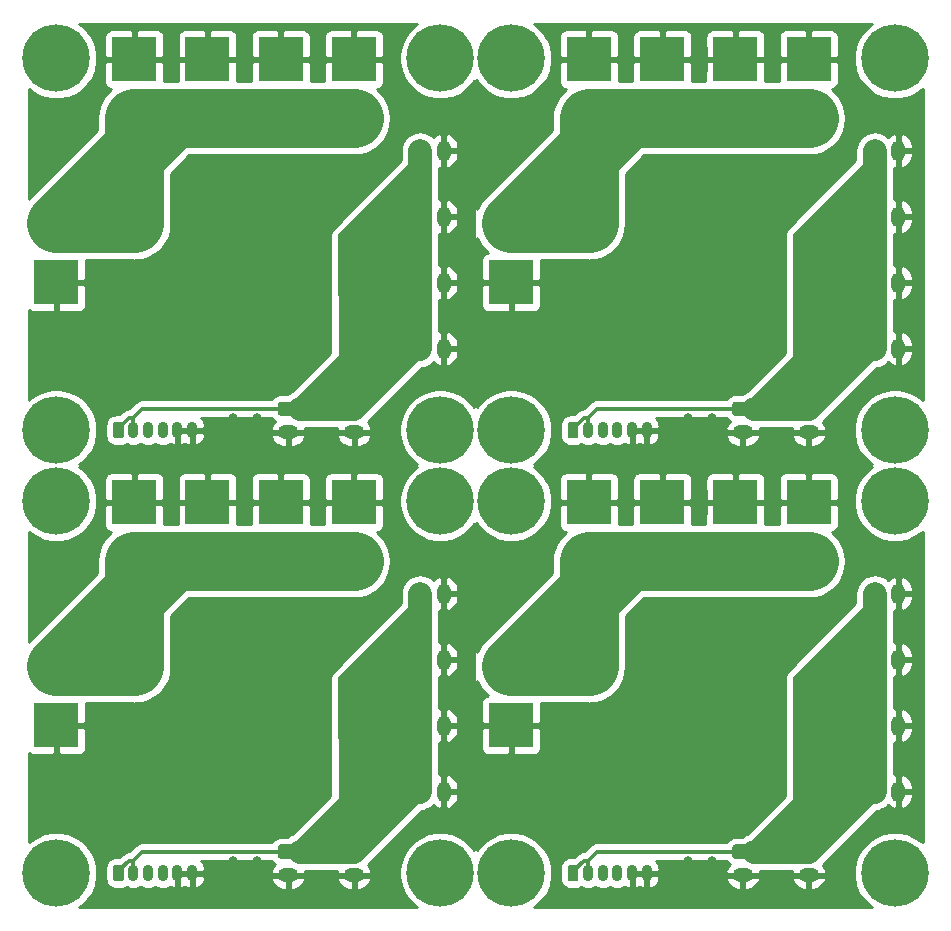
<source format=gbr>
G04 #@! TF.GenerationSoftware,KiCad,Pcbnew,(5.1.2)-1*
G04 #@! TF.CreationDate,2020-06-21T17:40:51+09:00*
G04 #@! TF.ProjectId,universal_power_board,756e6976-6572-4736-916c-5f706f776572,rev?*
G04 #@! TF.SameCoordinates,Original*
G04 #@! TF.FileFunction,Copper,L2,Bot*
G04 #@! TF.FilePolarity,Positive*
%FSLAX46Y46*%
G04 Gerber Fmt 4.6, Leading zero omitted, Abs format (unit mm)*
G04 Created by KiCad (PCBNEW (5.1.2)-1) date 2020-06-21 17:40:51*
%MOMM*%
%LPD*%
G04 APERTURE LIST*
%ADD10C,0.100000*%
%ADD11C,1.200000*%
%ADD12O,1.750000X1.200000*%
%ADD13O,1.200000X1.750000*%
%ADD14C,5.700000*%
%ADD15R,3.800000X3.800000*%
%ADD16C,4.000000*%
%ADD17C,3.800000*%
%ADD18C,0.900000*%
%ADD19O,0.900000X1.400000*%
%ADD20C,0.800000*%
%ADD21C,5.000000*%
%ADD22C,0.300400*%
%ADD23C,0.300387*%
%ADD24C,2.000000*%
%ADD25C,0.254000*%
G04 APERTURE END LIST*
D10*
G36*
X183381600Y-138284660D02*
G01*
X178319380Y-143263060D01*
X173810880Y-143255440D01*
X173907400Y-143189400D01*
X177397360Y-139742620D01*
X177371960Y-129481020D01*
X183384140Y-123395180D01*
X183381600Y-138284660D01*
G37*
X183381600Y-138284660D02*
X178319380Y-143263060D01*
X173810880Y-143255440D01*
X173907400Y-143189400D01*
X177397360Y-139742620D01*
X177371960Y-129481020D01*
X183384140Y-123395180D01*
X183381600Y-138284660D01*
G36*
X144881600Y-138284660D02*
G01*
X139819380Y-143263060D01*
X135310880Y-143255440D01*
X135407400Y-143189400D01*
X138897360Y-139742620D01*
X138871960Y-129481020D01*
X144884140Y-123395180D01*
X144881600Y-138284660D01*
G37*
X144881600Y-138284660D02*
X139819380Y-143263060D01*
X135310880Y-143255440D01*
X135407400Y-143189400D01*
X138897360Y-139742620D01*
X138871960Y-129481020D01*
X144884140Y-123395180D01*
X144881600Y-138284660D01*
G36*
X183381600Y-100784660D02*
G01*
X178319380Y-105763060D01*
X173810880Y-105755440D01*
X173907400Y-105689400D01*
X177397360Y-102242620D01*
X177371960Y-91981020D01*
X183384140Y-85895180D01*
X183381600Y-100784660D01*
G37*
X183381600Y-100784660D02*
X178319380Y-105763060D01*
X173810880Y-105755440D01*
X173907400Y-105689400D01*
X177397360Y-102242620D01*
X177371960Y-91981020D01*
X183384140Y-85895180D01*
X183381600Y-100784660D01*
G36*
X144881600Y-100784660D02*
G01*
X139819380Y-105763060D01*
X135310880Y-105755440D01*
X135407400Y-105689400D01*
X138897360Y-102242620D01*
X138871960Y-91981020D01*
X144884140Y-85895180D01*
X144881600Y-100784660D01*
G37*
X144881600Y-100784660D02*
X139819380Y-105763060D01*
X135310880Y-105755440D01*
X135407400Y-105689400D01*
X138897360Y-102242620D01*
X138871960Y-91981020D01*
X144884140Y-85895180D01*
X144881600Y-100784660D01*
G36*
X173769505Y-143581204D02*
G01*
X173793773Y-143584804D01*
X173817572Y-143590765D01*
X173840671Y-143599030D01*
X173862850Y-143609520D01*
X173883893Y-143622132D01*
X173903599Y-143636747D01*
X173921777Y-143653223D01*
X173938253Y-143671401D01*
X173952868Y-143691107D01*
X173965480Y-143712150D01*
X173975970Y-143734329D01*
X173984235Y-143757428D01*
X173990196Y-143781227D01*
X173993796Y-143805495D01*
X173995000Y-143829999D01*
X173995000Y-144530001D01*
X173993796Y-144554505D01*
X173990196Y-144578773D01*
X173984235Y-144602572D01*
X173975970Y-144625671D01*
X173965480Y-144647850D01*
X173952868Y-144668893D01*
X173938253Y-144688599D01*
X173921777Y-144706777D01*
X173903599Y-144723253D01*
X173883893Y-144737868D01*
X173862850Y-144750480D01*
X173840671Y-144760970D01*
X173817572Y-144769235D01*
X173793773Y-144775196D01*
X173769505Y-144778796D01*
X173745001Y-144780000D01*
X172494999Y-144780000D01*
X172470495Y-144778796D01*
X172446227Y-144775196D01*
X172422428Y-144769235D01*
X172399329Y-144760970D01*
X172377150Y-144750480D01*
X172356107Y-144737868D01*
X172336401Y-144723253D01*
X172318223Y-144706777D01*
X172301747Y-144688599D01*
X172287132Y-144668893D01*
X172274520Y-144647850D01*
X172264030Y-144625671D01*
X172255765Y-144602572D01*
X172249804Y-144578773D01*
X172246204Y-144554505D01*
X172245000Y-144530001D01*
X172245000Y-143829999D01*
X172246204Y-143805495D01*
X172249804Y-143781227D01*
X172255765Y-143757428D01*
X172264030Y-143734329D01*
X172274520Y-143712150D01*
X172287132Y-143691107D01*
X172301747Y-143671401D01*
X172318223Y-143653223D01*
X172336401Y-143636747D01*
X172356107Y-143622132D01*
X172377150Y-143609520D01*
X172399329Y-143599030D01*
X172422428Y-143590765D01*
X172446227Y-143584804D01*
X172470495Y-143581204D01*
X172494999Y-143580000D01*
X173745001Y-143580000D01*
X173769505Y-143581204D01*
X173769505Y-143581204D01*
G37*
D11*
X173120000Y-144180000D03*
D12*
X173120000Y-146180000D03*
D10*
G36*
X135269505Y-143581204D02*
G01*
X135293773Y-143584804D01*
X135317572Y-143590765D01*
X135340671Y-143599030D01*
X135362850Y-143609520D01*
X135383893Y-143622132D01*
X135403599Y-143636747D01*
X135421777Y-143653223D01*
X135438253Y-143671401D01*
X135452868Y-143691107D01*
X135465480Y-143712150D01*
X135475970Y-143734329D01*
X135484235Y-143757428D01*
X135490196Y-143781227D01*
X135493796Y-143805495D01*
X135495000Y-143829999D01*
X135495000Y-144530001D01*
X135493796Y-144554505D01*
X135490196Y-144578773D01*
X135484235Y-144602572D01*
X135475970Y-144625671D01*
X135465480Y-144647850D01*
X135452868Y-144668893D01*
X135438253Y-144688599D01*
X135421777Y-144706777D01*
X135403599Y-144723253D01*
X135383893Y-144737868D01*
X135362850Y-144750480D01*
X135340671Y-144760970D01*
X135317572Y-144769235D01*
X135293773Y-144775196D01*
X135269505Y-144778796D01*
X135245001Y-144780000D01*
X133994999Y-144780000D01*
X133970495Y-144778796D01*
X133946227Y-144775196D01*
X133922428Y-144769235D01*
X133899329Y-144760970D01*
X133877150Y-144750480D01*
X133856107Y-144737868D01*
X133836401Y-144723253D01*
X133818223Y-144706777D01*
X133801747Y-144688599D01*
X133787132Y-144668893D01*
X133774520Y-144647850D01*
X133764030Y-144625671D01*
X133755765Y-144602572D01*
X133749804Y-144578773D01*
X133746204Y-144554505D01*
X133745000Y-144530001D01*
X133745000Y-143829999D01*
X133746204Y-143805495D01*
X133749804Y-143781227D01*
X133755765Y-143757428D01*
X133764030Y-143734329D01*
X133774520Y-143712150D01*
X133787132Y-143691107D01*
X133801747Y-143671401D01*
X133818223Y-143653223D01*
X133836401Y-143636747D01*
X133856107Y-143622132D01*
X133877150Y-143609520D01*
X133899329Y-143599030D01*
X133922428Y-143590765D01*
X133946227Y-143584804D01*
X133970495Y-143581204D01*
X133994999Y-143580000D01*
X135245001Y-143580000D01*
X135269505Y-143581204D01*
X135269505Y-143581204D01*
G37*
D11*
X134620000Y-144180000D03*
D12*
X134620000Y-146180000D03*
D10*
G36*
X173769505Y-106081204D02*
G01*
X173793773Y-106084804D01*
X173817572Y-106090765D01*
X173840671Y-106099030D01*
X173862850Y-106109520D01*
X173883893Y-106122132D01*
X173903599Y-106136747D01*
X173921777Y-106153223D01*
X173938253Y-106171401D01*
X173952868Y-106191107D01*
X173965480Y-106212150D01*
X173975970Y-106234329D01*
X173984235Y-106257428D01*
X173990196Y-106281227D01*
X173993796Y-106305495D01*
X173995000Y-106329999D01*
X173995000Y-107030001D01*
X173993796Y-107054505D01*
X173990196Y-107078773D01*
X173984235Y-107102572D01*
X173975970Y-107125671D01*
X173965480Y-107147850D01*
X173952868Y-107168893D01*
X173938253Y-107188599D01*
X173921777Y-107206777D01*
X173903599Y-107223253D01*
X173883893Y-107237868D01*
X173862850Y-107250480D01*
X173840671Y-107260970D01*
X173817572Y-107269235D01*
X173793773Y-107275196D01*
X173769505Y-107278796D01*
X173745001Y-107280000D01*
X172494999Y-107280000D01*
X172470495Y-107278796D01*
X172446227Y-107275196D01*
X172422428Y-107269235D01*
X172399329Y-107260970D01*
X172377150Y-107250480D01*
X172356107Y-107237868D01*
X172336401Y-107223253D01*
X172318223Y-107206777D01*
X172301747Y-107188599D01*
X172287132Y-107168893D01*
X172274520Y-107147850D01*
X172264030Y-107125671D01*
X172255765Y-107102572D01*
X172249804Y-107078773D01*
X172246204Y-107054505D01*
X172245000Y-107030001D01*
X172245000Y-106329999D01*
X172246204Y-106305495D01*
X172249804Y-106281227D01*
X172255765Y-106257428D01*
X172264030Y-106234329D01*
X172274520Y-106212150D01*
X172287132Y-106191107D01*
X172301747Y-106171401D01*
X172318223Y-106153223D01*
X172336401Y-106136747D01*
X172356107Y-106122132D01*
X172377150Y-106109520D01*
X172399329Y-106099030D01*
X172422428Y-106090765D01*
X172446227Y-106084804D01*
X172470495Y-106081204D01*
X172494999Y-106080000D01*
X173745001Y-106080000D01*
X173769505Y-106081204D01*
X173769505Y-106081204D01*
G37*
D11*
X173120000Y-106680000D03*
D12*
X173120000Y-108680000D03*
D10*
G36*
X184670505Y-138226204D02*
G01*
X184694773Y-138229804D01*
X184718572Y-138235765D01*
X184741671Y-138244030D01*
X184763850Y-138254520D01*
X184784893Y-138267132D01*
X184804599Y-138281747D01*
X184822777Y-138298223D01*
X184839253Y-138316401D01*
X184853868Y-138336107D01*
X184866480Y-138357150D01*
X184876970Y-138379329D01*
X184885235Y-138402428D01*
X184891196Y-138426227D01*
X184894796Y-138450495D01*
X184896000Y-138474999D01*
X184896000Y-139725001D01*
X184894796Y-139749505D01*
X184891196Y-139773773D01*
X184885235Y-139797572D01*
X184876970Y-139820671D01*
X184866480Y-139842850D01*
X184853868Y-139863893D01*
X184839253Y-139883599D01*
X184822777Y-139901777D01*
X184804599Y-139918253D01*
X184784893Y-139932868D01*
X184763850Y-139945480D01*
X184741671Y-139955970D01*
X184718572Y-139964235D01*
X184694773Y-139970196D01*
X184670505Y-139973796D01*
X184646001Y-139975000D01*
X183945999Y-139975000D01*
X183921495Y-139973796D01*
X183897227Y-139970196D01*
X183873428Y-139964235D01*
X183850329Y-139955970D01*
X183828150Y-139945480D01*
X183807107Y-139932868D01*
X183787401Y-139918253D01*
X183769223Y-139901777D01*
X183752747Y-139883599D01*
X183738132Y-139863893D01*
X183725520Y-139842850D01*
X183715030Y-139820671D01*
X183706765Y-139797572D01*
X183700804Y-139773773D01*
X183697204Y-139749505D01*
X183696000Y-139725001D01*
X183696000Y-138474999D01*
X183697204Y-138450495D01*
X183700804Y-138426227D01*
X183706765Y-138402428D01*
X183715030Y-138379329D01*
X183725520Y-138357150D01*
X183738132Y-138336107D01*
X183752747Y-138316401D01*
X183769223Y-138298223D01*
X183787401Y-138281747D01*
X183807107Y-138267132D01*
X183828150Y-138254520D01*
X183850329Y-138244030D01*
X183873428Y-138235765D01*
X183897227Y-138229804D01*
X183921495Y-138226204D01*
X183945999Y-138225000D01*
X184646001Y-138225000D01*
X184670505Y-138226204D01*
X184670505Y-138226204D01*
G37*
D11*
X184296000Y-139100000D03*
D13*
X186296000Y-139100000D03*
D10*
G36*
X146170505Y-138226204D02*
G01*
X146194773Y-138229804D01*
X146218572Y-138235765D01*
X146241671Y-138244030D01*
X146263850Y-138254520D01*
X146284893Y-138267132D01*
X146304599Y-138281747D01*
X146322777Y-138298223D01*
X146339253Y-138316401D01*
X146353868Y-138336107D01*
X146366480Y-138357150D01*
X146376970Y-138379329D01*
X146385235Y-138402428D01*
X146391196Y-138426227D01*
X146394796Y-138450495D01*
X146396000Y-138474999D01*
X146396000Y-139725001D01*
X146394796Y-139749505D01*
X146391196Y-139773773D01*
X146385235Y-139797572D01*
X146376970Y-139820671D01*
X146366480Y-139842850D01*
X146353868Y-139863893D01*
X146339253Y-139883599D01*
X146322777Y-139901777D01*
X146304599Y-139918253D01*
X146284893Y-139932868D01*
X146263850Y-139945480D01*
X146241671Y-139955970D01*
X146218572Y-139964235D01*
X146194773Y-139970196D01*
X146170505Y-139973796D01*
X146146001Y-139975000D01*
X145445999Y-139975000D01*
X145421495Y-139973796D01*
X145397227Y-139970196D01*
X145373428Y-139964235D01*
X145350329Y-139955970D01*
X145328150Y-139945480D01*
X145307107Y-139932868D01*
X145287401Y-139918253D01*
X145269223Y-139901777D01*
X145252747Y-139883599D01*
X145238132Y-139863893D01*
X145225520Y-139842850D01*
X145215030Y-139820671D01*
X145206765Y-139797572D01*
X145200804Y-139773773D01*
X145197204Y-139749505D01*
X145196000Y-139725001D01*
X145196000Y-138474999D01*
X145197204Y-138450495D01*
X145200804Y-138426227D01*
X145206765Y-138402428D01*
X145215030Y-138379329D01*
X145225520Y-138357150D01*
X145238132Y-138336107D01*
X145252747Y-138316401D01*
X145269223Y-138298223D01*
X145287401Y-138281747D01*
X145307107Y-138267132D01*
X145328150Y-138254520D01*
X145350329Y-138244030D01*
X145373428Y-138235765D01*
X145397227Y-138229804D01*
X145421495Y-138226204D01*
X145445999Y-138225000D01*
X146146001Y-138225000D01*
X146170505Y-138226204D01*
X146170505Y-138226204D01*
G37*
D11*
X145796000Y-139100000D03*
D13*
X147796000Y-139100000D03*
D10*
G36*
X184670505Y-100726204D02*
G01*
X184694773Y-100729804D01*
X184718572Y-100735765D01*
X184741671Y-100744030D01*
X184763850Y-100754520D01*
X184784893Y-100767132D01*
X184804599Y-100781747D01*
X184822777Y-100798223D01*
X184839253Y-100816401D01*
X184853868Y-100836107D01*
X184866480Y-100857150D01*
X184876970Y-100879329D01*
X184885235Y-100902428D01*
X184891196Y-100926227D01*
X184894796Y-100950495D01*
X184896000Y-100974999D01*
X184896000Y-102225001D01*
X184894796Y-102249505D01*
X184891196Y-102273773D01*
X184885235Y-102297572D01*
X184876970Y-102320671D01*
X184866480Y-102342850D01*
X184853868Y-102363893D01*
X184839253Y-102383599D01*
X184822777Y-102401777D01*
X184804599Y-102418253D01*
X184784893Y-102432868D01*
X184763850Y-102445480D01*
X184741671Y-102455970D01*
X184718572Y-102464235D01*
X184694773Y-102470196D01*
X184670505Y-102473796D01*
X184646001Y-102475000D01*
X183945999Y-102475000D01*
X183921495Y-102473796D01*
X183897227Y-102470196D01*
X183873428Y-102464235D01*
X183850329Y-102455970D01*
X183828150Y-102445480D01*
X183807107Y-102432868D01*
X183787401Y-102418253D01*
X183769223Y-102401777D01*
X183752747Y-102383599D01*
X183738132Y-102363893D01*
X183725520Y-102342850D01*
X183715030Y-102320671D01*
X183706765Y-102297572D01*
X183700804Y-102273773D01*
X183697204Y-102249505D01*
X183696000Y-102225001D01*
X183696000Y-100974999D01*
X183697204Y-100950495D01*
X183700804Y-100926227D01*
X183706765Y-100902428D01*
X183715030Y-100879329D01*
X183725520Y-100857150D01*
X183738132Y-100836107D01*
X183752747Y-100816401D01*
X183769223Y-100798223D01*
X183787401Y-100781747D01*
X183807107Y-100767132D01*
X183828150Y-100754520D01*
X183850329Y-100744030D01*
X183873428Y-100735765D01*
X183897227Y-100729804D01*
X183921495Y-100726204D01*
X183945999Y-100725000D01*
X184646001Y-100725000D01*
X184670505Y-100726204D01*
X184670505Y-100726204D01*
G37*
D11*
X184296000Y-101600000D03*
D13*
X186296000Y-101600000D03*
D14*
X186000000Y-146000000D03*
X147500000Y-146000000D03*
X186000000Y-108500000D03*
D15*
X166300000Y-114600000D03*
D16*
X166300000Y-119600000D03*
D15*
X127800000Y-114600000D03*
D16*
X127800000Y-119600000D03*
D15*
X166300000Y-77100000D03*
D16*
X166300000Y-82100000D03*
D15*
X160100000Y-114600000D03*
D16*
X160100000Y-119600000D03*
D15*
X121600000Y-114600000D03*
D16*
X121600000Y-119600000D03*
D15*
X160100000Y-77100000D03*
D16*
X160100000Y-82100000D03*
D15*
X172500000Y-114600000D03*
D16*
X172500000Y-119600000D03*
D15*
X134000000Y-114600000D03*
D16*
X134000000Y-119600000D03*
D15*
X172500000Y-77100000D03*
D16*
X172500000Y-82100000D03*
D15*
X178700000Y-114600000D03*
D16*
X178700000Y-119600000D03*
D15*
X140200000Y-114600000D03*
D16*
X140200000Y-119600000D03*
D15*
X178700000Y-77100000D03*
D16*
X178700000Y-82100000D03*
D10*
G36*
X184670505Y-132638204D02*
G01*
X184694773Y-132641804D01*
X184718572Y-132647765D01*
X184741671Y-132656030D01*
X184763850Y-132666520D01*
X184784893Y-132679132D01*
X184804599Y-132693747D01*
X184822777Y-132710223D01*
X184839253Y-132728401D01*
X184853868Y-132748107D01*
X184866480Y-132769150D01*
X184876970Y-132791329D01*
X184885235Y-132814428D01*
X184891196Y-132838227D01*
X184894796Y-132862495D01*
X184896000Y-132886999D01*
X184896000Y-134137001D01*
X184894796Y-134161505D01*
X184891196Y-134185773D01*
X184885235Y-134209572D01*
X184876970Y-134232671D01*
X184866480Y-134254850D01*
X184853868Y-134275893D01*
X184839253Y-134295599D01*
X184822777Y-134313777D01*
X184804599Y-134330253D01*
X184784893Y-134344868D01*
X184763850Y-134357480D01*
X184741671Y-134367970D01*
X184718572Y-134376235D01*
X184694773Y-134382196D01*
X184670505Y-134385796D01*
X184646001Y-134387000D01*
X183945999Y-134387000D01*
X183921495Y-134385796D01*
X183897227Y-134382196D01*
X183873428Y-134376235D01*
X183850329Y-134367970D01*
X183828150Y-134357480D01*
X183807107Y-134344868D01*
X183787401Y-134330253D01*
X183769223Y-134313777D01*
X183752747Y-134295599D01*
X183738132Y-134275893D01*
X183725520Y-134254850D01*
X183715030Y-134232671D01*
X183706765Y-134209572D01*
X183700804Y-134185773D01*
X183697204Y-134161505D01*
X183696000Y-134137001D01*
X183696000Y-132886999D01*
X183697204Y-132862495D01*
X183700804Y-132838227D01*
X183706765Y-132814428D01*
X183715030Y-132791329D01*
X183725520Y-132769150D01*
X183738132Y-132748107D01*
X183752747Y-132728401D01*
X183769223Y-132710223D01*
X183787401Y-132693747D01*
X183807107Y-132679132D01*
X183828150Y-132666520D01*
X183850329Y-132656030D01*
X183873428Y-132647765D01*
X183897227Y-132641804D01*
X183921495Y-132638204D01*
X183945999Y-132637000D01*
X184646001Y-132637000D01*
X184670505Y-132638204D01*
X184670505Y-132638204D01*
G37*
D11*
X184296000Y-133512000D03*
D13*
X186296000Y-133512000D03*
D10*
G36*
X146170505Y-132638204D02*
G01*
X146194773Y-132641804D01*
X146218572Y-132647765D01*
X146241671Y-132656030D01*
X146263850Y-132666520D01*
X146284893Y-132679132D01*
X146304599Y-132693747D01*
X146322777Y-132710223D01*
X146339253Y-132728401D01*
X146353868Y-132748107D01*
X146366480Y-132769150D01*
X146376970Y-132791329D01*
X146385235Y-132814428D01*
X146391196Y-132838227D01*
X146394796Y-132862495D01*
X146396000Y-132886999D01*
X146396000Y-134137001D01*
X146394796Y-134161505D01*
X146391196Y-134185773D01*
X146385235Y-134209572D01*
X146376970Y-134232671D01*
X146366480Y-134254850D01*
X146353868Y-134275893D01*
X146339253Y-134295599D01*
X146322777Y-134313777D01*
X146304599Y-134330253D01*
X146284893Y-134344868D01*
X146263850Y-134357480D01*
X146241671Y-134367970D01*
X146218572Y-134376235D01*
X146194773Y-134382196D01*
X146170505Y-134385796D01*
X146146001Y-134387000D01*
X145445999Y-134387000D01*
X145421495Y-134385796D01*
X145397227Y-134382196D01*
X145373428Y-134376235D01*
X145350329Y-134367970D01*
X145328150Y-134357480D01*
X145307107Y-134344868D01*
X145287401Y-134330253D01*
X145269223Y-134313777D01*
X145252747Y-134295599D01*
X145238132Y-134275893D01*
X145225520Y-134254850D01*
X145215030Y-134232671D01*
X145206765Y-134209572D01*
X145200804Y-134185773D01*
X145197204Y-134161505D01*
X145196000Y-134137001D01*
X145196000Y-132886999D01*
X145197204Y-132862495D01*
X145200804Y-132838227D01*
X145206765Y-132814428D01*
X145215030Y-132791329D01*
X145225520Y-132769150D01*
X145238132Y-132748107D01*
X145252747Y-132728401D01*
X145269223Y-132710223D01*
X145287401Y-132693747D01*
X145307107Y-132679132D01*
X145328150Y-132666520D01*
X145350329Y-132656030D01*
X145373428Y-132647765D01*
X145397227Y-132641804D01*
X145421495Y-132638204D01*
X145445999Y-132637000D01*
X146146001Y-132637000D01*
X146170505Y-132638204D01*
X146170505Y-132638204D01*
G37*
D11*
X145796000Y-133512000D03*
D13*
X147796000Y-133512000D03*
D10*
G36*
X184670505Y-95138204D02*
G01*
X184694773Y-95141804D01*
X184718572Y-95147765D01*
X184741671Y-95156030D01*
X184763850Y-95166520D01*
X184784893Y-95179132D01*
X184804599Y-95193747D01*
X184822777Y-95210223D01*
X184839253Y-95228401D01*
X184853868Y-95248107D01*
X184866480Y-95269150D01*
X184876970Y-95291329D01*
X184885235Y-95314428D01*
X184891196Y-95338227D01*
X184894796Y-95362495D01*
X184896000Y-95386999D01*
X184896000Y-96637001D01*
X184894796Y-96661505D01*
X184891196Y-96685773D01*
X184885235Y-96709572D01*
X184876970Y-96732671D01*
X184866480Y-96754850D01*
X184853868Y-96775893D01*
X184839253Y-96795599D01*
X184822777Y-96813777D01*
X184804599Y-96830253D01*
X184784893Y-96844868D01*
X184763850Y-96857480D01*
X184741671Y-96867970D01*
X184718572Y-96876235D01*
X184694773Y-96882196D01*
X184670505Y-96885796D01*
X184646001Y-96887000D01*
X183945999Y-96887000D01*
X183921495Y-96885796D01*
X183897227Y-96882196D01*
X183873428Y-96876235D01*
X183850329Y-96867970D01*
X183828150Y-96857480D01*
X183807107Y-96844868D01*
X183787401Y-96830253D01*
X183769223Y-96813777D01*
X183752747Y-96795599D01*
X183738132Y-96775893D01*
X183725520Y-96754850D01*
X183715030Y-96732671D01*
X183706765Y-96709572D01*
X183700804Y-96685773D01*
X183697204Y-96661505D01*
X183696000Y-96637001D01*
X183696000Y-95386999D01*
X183697204Y-95362495D01*
X183700804Y-95338227D01*
X183706765Y-95314428D01*
X183715030Y-95291329D01*
X183725520Y-95269150D01*
X183738132Y-95248107D01*
X183752747Y-95228401D01*
X183769223Y-95210223D01*
X183787401Y-95193747D01*
X183807107Y-95179132D01*
X183828150Y-95166520D01*
X183850329Y-95156030D01*
X183873428Y-95147765D01*
X183897227Y-95141804D01*
X183921495Y-95138204D01*
X183945999Y-95137000D01*
X184646001Y-95137000D01*
X184670505Y-95138204D01*
X184670505Y-95138204D01*
G37*
D11*
X184296000Y-96012000D03*
D13*
X186296000Y-96012000D03*
D10*
G36*
X184670505Y-121462204D02*
G01*
X184694773Y-121465804D01*
X184718572Y-121471765D01*
X184741671Y-121480030D01*
X184763850Y-121490520D01*
X184784893Y-121503132D01*
X184804599Y-121517747D01*
X184822777Y-121534223D01*
X184839253Y-121552401D01*
X184853868Y-121572107D01*
X184866480Y-121593150D01*
X184876970Y-121615329D01*
X184885235Y-121638428D01*
X184891196Y-121662227D01*
X184894796Y-121686495D01*
X184896000Y-121710999D01*
X184896000Y-122961001D01*
X184894796Y-122985505D01*
X184891196Y-123009773D01*
X184885235Y-123033572D01*
X184876970Y-123056671D01*
X184866480Y-123078850D01*
X184853868Y-123099893D01*
X184839253Y-123119599D01*
X184822777Y-123137777D01*
X184804599Y-123154253D01*
X184784893Y-123168868D01*
X184763850Y-123181480D01*
X184741671Y-123191970D01*
X184718572Y-123200235D01*
X184694773Y-123206196D01*
X184670505Y-123209796D01*
X184646001Y-123211000D01*
X183945999Y-123211000D01*
X183921495Y-123209796D01*
X183897227Y-123206196D01*
X183873428Y-123200235D01*
X183850329Y-123191970D01*
X183828150Y-123181480D01*
X183807107Y-123168868D01*
X183787401Y-123154253D01*
X183769223Y-123137777D01*
X183752747Y-123119599D01*
X183738132Y-123099893D01*
X183725520Y-123078850D01*
X183715030Y-123056671D01*
X183706765Y-123033572D01*
X183700804Y-123009773D01*
X183697204Y-122985505D01*
X183696000Y-122961001D01*
X183696000Y-121710999D01*
X183697204Y-121686495D01*
X183700804Y-121662227D01*
X183706765Y-121638428D01*
X183715030Y-121615329D01*
X183725520Y-121593150D01*
X183738132Y-121572107D01*
X183752747Y-121552401D01*
X183769223Y-121534223D01*
X183787401Y-121517747D01*
X183807107Y-121503132D01*
X183828150Y-121490520D01*
X183850329Y-121480030D01*
X183873428Y-121471765D01*
X183897227Y-121465804D01*
X183921495Y-121462204D01*
X183945999Y-121461000D01*
X184646001Y-121461000D01*
X184670505Y-121462204D01*
X184670505Y-121462204D01*
G37*
D11*
X184296000Y-122336000D03*
D13*
X186296000Y-122336000D03*
D10*
G36*
X146170505Y-121462204D02*
G01*
X146194773Y-121465804D01*
X146218572Y-121471765D01*
X146241671Y-121480030D01*
X146263850Y-121490520D01*
X146284893Y-121503132D01*
X146304599Y-121517747D01*
X146322777Y-121534223D01*
X146339253Y-121552401D01*
X146353868Y-121572107D01*
X146366480Y-121593150D01*
X146376970Y-121615329D01*
X146385235Y-121638428D01*
X146391196Y-121662227D01*
X146394796Y-121686495D01*
X146396000Y-121710999D01*
X146396000Y-122961001D01*
X146394796Y-122985505D01*
X146391196Y-123009773D01*
X146385235Y-123033572D01*
X146376970Y-123056671D01*
X146366480Y-123078850D01*
X146353868Y-123099893D01*
X146339253Y-123119599D01*
X146322777Y-123137777D01*
X146304599Y-123154253D01*
X146284893Y-123168868D01*
X146263850Y-123181480D01*
X146241671Y-123191970D01*
X146218572Y-123200235D01*
X146194773Y-123206196D01*
X146170505Y-123209796D01*
X146146001Y-123211000D01*
X145445999Y-123211000D01*
X145421495Y-123209796D01*
X145397227Y-123206196D01*
X145373428Y-123200235D01*
X145350329Y-123191970D01*
X145328150Y-123181480D01*
X145307107Y-123168868D01*
X145287401Y-123154253D01*
X145269223Y-123137777D01*
X145252747Y-123119599D01*
X145238132Y-123099893D01*
X145225520Y-123078850D01*
X145215030Y-123056671D01*
X145206765Y-123033572D01*
X145200804Y-123009773D01*
X145197204Y-122985505D01*
X145196000Y-122961001D01*
X145196000Y-121710999D01*
X145197204Y-121686495D01*
X145200804Y-121662227D01*
X145206765Y-121638428D01*
X145215030Y-121615329D01*
X145225520Y-121593150D01*
X145238132Y-121572107D01*
X145252747Y-121552401D01*
X145269223Y-121534223D01*
X145287401Y-121517747D01*
X145307107Y-121503132D01*
X145328150Y-121490520D01*
X145350329Y-121480030D01*
X145373428Y-121471765D01*
X145397227Y-121465804D01*
X145421495Y-121462204D01*
X145445999Y-121461000D01*
X146146001Y-121461000D01*
X146170505Y-121462204D01*
X146170505Y-121462204D01*
G37*
D11*
X145796000Y-122336000D03*
D13*
X147796000Y-122336000D03*
D10*
G36*
X184670505Y-83962204D02*
G01*
X184694773Y-83965804D01*
X184718572Y-83971765D01*
X184741671Y-83980030D01*
X184763850Y-83990520D01*
X184784893Y-84003132D01*
X184804599Y-84017747D01*
X184822777Y-84034223D01*
X184839253Y-84052401D01*
X184853868Y-84072107D01*
X184866480Y-84093150D01*
X184876970Y-84115329D01*
X184885235Y-84138428D01*
X184891196Y-84162227D01*
X184894796Y-84186495D01*
X184896000Y-84210999D01*
X184896000Y-85461001D01*
X184894796Y-85485505D01*
X184891196Y-85509773D01*
X184885235Y-85533572D01*
X184876970Y-85556671D01*
X184866480Y-85578850D01*
X184853868Y-85599893D01*
X184839253Y-85619599D01*
X184822777Y-85637777D01*
X184804599Y-85654253D01*
X184784893Y-85668868D01*
X184763850Y-85681480D01*
X184741671Y-85691970D01*
X184718572Y-85700235D01*
X184694773Y-85706196D01*
X184670505Y-85709796D01*
X184646001Y-85711000D01*
X183945999Y-85711000D01*
X183921495Y-85709796D01*
X183897227Y-85706196D01*
X183873428Y-85700235D01*
X183850329Y-85691970D01*
X183828150Y-85681480D01*
X183807107Y-85668868D01*
X183787401Y-85654253D01*
X183769223Y-85637777D01*
X183752747Y-85619599D01*
X183738132Y-85599893D01*
X183725520Y-85578850D01*
X183715030Y-85556671D01*
X183706765Y-85533572D01*
X183700804Y-85509773D01*
X183697204Y-85485505D01*
X183696000Y-85461001D01*
X183696000Y-84210999D01*
X183697204Y-84186495D01*
X183700804Y-84162227D01*
X183706765Y-84138428D01*
X183715030Y-84115329D01*
X183725520Y-84093150D01*
X183738132Y-84072107D01*
X183752747Y-84052401D01*
X183769223Y-84034223D01*
X183787401Y-84017747D01*
X183807107Y-84003132D01*
X183828150Y-83990520D01*
X183850329Y-83980030D01*
X183873428Y-83971765D01*
X183897227Y-83965804D01*
X183921495Y-83962204D01*
X183945999Y-83961000D01*
X184646001Y-83961000D01*
X184670505Y-83962204D01*
X184670505Y-83962204D01*
G37*
D11*
X184296000Y-84836000D03*
D13*
X186296000Y-84836000D03*
D10*
G36*
X184670505Y-127050204D02*
G01*
X184694773Y-127053804D01*
X184718572Y-127059765D01*
X184741671Y-127068030D01*
X184763850Y-127078520D01*
X184784893Y-127091132D01*
X184804599Y-127105747D01*
X184822777Y-127122223D01*
X184839253Y-127140401D01*
X184853868Y-127160107D01*
X184866480Y-127181150D01*
X184876970Y-127203329D01*
X184885235Y-127226428D01*
X184891196Y-127250227D01*
X184894796Y-127274495D01*
X184896000Y-127298999D01*
X184896000Y-128549001D01*
X184894796Y-128573505D01*
X184891196Y-128597773D01*
X184885235Y-128621572D01*
X184876970Y-128644671D01*
X184866480Y-128666850D01*
X184853868Y-128687893D01*
X184839253Y-128707599D01*
X184822777Y-128725777D01*
X184804599Y-128742253D01*
X184784893Y-128756868D01*
X184763850Y-128769480D01*
X184741671Y-128779970D01*
X184718572Y-128788235D01*
X184694773Y-128794196D01*
X184670505Y-128797796D01*
X184646001Y-128799000D01*
X183945999Y-128799000D01*
X183921495Y-128797796D01*
X183897227Y-128794196D01*
X183873428Y-128788235D01*
X183850329Y-128779970D01*
X183828150Y-128769480D01*
X183807107Y-128756868D01*
X183787401Y-128742253D01*
X183769223Y-128725777D01*
X183752747Y-128707599D01*
X183738132Y-128687893D01*
X183725520Y-128666850D01*
X183715030Y-128644671D01*
X183706765Y-128621572D01*
X183700804Y-128597773D01*
X183697204Y-128573505D01*
X183696000Y-128549001D01*
X183696000Y-127298999D01*
X183697204Y-127274495D01*
X183700804Y-127250227D01*
X183706765Y-127226428D01*
X183715030Y-127203329D01*
X183725520Y-127181150D01*
X183738132Y-127160107D01*
X183752747Y-127140401D01*
X183769223Y-127122223D01*
X183787401Y-127105747D01*
X183807107Y-127091132D01*
X183828150Y-127078520D01*
X183850329Y-127068030D01*
X183873428Y-127059765D01*
X183897227Y-127053804D01*
X183921495Y-127050204D01*
X183945999Y-127049000D01*
X184646001Y-127049000D01*
X184670505Y-127050204D01*
X184670505Y-127050204D01*
G37*
D11*
X184296000Y-127924000D03*
D13*
X186296000Y-127924000D03*
D10*
G36*
X146170505Y-127050204D02*
G01*
X146194773Y-127053804D01*
X146218572Y-127059765D01*
X146241671Y-127068030D01*
X146263850Y-127078520D01*
X146284893Y-127091132D01*
X146304599Y-127105747D01*
X146322777Y-127122223D01*
X146339253Y-127140401D01*
X146353868Y-127160107D01*
X146366480Y-127181150D01*
X146376970Y-127203329D01*
X146385235Y-127226428D01*
X146391196Y-127250227D01*
X146394796Y-127274495D01*
X146396000Y-127298999D01*
X146396000Y-128549001D01*
X146394796Y-128573505D01*
X146391196Y-128597773D01*
X146385235Y-128621572D01*
X146376970Y-128644671D01*
X146366480Y-128666850D01*
X146353868Y-128687893D01*
X146339253Y-128707599D01*
X146322777Y-128725777D01*
X146304599Y-128742253D01*
X146284893Y-128756868D01*
X146263850Y-128769480D01*
X146241671Y-128779970D01*
X146218572Y-128788235D01*
X146194773Y-128794196D01*
X146170505Y-128797796D01*
X146146001Y-128799000D01*
X145445999Y-128799000D01*
X145421495Y-128797796D01*
X145397227Y-128794196D01*
X145373428Y-128788235D01*
X145350329Y-128779970D01*
X145328150Y-128769480D01*
X145307107Y-128756868D01*
X145287401Y-128742253D01*
X145269223Y-128725777D01*
X145252747Y-128707599D01*
X145238132Y-128687893D01*
X145225520Y-128666850D01*
X145215030Y-128644671D01*
X145206765Y-128621572D01*
X145200804Y-128597773D01*
X145197204Y-128573505D01*
X145196000Y-128549001D01*
X145196000Y-127298999D01*
X145197204Y-127274495D01*
X145200804Y-127250227D01*
X145206765Y-127226428D01*
X145215030Y-127203329D01*
X145225520Y-127181150D01*
X145238132Y-127160107D01*
X145252747Y-127140401D01*
X145269223Y-127122223D01*
X145287401Y-127105747D01*
X145307107Y-127091132D01*
X145328150Y-127078520D01*
X145350329Y-127068030D01*
X145373428Y-127059765D01*
X145397227Y-127053804D01*
X145421495Y-127050204D01*
X145445999Y-127049000D01*
X146146001Y-127049000D01*
X146170505Y-127050204D01*
X146170505Y-127050204D01*
G37*
D11*
X145796000Y-127924000D03*
D13*
X147796000Y-127924000D03*
D10*
G36*
X184670505Y-89550204D02*
G01*
X184694773Y-89553804D01*
X184718572Y-89559765D01*
X184741671Y-89568030D01*
X184763850Y-89578520D01*
X184784893Y-89591132D01*
X184804599Y-89605747D01*
X184822777Y-89622223D01*
X184839253Y-89640401D01*
X184853868Y-89660107D01*
X184866480Y-89681150D01*
X184876970Y-89703329D01*
X184885235Y-89726428D01*
X184891196Y-89750227D01*
X184894796Y-89774495D01*
X184896000Y-89798999D01*
X184896000Y-91049001D01*
X184894796Y-91073505D01*
X184891196Y-91097773D01*
X184885235Y-91121572D01*
X184876970Y-91144671D01*
X184866480Y-91166850D01*
X184853868Y-91187893D01*
X184839253Y-91207599D01*
X184822777Y-91225777D01*
X184804599Y-91242253D01*
X184784893Y-91256868D01*
X184763850Y-91269480D01*
X184741671Y-91279970D01*
X184718572Y-91288235D01*
X184694773Y-91294196D01*
X184670505Y-91297796D01*
X184646001Y-91299000D01*
X183945999Y-91299000D01*
X183921495Y-91297796D01*
X183897227Y-91294196D01*
X183873428Y-91288235D01*
X183850329Y-91279970D01*
X183828150Y-91269480D01*
X183807107Y-91256868D01*
X183787401Y-91242253D01*
X183769223Y-91225777D01*
X183752747Y-91207599D01*
X183738132Y-91187893D01*
X183725520Y-91166850D01*
X183715030Y-91144671D01*
X183706765Y-91121572D01*
X183700804Y-91097773D01*
X183697204Y-91073505D01*
X183696000Y-91049001D01*
X183696000Y-89798999D01*
X183697204Y-89774495D01*
X183700804Y-89750227D01*
X183706765Y-89726428D01*
X183715030Y-89703329D01*
X183725520Y-89681150D01*
X183738132Y-89660107D01*
X183752747Y-89640401D01*
X183769223Y-89622223D01*
X183787401Y-89605747D01*
X183807107Y-89591132D01*
X183828150Y-89578520D01*
X183850329Y-89568030D01*
X183873428Y-89559765D01*
X183897227Y-89553804D01*
X183921495Y-89550204D01*
X183945999Y-89549000D01*
X184646001Y-89549000D01*
X184670505Y-89550204D01*
X184670505Y-89550204D01*
G37*
D11*
X184296000Y-90424000D03*
D13*
X186296000Y-90424000D03*
D10*
G36*
X179357505Y-143581204D02*
G01*
X179381773Y-143584804D01*
X179405572Y-143590765D01*
X179428671Y-143599030D01*
X179450850Y-143609520D01*
X179471893Y-143622132D01*
X179491599Y-143636747D01*
X179509777Y-143653223D01*
X179526253Y-143671401D01*
X179540868Y-143691107D01*
X179553480Y-143712150D01*
X179563970Y-143734329D01*
X179572235Y-143757428D01*
X179578196Y-143781227D01*
X179581796Y-143805495D01*
X179583000Y-143829999D01*
X179583000Y-144530001D01*
X179581796Y-144554505D01*
X179578196Y-144578773D01*
X179572235Y-144602572D01*
X179563970Y-144625671D01*
X179553480Y-144647850D01*
X179540868Y-144668893D01*
X179526253Y-144688599D01*
X179509777Y-144706777D01*
X179491599Y-144723253D01*
X179471893Y-144737868D01*
X179450850Y-144750480D01*
X179428671Y-144760970D01*
X179405572Y-144769235D01*
X179381773Y-144775196D01*
X179357505Y-144778796D01*
X179333001Y-144780000D01*
X178082999Y-144780000D01*
X178058495Y-144778796D01*
X178034227Y-144775196D01*
X178010428Y-144769235D01*
X177987329Y-144760970D01*
X177965150Y-144750480D01*
X177944107Y-144737868D01*
X177924401Y-144723253D01*
X177906223Y-144706777D01*
X177889747Y-144688599D01*
X177875132Y-144668893D01*
X177862520Y-144647850D01*
X177852030Y-144625671D01*
X177843765Y-144602572D01*
X177837804Y-144578773D01*
X177834204Y-144554505D01*
X177833000Y-144530001D01*
X177833000Y-143829999D01*
X177834204Y-143805495D01*
X177837804Y-143781227D01*
X177843765Y-143757428D01*
X177852030Y-143734329D01*
X177862520Y-143712150D01*
X177875132Y-143691107D01*
X177889747Y-143671401D01*
X177906223Y-143653223D01*
X177924401Y-143636747D01*
X177944107Y-143622132D01*
X177965150Y-143609520D01*
X177987329Y-143599030D01*
X178010428Y-143590765D01*
X178034227Y-143584804D01*
X178058495Y-143581204D01*
X178082999Y-143580000D01*
X179333001Y-143580000D01*
X179357505Y-143581204D01*
X179357505Y-143581204D01*
G37*
D11*
X178708000Y-144180000D03*
D12*
X178708000Y-146180000D03*
D10*
G36*
X140857505Y-143581204D02*
G01*
X140881773Y-143584804D01*
X140905572Y-143590765D01*
X140928671Y-143599030D01*
X140950850Y-143609520D01*
X140971893Y-143622132D01*
X140991599Y-143636747D01*
X141009777Y-143653223D01*
X141026253Y-143671401D01*
X141040868Y-143691107D01*
X141053480Y-143712150D01*
X141063970Y-143734329D01*
X141072235Y-143757428D01*
X141078196Y-143781227D01*
X141081796Y-143805495D01*
X141083000Y-143829999D01*
X141083000Y-144530001D01*
X141081796Y-144554505D01*
X141078196Y-144578773D01*
X141072235Y-144602572D01*
X141063970Y-144625671D01*
X141053480Y-144647850D01*
X141040868Y-144668893D01*
X141026253Y-144688599D01*
X141009777Y-144706777D01*
X140991599Y-144723253D01*
X140971893Y-144737868D01*
X140950850Y-144750480D01*
X140928671Y-144760970D01*
X140905572Y-144769235D01*
X140881773Y-144775196D01*
X140857505Y-144778796D01*
X140833001Y-144780000D01*
X139582999Y-144780000D01*
X139558495Y-144778796D01*
X139534227Y-144775196D01*
X139510428Y-144769235D01*
X139487329Y-144760970D01*
X139465150Y-144750480D01*
X139444107Y-144737868D01*
X139424401Y-144723253D01*
X139406223Y-144706777D01*
X139389747Y-144688599D01*
X139375132Y-144668893D01*
X139362520Y-144647850D01*
X139352030Y-144625671D01*
X139343765Y-144602572D01*
X139337804Y-144578773D01*
X139334204Y-144554505D01*
X139333000Y-144530001D01*
X139333000Y-143829999D01*
X139334204Y-143805495D01*
X139337804Y-143781227D01*
X139343765Y-143757428D01*
X139352030Y-143734329D01*
X139362520Y-143712150D01*
X139375132Y-143691107D01*
X139389747Y-143671401D01*
X139406223Y-143653223D01*
X139424401Y-143636747D01*
X139444107Y-143622132D01*
X139465150Y-143609520D01*
X139487329Y-143599030D01*
X139510428Y-143590765D01*
X139534227Y-143584804D01*
X139558495Y-143581204D01*
X139582999Y-143580000D01*
X140833001Y-143580000D01*
X140857505Y-143581204D01*
X140857505Y-143581204D01*
G37*
D11*
X140208000Y-144180000D03*
D12*
X140208000Y-146180000D03*
D10*
G36*
X179357505Y-106081204D02*
G01*
X179381773Y-106084804D01*
X179405572Y-106090765D01*
X179428671Y-106099030D01*
X179450850Y-106109520D01*
X179471893Y-106122132D01*
X179491599Y-106136747D01*
X179509777Y-106153223D01*
X179526253Y-106171401D01*
X179540868Y-106191107D01*
X179553480Y-106212150D01*
X179563970Y-106234329D01*
X179572235Y-106257428D01*
X179578196Y-106281227D01*
X179581796Y-106305495D01*
X179583000Y-106329999D01*
X179583000Y-107030001D01*
X179581796Y-107054505D01*
X179578196Y-107078773D01*
X179572235Y-107102572D01*
X179563970Y-107125671D01*
X179553480Y-107147850D01*
X179540868Y-107168893D01*
X179526253Y-107188599D01*
X179509777Y-107206777D01*
X179491599Y-107223253D01*
X179471893Y-107237868D01*
X179450850Y-107250480D01*
X179428671Y-107260970D01*
X179405572Y-107269235D01*
X179381773Y-107275196D01*
X179357505Y-107278796D01*
X179333001Y-107280000D01*
X178082999Y-107280000D01*
X178058495Y-107278796D01*
X178034227Y-107275196D01*
X178010428Y-107269235D01*
X177987329Y-107260970D01*
X177965150Y-107250480D01*
X177944107Y-107237868D01*
X177924401Y-107223253D01*
X177906223Y-107206777D01*
X177889747Y-107188599D01*
X177875132Y-107168893D01*
X177862520Y-107147850D01*
X177852030Y-107125671D01*
X177843765Y-107102572D01*
X177837804Y-107078773D01*
X177834204Y-107054505D01*
X177833000Y-107030001D01*
X177833000Y-106329999D01*
X177834204Y-106305495D01*
X177837804Y-106281227D01*
X177843765Y-106257428D01*
X177852030Y-106234329D01*
X177862520Y-106212150D01*
X177875132Y-106191107D01*
X177889747Y-106171401D01*
X177906223Y-106153223D01*
X177924401Y-106136747D01*
X177944107Y-106122132D01*
X177965150Y-106109520D01*
X177987329Y-106099030D01*
X178010428Y-106090765D01*
X178034227Y-106084804D01*
X178058495Y-106081204D01*
X178082999Y-106080000D01*
X179333001Y-106080000D01*
X179357505Y-106081204D01*
X179357505Y-106081204D01*
G37*
D11*
X178708000Y-106680000D03*
D12*
X178708000Y-108680000D03*
D14*
X153500000Y-114500000D03*
X115000000Y-114500000D03*
X153500000Y-77000000D03*
D15*
X153500000Y-133500000D03*
D17*
X153500000Y-128500000D03*
D15*
X115000000Y-133500000D03*
D17*
X115000000Y-128500000D03*
D15*
X153500000Y-96000000D03*
D17*
X153500000Y-91000000D03*
D10*
G36*
X158997054Y-145301083D02*
G01*
X159018895Y-145304323D01*
X159040314Y-145309688D01*
X159061104Y-145317127D01*
X159081064Y-145326568D01*
X159100003Y-145337919D01*
X159117738Y-145351073D01*
X159134099Y-145365901D01*
X159148927Y-145382262D01*
X159162081Y-145399997D01*
X159173432Y-145418936D01*
X159182873Y-145438896D01*
X159190312Y-145459686D01*
X159195677Y-145481105D01*
X159198917Y-145502946D01*
X159200000Y-145525000D01*
X159200000Y-146475000D01*
X159198917Y-146497054D01*
X159195677Y-146518895D01*
X159190312Y-146540314D01*
X159182873Y-146561104D01*
X159173432Y-146581064D01*
X159162081Y-146600003D01*
X159148927Y-146617738D01*
X159134099Y-146634099D01*
X159117738Y-146648927D01*
X159100003Y-146662081D01*
X159081064Y-146673432D01*
X159061104Y-146682873D01*
X159040314Y-146690312D01*
X159018895Y-146695677D01*
X158997054Y-146698917D01*
X158975000Y-146700000D01*
X158525000Y-146700000D01*
X158502946Y-146698917D01*
X158481105Y-146695677D01*
X158459686Y-146690312D01*
X158438896Y-146682873D01*
X158418936Y-146673432D01*
X158399997Y-146662081D01*
X158382262Y-146648927D01*
X158365901Y-146634099D01*
X158351073Y-146617738D01*
X158337919Y-146600003D01*
X158326568Y-146581064D01*
X158317127Y-146561104D01*
X158309688Y-146540314D01*
X158304323Y-146518895D01*
X158301083Y-146497054D01*
X158300000Y-146475000D01*
X158300000Y-145525000D01*
X158301083Y-145502946D01*
X158304323Y-145481105D01*
X158309688Y-145459686D01*
X158317127Y-145438896D01*
X158326568Y-145418936D01*
X158337919Y-145399997D01*
X158351073Y-145382262D01*
X158365901Y-145365901D01*
X158382262Y-145351073D01*
X158399997Y-145337919D01*
X158418936Y-145326568D01*
X158438896Y-145317127D01*
X158459686Y-145309688D01*
X158481105Y-145304323D01*
X158502946Y-145301083D01*
X158525000Y-145300000D01*
X158975000Y-145300000D01*
X158997054Y-145301083D01*
X158997054Y-145301083D01*
G37*
D18*
X158750000Y-146000000D03*
D19*
X160000000Y-146000000D03*
X161250000Y-146000000D03*
X162500000Y-146000000D03*
X163750000Y-146000000D03*
X165000000Y-146000000D03*
D10*
G36*
X120497054Y-145301083D02*
G01*
X120518895Y-145304323D01*
X120540314Y-145309688D01*
X120561104Y-145317127D01*
X120581064Y-145326568D01*
X120600003Y-145337919D01*
X120617738Y-145351073D01*
X120634099Y-145365901D01*
X120648927Y-145382262D01*
X120662081Y-145399997D01*
X120673432Y-145418936D01*
X120682873Y-145438896D01*
X120690312Y-145459686D01*
X120695677Y-145481105D01*
X120698917Y-145502946D01*
X120700000Y-145525000D01*
X120700000Y-146475000D01*
X120698917Y-146497054D01*
X120695677Y-146518895D01*
X120690312Y-146540314D01*
X120682873Y-146561104D01*
X120673432Y-146581064D01*
X120662081Y-146600003D01*
X120648927Y-146617738D01*
X120634099Y-146634099D01*
X120617738Y-146648927D01*
X120600003Y-146662081D01*
X120581064Y-146673432D01*
X120561104Y-146682873D01*
X120540314Y-146690312D01*
X120518895Y-146695677D01*
X120497054Y-146698917D01*
X120475000Y-146700000D01*
X120025000Y-146700000D01*
X120002946Y-146698917D01*
X119981105Y-146695677D01*
X119959686Y-146690312D01*
X119938896Y-146682873D01*
X119918936Y-146673432D01*
X119899997Y-146662081D01*
X119882262Y-146648927D01*
X119865901Y-146634099D01*
X119851073Y-146617738D01*
X119837919Y-146600003D01*
X119826568Y-146581064D01*
X119817127Y-146561104D01*
X119809688Y-146540314D01*
X119804323Y-146518895D01*
X119801083Y-146497054D01*
X119800000Y-146475000D01*
X119800000Y-145525000D01*
X119801083Y-145502946D01*
X119804323Y-145481105D01*
X119809688Y-145459686D01*
X119817127Y-145438896D01*
X119826568Y-145418936D01*
X119837919Y-145399997D01*
X119851073Y-145382262D01*
X119865901Y-145365901D01*
X119882262Y-145351073D01*
X119899997Y-145337919D01*
X119918936Y-145326568D01*
X119938896Y-145317127D01*
X119959686Y-145309688D01*
X119981105Y-145304323D01*
X120002946Y-145301083D01*
X120025000Y-145300000D01*
X120475000Y-145300000D01*
X120497054Y-145301083D01*
X120497054Y-145301083D01*
G37*
D18*
X120250000Y-146000000D03*
D19*
X121500000Y-146000000D03*
X122750000Y-146000000D03*
X124000000Y-146000000D03*
X125250000Y-146000000D03*
X126500000Y-146000000D03*
D10*
G36*
X158997054Y-107801083D02*
G01*
X159018895Y-107804323D01*
X159040314Y-107809688D01*
X159061104Y-107817127D01*
X159081064Y-107826568D01*
X159100003Y-107837919D01*
X159117738Y-107851073D01*
X159134099Y-107865901D01*
X159148927Y-107882262D01*
X159162081Y-107899997D01*
X159173432Y-107918936D01*
X159182873Y-107938896D01*
X159190312Y-107959686D01*
X159195677Y-107981105D01*
X159198917Y-108002946D01*
X159200000Y-108025000D01*
X159200000Y-108975000D01*
X159198917Y-108997054D01*
X159195677Y-109018895D01*
X159190312Y-109040314D01*
X159182873Y-109061104D01*
X159173432Y-109081064D01*
X159162081Y-109100003D01*
X159148927Y-109117738D01*
X159134099Y-109134099D01*
X159117738Y-109148927D01*
X159100003Y-109162081D01*
X159081064Y-109173432D01*
X159061104Y-109182873D01*
X159040314Y-109190312D01*
X159018895Y-109195677D01*
X158997054Y-109198917D01*
X158975000Y-109200000D01*
X158525000Y-109200000D01*
X158502946Y-109198917D01*
X158481105Y-109195677D01*
X158459686Y-109190312D01*
X158438896Y-109182873D01*
X158418936Y-109173432D01*
X158399997Y-109162081D01*
X158382262Y-109148927D01*
X158365901Y-109134099D01*
X158351073Y-109117738D01*
X158337919Y-109100003D01*
X158326568Y-109081064D01*
X158317127Y-109061104D01*
X158309688Y-109040314D01*
X158304323Y-109018895D01*
X158301083Y-108997054D01*
X158300000Y-108975000D01*
X158300000Y-108025000D01*
X158301083Y-108002946D01*
X158304323Y-107981105D01*
X158309688Y-107959686D01*
X158317127Y-107938896D01*
X158326568Y-107918936D01*
X158337919Y-107899997D01*
X158351073Y-107882262D01*
X158365901Y-107865901D01*
X158382262Y-107851073D01*
X158399997Y-107837919D01*
X158418936Y-107826568D01*
X158438896Y-107817127D01*
X158459686Y-107809688D01*
X158481105Y-107804323D01*
X158502946Y-107801083D01*
X158525000Y-107800000D01*
X158975000Y-107800000D01*
X158997054Y-107801083D01*
X158997054Y-107801083D01*
G37*
D18*
X158750000Y-108500000D03*
D19*
X160000000Y-108500000D03*
X161250000Y-108500000D03*
X162500000Y-108500000D03*
X163750000Y-108500000D03*
X165000000Y-108500000D03*
D14*
X186000000Y-114500000D03*
X147500000Y-114500000D03*
X186000000Y-77000000D03*
X153500000Y-146000000D03*
X115000000Y-146000000D03*
X153500000Y-108500000D03*
D12*
X140208000Y-108680000D03*
D10*
G36*
X140857505Y-106081204D02*
G01*
X140881773Y-106084804D01*
X140905572Y-106090765D01*
X140928671Y-106099030D01*
X140950850Y-106109520D01*
X140971893Y-106122132D01*
X140991599Y-106136747D01*
X141009777Y-106153223D01*
X141026253Y-106171401D01*
X141040868Y-106191107D01*
X141053480Y-106212150D01*
X141063970Y-106234329D01*
X141072235Y-106257428D01*
X141078196Y-106281227D01*
X141081796Y-106305495D01*
X141083000Y-106329999D01*
X141083000Y-107030001D01*
X141081796Y-107054505D01*
X141078196Y-107078773D01*
X141072235Y-107102572D01*
X141063970Y-107125671D01*
X141053480Y-107147850D01*
X141040868Y-107168893D01*
X141026253Y-107188599D01*
X141009777Y-107206777D01*
X140991599Y-107223253D01*
X140971893Y-107237868D01*
X140950850Y-107250480D01*
X140928671Y-107260970D01*
X140905572Y-107269235D01*
X140881773Y-107275196D01*
X140857505Y-107278796D01*
X140833001Y-107280000D01*
X139582999Y-107280000D01*
X139558495Y-107278796D01*
X139534227Y-107275196D01*
X139510428Y-107269235D01*
X139487329Y-107260970D01*
X139465150Y-107250480D01*
X139444107Y-107237868D01*
X139424401Y-107223253D01*
X139406223Y-107206777D01*
X139389747Y-107188599D01*
X139375132Y-107168893D01*
X139362520Y-107147850D01*
X139352030Y-107125671D01*
X139343765Y-107102572D01*
X139337804Y-107078773D01*
X139334204Y-107054505D01*
X139333000Y-107030001D01*
X139333000Y-106329999D01*
X139334204Y-106305495D01*
X139337804Y-106281227D01*
X139343765Y-106257428D01*
X139352030Y-106234329D01*
X139362520Y-106212150D01*
X139375132Y-106191107D01*
X139389747Y-106171401D01*
X139406223Y-106153223D01*
X139424401Y-106136747D01*
X139444107Y-106122132D01*
X139465150Y-106109520D01*
X139487329Y-106099030D01*
X139510428Y-106090765D01*
X139534227Y-106084804D01*
X139558495Y-106081204D01*
X139582999Y-106080000D01*
X140833001Y-106080000D01*
X140857505Y-106081204D01*
X140857505Y-106081204D01*
G37*
D11*
X140208000Y-106680000D03*
D12*
X134620000Y-108680000D03*
D10*
G36*
X135269505Y-106081204D02*
G01*
X135293773Y-106084804D01*
X135317572Y-106090765D01*
X135340671Y-106099030D01*
X135362850Y-106109520D01*
X135383893Y-106122132D01*
X135403599Y-106136747D01*
X135421777Y-106153223D01*
X135438253Y-106171401D01*
X135452868Y-106191107D01*
X135465480Y-106212150D01*
X135475970Y-106234329D01*
X135484235Y-106257428D01*
X135490196Y-106281227D01*
X135493796Y-106305495D01*
X135495000Y-106329999D01*
X135495000Y-107030001D01*
X135493796Y-107054505D01*
X135490196Y-107078773D01*
X135484235Y-107102572D01*
X135475970Y-107125671D01*
X135465480Y-107147850D01*
X135452868Y-107168893D01*
X135438253Y-107188599D01*
X135421777Y-107206777D01*
X135403599Y-107223253D01*
X135383893Y-107237868D01*
X135362850Y-107250480D01*
X135340671Y-107260970D01*
X135317572Y-107269235D01*
X135293773Y-107275196D01*
X135269505Y-107278796D01*
X135245001Y-107280000D01*
X133994999Y-107280000D01*
X133970495Y-107278796D01*
X133946227Y-107275196D01*
X133922428Y-107269235D01*
X133899329Y-107260970D01*
X133877150Y-107250480D01*
X133856107Y-107237868D01*
X133836401Y-107223253D01*
X133818223Y-107206777D01*
X133801747Y-107188599D01*
X133787132Y-107168893D01*
X133774520Y-107147850D01*
X133764030Y-107125671D01*
X133755765Y-107102572D01*
X133749804Y-107078773D01*
X133746204Y-107054505D01*
X133745000Y-107030001D01*
X133745000Y-106329999D01*
X133746204Y-106305495D01*
X133749804Y-106281227D01*
X133755765Y-106257428D01*
X133764030Y-106234329D01*
X133774520Y-106212150D01*
X133787132Y-106191107D01*
X133801747Y-106171401D01*
X133818223Y-106153223D01*
X133836401Y-106136747D01*
X133856107Y-106122132D01*
X133877150Y-106109520D01*
X133899329Y-106099030D01*
X133922428Y-106090765D01*
X133946227Y-106084804D01*
X133970495Y-106081204D01*
X133994999Y-106080000D01*
X135245001Y-106080000D01*
X135269505Y-106081204D01*
X135269505Y-106081204D01*
G37*
D11*
X134620000Y-106680000D03*
D13*
X147796000Y-101600000D03*
D10*
G36*
X146170505Y-100726204D02*
G01*
X146194773Y-100729804D01*
X146218572Y-100735765D01*
X146241671Y-100744030D01*
X146263850Y-100754520D01*
X146284893Y-100767132D01*
X146304599Y-100781747D01*
X146322777Y-100798223D01*
X146339253Y-100816401D01*
X146353868Y-100836107D01*
X146366480Y-100857150D01*
X146376970Y-100879329D01*
X146385235Y-100902428D01*
X146391196Y-100926227D01*
X146394796Y-100950495D01*
X146396000Y-100974999D01*
X146396000Y-102225001D01*
X146394796Y-102249505D01*
X146391196Y-102273773D01*
X146385235Y-102297572D01*
X146376970Y-102320671D01*
X146366480Y-102342850D01*
X146353868Y-102363893D01*
X146339253Y-102383599D01*
X146322777Y-102401777D01*
X146304599Y-102418253D01*
X146284893Y-102432868D01*
X146263850Y-102445480D01*
X146241671Y-102455970D01*
X146218572Y-102464235D01*
X146194773Y-102470196D01*
X146170505Y-102473796D01*
X146146001Y-102475000D01*
X145445999Y-102475000D01*
X145421495Y-102473796D01*
X145397227Y-102470196D01*
X145373428Y-102464235D01*
X145350329Y-102455970D01*
X145328150Y-102445480D01*
X145307107Y-102432868D01*
X145287401Y-102418253D01*
X145269223Y-102401777D01*
X145252747Y-102383599D01*
X145238132Y-102363893D01*
X145225520Y-102342850D01*
X145215030Y-102320671D01*
X145206765Y-102297572D01*
X145200804Y-102273773D01*
X145197204Y-102249505D01*
X145196000Y-102225001D01*
X145196000Y-100974999D01*
X145197204Y-100950495D01*
X145200804Y-100926227D01*
X145206765Y-100902428D01*
X145215030Y-100879329D01*
X145225520Y-100857150D01*
X145238132Y-100836107D01*
X145252747Y-100816401D01*
X145269223Y-100798223D01*
X145287401Y-100781747D01*
X145307107Y-100767132D01*
X145328150Y-100754520D01*
X145350329Y-100744030D01*
X145373428Y-100735765D01*
X145397227Y-100729804D01*
X145421495Y-100726204D01*
X145445999Y-100725000D01*
X146146001Y-100725000D01*
X146170505Y-100726204D01*
X146170505Y-100726204D01*
G37*
D11*
X145796000Y-101600000D03*
D13*
X147796000Y-96012000D03*
D10*
G36*
X146170505Y-95138204D02*
G01*
X146194773Y-95141804D01*
X146218572Y-95147765D01*
X146241671Y-95156030D01*
X146263850Y-95166520D01*
X146284893Y-95179132D01*
X146304599Y-95193747D01*
X146322777Y-95210223D01*
X146339253Y-95228401D01*
X146353868Y-95248107D01*
X146366480Y-95269150D01*
X146376970Y-95291329D01*
X146385235Y-95314428D01*
X146391196Y-95338227D01*
X146394796Y-95362495D01*
X146396000Y-95386999D01*
X146396000Y-96637001D01*
X146394796Y-96661505D01*
X146391196Y-96685773D01*
X146385235Y-96709572D01*
X146376970Y-96732671D01*
X146366480Y-96754850D01*
X146353868Y-96775893D01*
X146339253Y-96795599D01*
X146322777Y-96813777D01*
X146304599Y-96830253D01*
X146284893Y-96844868D01*
X146263850Y-96857480D01*
X146241671Y-96867970D01*
X146218572Y-96876235D01*
X146194773Y-96882196D01*
X146170505Y-96885796D01*
X146146001Y-96887000D01*
X145445999Y-96887000D01*
X145421495Y-96885796D01*
X145397227Y-96882196D01*
X145373428Y-96876235D01*
X145350329Y-96867970D01*
X145328150Y-96857480D01*
X145307107Y-96844868D01*
X145287401Y-96830253D01*
X145269223Y-96813777D01*
X145252747Y-96795599D01*
X145238132Y-96775893D01*
X145225520Y-96754850D01*
X145215030Y-96732671D01*
X145206765Y-96709572D01*
X145200804Y-96685773D01*
X145197204Y-96661505D01*
X145196000Y-96637001D01*
X145196000Y-95386999D01*
X145197204Y-95362495D01*
X145200804Y-95338227D01*
X145206765Y-95314428D01*
X145215030Y-95291329D01*
X145225520Y-95269150D01*
X145238132Y-95248107D01*
X145252747Y-95228401D01*
X145269223Y-95210223D01*
X145287401Y-95193747D01*
X145307107Y-95179132D01*
X145328150Y-95166520D01*
X145350329Y-95156030D01*
X145373428Y-95147765D01*
X145397227Y-95141804D01*
X145421495Y-95138204D01*
X145445999Y-95137000D01*
X146146001Y-95137000D01*
X146170505Y-95138204D01*
X146170505Y-95138204D01*
G37*
D11*
X145796000Y-96012000D03*
D13*
X147796000Y-90424000D03*
D10*
G36*
X146170505Y-89550204D02*
G01*
X146194773Y-89553804D01*
X146218572Y-89559765D01*
X146241671Y-89568030D01*
X146263850Y-89578520D01*
X146284893Y-89591132D01*
X146304599Y-89605747D01*
X146322777Y-89622223D01*
X146339253Y-89640401D01*
X146353868Y-89660107D01*
X146366480Y-89681150D01*
X146376970Y-89703329D01*
X146385235Y-89726428D01*
X146391196Y-89750227D01*
X146394796Y-89774495D01*
X146396000Y-89798999D01*
X146396000Y-91049001D01*
X146394796Y-91073505D01*
X146391196Y-91097773D01*
X146385235Y-91121572D01*
X146376970Y-91144671D01*
X146366480Y-91166850D01*
X146353868Y-91187893D01*
X146339253Y-91207599D01*
X146322777Y-91225777D01*
X146304599Y-91242253D01*
X146284893Y-91256868D01*
X146263850Y-91269480D01*
X146241671Y-91279970D01*
X146218572Y-91288235D01*
X146194773Y-91294196D01*
X146170505Y-91297796D01*
X146146001Y-91299000D01*
X145445999Y-91299000D01*
X145421495Y-91297796D01*
X145397227Y-91294196D01*
X145373428Y-91288235D01*
X145350329Y-91279970D01*
X145328150Y-91269480D01*
X145307107Y-91256868D01*
X145287401Y-91242253D01*
X145269223Y-91225777D01*
X145252747Y-91207599D01*
X145238132Y-91187893D01*
X145225520Y-91166850D01*
X145215030Y-91144671D01*
X145206765Y-91121572D01*
X145200804Y-91097773D01*
X145197204Y-91073505D01*
X145196000Y-91049001D01*
X145196000Y-89798999D01*
X145197204Y-89774495D01*
X145200804Y-89750227D01*
X145206765Y-89726428D01*
X145215030Y-89703329D01*
X145225520Y-89681150D01*
X145238132Y-89660107D01*
X145252747Y-89640401D01*
X145269223Y-89622223D01*
X145287401Y-89605747D01*
X145307107Y-89591132D01*
X145328150Y-89578520D01*
X145350329Y-89568030D01*
X145373428Y-89559765D01*
X145397227Y-89553804D01*
X145421495Y-89550204D01*
X145445999Y-89549000D01*
X146146001Y-89549000D01*
X146170505Y-89550204D01*
X146170505Y-89550204D01*
G37*
D11*
X145796000Y-90424000D03*
D13*
X147796000Y-84836000D03*
D10*
G36*
X146170505Y-83962204D02*
G01*
X146194773Y-83965804D01*
X146218572Y-83971765D01*
X146241671Y-83980030D01*
X146263850Y-83990520D01*
X146284893Y-84003132D01*
X146304599Y-84017747D01*
X146322777Y-84034223D01*
X146339253Y-84052401D01*
X146353868Y-84072107D01*
X146366480Y-84093150D01*
X146376970Y-84115329D01*
X146385235Y-84138428D01*
X146391196Y-84162227D01*
X146394796Y-84186495D01*
X146396000Y-84210999D01*
X146396000Y-85461001D01*
X146394796Y-85485505D01*
X146391196Y-85509773D01*
X146385235Y-85533572D01*
X146376970Y-85556671D01*
X146366480Y-85578850D01*
X146353868Y-85599893D01*
X146339253Y-85619599D01*
X146322777Y-85637777D01*
X146304599Y-85654253D01*
X146284893Y-85668868D01*
X146263850Y-85681480D01*
X146241671Y-85691970D01*
X146218572Y-85700235D01*
X146194773Y-85706196D01*
X146170505Y-85709796D01*
X146146001Y-85711000D01*
X145445999Y-85711000D01*
X145421495Y-85709796D01*
X145397227Y-85706196D01*
X145373428Y-85700235D01*
X145350329Y-85691970D01*
X145328150Y-85681480D01*
X145307107Y-85668868D01*
X145287401Y-85654253D01*
X145269223Y-85637777D01*
X145252747Y-85619599D01*
X145238132Y-85599893D01*
X145225520Y-85578850D01*
X145215030Y-85556671D01*
X145206765Y-85533572D01*
X145200804Y-85509773D01*
X145197204Y-85485505D01*
X145196000Y-85461001D01*
X145196000Y-84210999D01*
X145197204Y-84186495D01*
X145200804Y-84162227D01*
X145206765Y-84138428D01*
X145215030Y-84115329D01*
X145225520Y-84093150D01*
X145238132Y-84072107D01*
X145252747Y-84052401D01*
X145269223Y-84034223D01*
X145287401Y-84017747D01*
X145307107Y-84003132D01*
X145328150Y-83990520D01*
X145350329Y-83980030D01*
X145373428Y-83971765D01*
X145397227Y-83965804D01*
X145421495Y-83962204D01*
X145445999Y-83961000D01*
X146146001Y-83961000D01*
X146170505Y-83962204D01*
X146170505Y-83962204D01*
G37*
D11*
X145796000Y-84836000D03*
D16*
X140200000Y-82100000D03*
D15*
X140200000Y-77100000D03*
D16*
X134000000Y-82100000D03*
D15*
X134000000Y-77100000D03*
D16*
X121600000Y-82100000D03*
D15*
X121600000Y-77100000D03*
D16*
X127800000Y-82100000D03*
D15*
X127800000Y-77100000D03*
D14*
X147500000Y-108500000D03*
X147500000Y-77000000D03*
X115000000Y-108500000D03*
X115000000Y-77000000D03*
D17*
X115000000Y-91000000D03*
D15*
X115000000Y-96000000D03*
D19*
X126500000Y-108500000D03*
X125250000Y-108500000D03*
X124000000Y-108500000D03*
X122750000Y-108500000D03*
X121500000Y-108500000D03*
D10*
G36*
X120497054Y-107801083D02*
G01*
X120518895Y-107804323D01*
X120540314Y-107809688D01*
X120561104Y-107817127D01*
X120581064Y-107826568D01*
X120600003Y-107837919D01*
X120617738Y-107851073D01*
X120634099Y-107865901D01*
X120648927Y-107882262D01*
X120662081Y-107899997D01*
X120673432Y-107918936D01*
X120682873Y-107938896D01*
X120690312Y-107959686D01*
X120695677Y-107981105D01*
X120698917Y-108002946D01*
X120700000Y-108025000D01*
X120700000Y-108975000D01*
X120698917Y-108997054D01*
X120695677Y-109018895D01*
X120690312Y-109040314D01*
X120682873Y-109061104D01*
X120673432Y-109081064D01*
X120662081Y-109100003D01*
X120648927Y-109117738D01*
X120634099Y-109134099D01*
X120617738Y-109148927D01*
X120600003Y-109162081D01*
X120581064Y-109173432D01*
X120561104Y-109182873D01*
X120540314Y-109190312D01*
X120518895Y-109195677D01*
X120497054Y-109198917D01*
X120475000Y-109200000D01*
X120025000Y-109200000D01*
X120002946Y-109198917D01*
X119981105Y-109195677D01*
X119959686Y-109190312D01*
X119938896Y-109182873D01*
X119918936Y-109173432D01*
X119899997Y-109162081D01*
X119882262Y-109148927D01*
X119865901Y-109134099D01*
X119851073Y-109117738D01*
X119837919Y-109100003D01*
X119826568Y-109081064D01*
X119817127Y-109061104D01*
X119809688Y-109040314D01*
X119804323Y-109018895D01*
X119801083Y-108997054D01*
X119800000Y-108975000D01*
X119800000Y-108025000D01*
X119801083Y-108002946D01*
X119804323Y-107981105D01*
X119809688Y-107959686D01*
X119817127Y-107938896D01*
X119826568Y-107918936D01*
X119837919Y-107899997D01*
X119851073Y-107882262D01*
X119865901Y-107865901D01*
X119882262Y-107851073D01*
X119899997Y-107837919D01*
X119918936Y-107826568D01*
X119938896Y-107817127D01*
X119959686Y-107809688D01*
X119981105Y-107804323D01*
X120002946Y-107801083D01*
X120025000Y-107800000D01*
X120475000Y-107800000D01*
X120497054Y-107801083D01*
X120497054Y-107801083D01*
G37*
D18*
X120250000Y-108500000D03*
D20*
X129500000Y-94000000D03*
X131500000Y-94000000D03*
X133500000Y-94000000D03*
X133500000Y-96000000D03*
X133500000Y-98000000D03*
X131500000Y-98000000D03*
X131500000Y-96000000D03*
X129500000Y-96000000D03*
X129500000Y-98000000D03*
X114500000Y-99500000D03*
X117000000Y-99500000D03*
X119500000Y-99500000D03*
X119500000Y-101500000D03*
X119500000Y-103500000D03*
X117000000Y-103500000D03*
X117000000Y-101500000D03*
X114500000Y-101500000D03*
X114500000Y-103500000D03*
X126000000Y-103500000D03*
X128000000Y-103500000D03*
X130000000Y-103500000D03*
X132000000Y-103500000D03*
X132000000Y-105500000D03*
X130000000Y-105500000D03*
X128000000Y-105500000D03*
X126000000Y-105500000D03*
X130000000Y-107500000D03*
X132000000Y-107500000D03*
X128016000Y-85852000D03*
X130810000Y-85852000D03*
X125730000Y-87376000D03*
X133604000Y-85852000D03*
X136652000Y-85852000D03*
X140208000Y-87376000D03*
X148590000Y-81534000D03*
X145542000Y-80772000D03*
X143510000Y-78232000D03*
X143510000Y-75438000D03*
X118110000Y-80010000D03*
X116078000Y-81026000D03*
X113538000Y-81026000D03*
X113538000Y-85852000D03*
X116078000Y-83312000D03*
X148844000Y-104140000D03*
X145034000Y-105156000D03*
X143256000Y-109220000D03*
X148844000Y-87376000D03*
X148844000Y-92964000D03*
X148844000Y-98806000D03*
X130048000Y-109474000D03*
X132080000Y-109474000D03*
X113538000Y-83312000D03*
X172000000Y-94000000D03*
X133500000Y-131500000D03*
X172000000Y-131500000D03*
X172000000Y-96000000D03*
X133500000Y-133500000D03*
X172000000Y-133500000D03*
X170000000Y-94000000D03*
X131500000Y-131500000D03*
X170000000Y-131500000D03*
X172000000Y-98000000D03*
X133500000Y-135500000D03*
X172000000Y-135500000D03*
X170000000Y-98000000D03*
X131500000Y-135500000D03*
X170000000Y-135500000D03*
X168000000Y-94000000D03*
X129500000Y-131500000D03*
X168000000Y-131500000D03*
X158000000Y-101500000D03*
X119500000Y-139000000D03*
X158000000Y-139000000D03*
X170500000Y-103500000D03*
X132000000Y-141000000D03*
X170500000Y-141000000D03*
X169310000Y-85852000D03*
X130810000Y-123352000D03*
X169310000Y-123352000D03*
X155500000Y-99500000D03*
X117000000Y-137000000D03*
X155500000Y-137000000D03*
X170000000Y-96000000D03*
X131500000Y-133500000D03*
X170000000Y-133500000D03*
X153000000Y-99500000D03*
X114500000Y-137000000D03*
X153000000Y-137000000D03*
X153000000Y-101500000D03*
X114500000Y-139000000D03*
X153000000Y-139000000D03*
X168500000Y-103500000D03*
X130000000Y-141000000D03*
X168500000Y-141000000D03*
X168500000Y-105500000D03*
X130000000Y-143000000D03*
X168500000Y-143000000D03*
X155500000Y-101500000D03*
X117000000Y-139000000D03*
X155500000Y-139000000D03*
X168000000Y-96000000D03*
X129500000Y-133500000D03*
X168000000Y-133500000D03*
X158000000Y-103500000D03*
X119500000Y-141000000D03*
X158000000Y-141000000D03*
X168000000Y-98000000D03*
X129500000Y-135500000D03*
X168000000Y-135500000D03*
X158000000Y-99500000D03*
X119500000Y-137000000D03*
X158000000Y-137000000D03*
X166500000Y-103500000D03*
X128000000Y-141000000D03*
X166500000Y-141000000D03*
X166500000Y-105500000D03*
X128000000Y-143000000D03*
X166500000Y-143000000D03*
X168500000Y-107500000D03*
X130000000Y-145000000D03*
X168500000Y-145000000D03*
X170500000Y-107500000D03*
X132000000Y-145000000D03*
X170500000Y-145000000D03*
X153000000Y-103500000D03*
X114500000Y-141000000D03*
X153000000Y-141000000D03*
X164500000Y-103500000D03*
X126000000Y-141000000D03*
X164500000Y-141000000D03*
X166516000Y-85852000D03*
X128016000Y-123352000D03*
X166516000Y-123352000D03*
X170500000Y-105500000D03*
X132000000Y-143000000D03*
X170500000Y-143000000D03*
X155500000Y-103500000D03*
X117000000Y-141000000D03*
X155500000Y-141000000D03*
X164500000Y-105500000D03*
X126000000Y-143000000D03*
X164500000Y-143000000D03*
X187344000Y-98806000D03*
X148844000Y-136306000D03*
X187344000Y-136306000D03*
X187344000Y-92964000D03*
X148844000Y-130464000D03*
X187344000Y-130464000D03*
X181756000Y-109220000D03*
X143256000Y-146720000D03*
X181756000Y-146720000D03*
X154578000Y-83312000D03*
X116078000Y-120812000D03*
X154578000Y-120812000D03*
X182010000Y-75438000D03*
X143510000Y-112938000D03*
X182010000Y-112938000D03*
X170580000Y-109474000D03*
X132080000Y-146974000D03*
X170580000Y-146974000D03*
X182010000Y-78232000D03*
X143510000Y-115732000D03*
X182010000Y-115732000D03*
X152038000Y-85852000D03*
X113538000Y-123352000D03*
X152038000Y-123352000D03*
X168548000Y-109474000D03*
X130048000Y-146974000D03*
X168548000Y-146974000D03*
X152038000Y-81026000D03*
X113538000Y-118526000D03*
X152038000Y-118526000D03*
X175152000Y-85852000D03*
X136652000Y-123352000D03*
X175152000Y-123352000D03*
X172104000Y-85852000D03*
X133604000Y-123352000D03*
X172104000Y-123352000D03*
X183534000Y-105156000D03*
X145034000Y-142656000D03*
X183534000Y-142656000D03*
X178708000Y-87376000D03*
X140208000Y-124876000D03*
X178708000Y-124876000D03*
X184042000Y-80772000D03*
X145542000Y-118272000D03*
X184042000Y-118272000D03*
X154578000Y-81026000D03*
X116078000Y-118526000D03*
X154578000Y-118526000D03*
X164230000Y-87376000D03*
X125730000Y-124876000D03*
X164230000Y-124876000D03*
X187344000Y-104140000D03*
X148844000Y-141640000D03*
X187344000Y-141640000D03*
X152038000Y-83312000D03*
X113538000Y-120812000D03*
X152038000Y-120812000D03*
X187344000Y-87376000D03*
X148844000Y-124876000D03*
X187344000Y-124876000D03*
X187090000Y-81534000D03*
X148590000Y-119034000D03*
X187090000Y-119034000D03*
X156610000Y-80010000D03*
X118110000Y-117510000D03*
X156610000Y-117510000D03*
X117861080Y-91351100D03*
X123195080Y-91356180D03*
X121417080Y-91353640D03*
X119644160Y-91351100D03*
X117850920Y-89555320D03*
X123184920Y-89560400D03*
X121406920Y-89557860D03*
X119634000Y-89555320D03*
X123184920Y-87769700D03*
X121406920Y-87767160D03*
X119634000Y-87764620D03*
X117850920Y-87764620D03*
X123184920Y-85984080D03*
X121406920Y-85981540D03*
X119634000Y-85979000D03*
X117856000Y-85979000D03*
X158134000Y-85979000D03*
X119634000Y-123479000D03*
X158134000Y-123479000D03*
X161695080Y-91356180D03*
X123195080Y-128856180D03*
X161695080Y-128856180D03*
X156350920Y-89555320D03*
X117850920Y-127055320D03*
X156350920Y-127055320D03*
X159906920Y-89557860D03*
X121406920Y-127057860D03*
X159906920Y-127057860D03*
X158144160Y-91351100D03*
X119644160Y-128851100D03*
X158144160Y-128851100D03*
X161684920Y-87769700D03*
X123184920Y-125269700D03*
X161684920Y-125269700D03*
X159906920Y-87767160D03*
X121406920Y-125267160D03*
X159906920Y-125267160D03*
X161684920Y-85984080D03*
X123184920Y-123484080D03*
X161684920Y-123484080D03*
X159906920Y-85981540D03*
X121406920Y-123481540D03*
X159906920Y-123481540D03*
X158134000Y-87764620D03*
X119634000Y-125264620D03*
X158134000Y-125264620D03*
X158134000Y-89555320D03*
X119634000Y-127055320D03*
X158134000Y-127055320D03*
X159917080Y-91353640D03*
X121417080Y-128853640D03*
X159917080Y-128853640D03*
X161684920Y-89560400D03*
X123184920Y-127060400D03*
X161684920Y-127060400D03*
X156350920Y-87764620D03*
X117850920Y-125264620D03*
X156350920Y-125264620D03*
X156361080Y-91351100D03*
X117861080Y-128851100D03*
X156361080Y-128851100D03*
X156356000Y-85979000D03*
X117856000Y-123479000D03*
X156356000Y-123479000D03*
X139928600Y-102616000D03*
X141960600Y-102590600D03*
X139928600Y-104622600D03*
X137896600Y-104622600D03*
X141960600Y-104622600D03*
X143992600Y-102616000D03*
X143982440Y-90424000D03*
X143982440Y-88392000D03*
X141950440Y-90424000D03*
X139928600Y-98552000D03*
X143992600Y-98552000D03*
X141960600Y-98552000D03*
X143992600Y-100584000D03*
X141960600Y-100584000D03*
X139928600Y-100584000D03*
X143992600Y-96520000D03*
X139928600Y-96520000D03*
X141960600Y-96520000D03*
X139928600Y-92456000D03*
X145796000Y-90424000D03*
X141960600Y-92456000D03*
X143992600Y-92456000D03*
X141960600Y-94488000D03*
X143992600Y-94488000D03*
X139928600Y-94488000D03*
X182492600Y-102616000D03*
X143992600Y-140116000D03*
X182492600Y-140116000D03*
X180460600Y-100584000D03*
X141960600Y-138084000D03*
X180460600Y-138084000D03*
X182492600Y-98552000D03*
X143992600Y-136052000D03*
X182492600Y-136052000D03*
X182482440Y-88392000D03*
X143982440Y-125892000D03*
X182482440Y-125892000D03*
X178428600Y-102616000D03*
X139928600Y-140116000D03*
X178428600Y-140116000D03*
X180460600Y-98552000D03*
X141960600Y-136052000D03*
X180460600Y-136052000D03*
X178428600Y-100584000D03*
X139928600Y-138084000D03*
X178428600Y-138084000D03*
X180460600Y-102590600D03*
X141960600Y-140090600D03*
X180460600Y-140090600D03*
X178428600Y-104622600D03*
X139928600Y-142122600D03*
X178428600Y-142122600D03*
X176396600Y-104622600D03*
X137896600Y-142122600D03*
X176396600Y-142122600D03*
X182482440Y-90424000D03*
X143982440Y-127924000D03*
X182482440Y-127924000D03*
X178428600Y-98552000D03*
X139928600Y-136052000D03*
X178428600Y-136052000D03*
X182492600Y-100584000D03*
X143992600Y-138084000D03*
X182492600Y-138084000D03*
X182492600Y-96520000D03*
X143992600Y-134020000D03*
X182492600Y-134020000D03*
X180450440Y-90424000D03*
X141950440Y-127924000D03*
X180450440Y-127924000D03*
X178428600Y-96520000D03*
X139928600Y-134020000D03*
X178428600Y-134020000D03*
X180460600Y-96520000D03*
X141960600Y-134020000D03*
X180460600Y-134020000D03*
X178428600Y-92456000D03*
X139928600Y-129956000D03*
X178428600Y-129956000D03*
X180460600Y-104622600D03*
X141960600Y-142122600D03*
X180460600Y-142122600D03*
X178428600Y-94488000D03*
X139928600Y-131988000D03*
X178428600Y-131988000D03*
X184296000Y-90424000D03*
X145796000Y-127924000D03*
X184296000Y-127924000D03*
X182492600Y-92456000D03*
X143992600Y-129956000D03*
X182492600Y-129956000D03*
X180460600Y-94488000D03*
X141960600Y-131988000D03*
X180460600Y-131988000D03*
X180460600Y-92456000D03*
X141960600Y-129956000D03*
X180460600Y-129956000D03*
X182492600Y-94488000D03*
X143992600Y-131988000D03*
X182492600Y-131988000D03*
D21*
X127800000Y-82100000D02*
X134000000Y-82100000D01*
X134000000Y-82100000D02*
X140200000Y-82100000D01*
X121600000Y-84400000D02*
X115000000Y-91000000D01*
X121600000Y-82100000D02*
X121600000Y-84400000D01*
X121598000Y-91000000D02*
X115000000Y-91000000D01*
X121598000Y-82102000D02*
X121600000Y-82100000D01*
X121598000Y-91000000D02*
X121598000Y-82102000D01*
X123900000Y-82100000D02*
X115000000Y-91000000D01*
X127800000Y-82100000D02*
X123900000Y-82100000D01*
X121598000Y-85473573D02*
X121598000Y-91000000D01*
X124971573Y-82100000D02*
X121598000Y-85473573D01*
X127800000Y-82100000D02*
X124971573Y-82100000D01*
X121600000Y-82100000D02*
X127800000Y-82100000D01*
X160098000Y-85473573D02*
X160098000Y-91000000D01*
X121598000Y-122973573D02*
X121598000Y-128500000D01*
X160098000Y-122973573D02*
X160098000Y-128500000D01*
X160098000Y-82102000D02*
X160100000Y-82100000D01*
X121598000Y-119602000D02*
X121600000Y-119600000D01*
X160098000Y-119602000D02*
X160100000Y-119600000D01*
X166300000Y-82100000D02*
X172500000Y-82100000D01*
X127800000Y-119600000D02*
X134000000Y-119600000D01*
X166300000Y-119600000D02*
X172500000Y-119600000D01*
X160100000Y-82100000D02*
X166300000Y-82100000D01*
X121600000Y-119600000D02*
X127800000Y-119600000D01*
X160100000Y-119600000D02*
X166300000Y-119600000D01*
X160100000Y-82100000D02*
X160100000Y-84400000D01*
X121600000Y-119600000D02*
X121600000Y-121900000D01*
X160100000Y-119600000D02*
X160100000Y-121900000D01*
X160100000Y-84400000D02*
X153500000Y-91000000D01*
X121600000Y-121900000D02*
X115000000Y-128500000D01*
X160100000Y-121900000D02*
X153500000Y-128500000D01*
X160098000Y-91000000D02*
X160098000Y-82102000D01*
X121598000Y-128500000D02*
X121598000Y-119602000D01*
X160098000Y-128500000D02*
X160098000Y-119602000D01*
X163471573Y-82100000D02*
X160098000Y-85473573D01*
X124971573Y-119600000D02*
X121598000Y-122973573D01*
X163471573Y-119600000D02*
X160098000Y-122973573D01*
X166300000Y-82100000D02*
X162400000Y-82100000D01*
X127800000Y-119600000D02*
X123900000Y-119600000D01*
X166300000Y-119600000D02*
X162400000Y-119600000D01*
X166300000Y-82100000D02*
X163471573Y-82100000D01*
X127800000Y-119600000D02*
X124971573Y-119600000D01*
X166300000Y-119600000D02*
X163471573Y-119600000D01*
X160098000Y-91000000D02*
X153500000Y-91000000D01*
X121598000Y-128500000D02*
X115000000Y-128500000D01*
X160098000Y-128500000D02*
X153500000Y-128500000D01*
X162400000Y-82100000D02*
X153500000Y-91000000D01*
X123900000Y-119600000D02*
X115000000Y-128500000D01*
X162400000Y-119600000D02*
X153500000Y-128500000D01*
X172500000Y-82100000D02*
X178700000Y-82100000D01*
X134000000Y-119600000D02*
X140200000Y-119600000D01*
X172500000Y-119600000D02*
X178700000Y-119600000D01*
D22*
X120250000Y-108500000D02*
X120250000Y-108367900D01*
X120250000Y-108367900D02*
X121168400Y-107449500D01*
X121168400Y-107449500D02*
X121500000Y-107449500D01*
X121500000Y-108500000D02*
X121500000Y-107449500D01*
X134620000Y-106680000D02*
X122269500Y-106680000D01*
X122269500Y-106680000D02*
X121500000Y-107449500D01*
D23*
X145796000Y-84836000D02*
X145796000Y-85811000D01*
X145796000Y-90424000D02*
X145796000Y-91399000D01*
X145288000Y-93472000D02*
X145796000Y-92964000D01*
D24*
X145796000Y-84836000D02*
X145796000Y-92964000D01*
D23*
X145034000Y-96774000D02*
X145796000Y-97536000D01*
D24*
X145796000Y-92964000D02*
X145796000Y-97536000D01*
X145796000Y-97536000D02*
X145796000Y-101600000D01*
D23*
X145288000Y-101600000D02*
X145796000Y-101600000D01*
D24*
X140208000Y-106680000D02*
X145288000Y-101600000D01*
D23*
X144058640Y-102961440D02*
X144068800Y-102971600D01*
X142036800Y-90789760D02*
X142026640Y-90779600D01*
X143982440Y-102605840D02*
X143992600Y-102616000D01*
X143982440Y-88392000D02*
X143982440Y-102605840D01*
X141950440Y-104612440D02*
X141960600Y-104622600D01*
X141950440Y-90424000D02*
X141950440Y-104612440D01*
X139928600Y-104622600D02*
X139928600Y-92456000D01*
X137896600Y-104622600D02*
X139928600Y-104622600D01*
X139928600Y-92456000D02*
X141960600Y-92456000D01*
D24*
X135595000Y-106680000D02*
X140208000Y-106680000D01*
D23*
X134620000Y-106680000D02*
X135595000Y-106680000D01*
D22*
X160000000Y-108500000D02*
X160000000Y-107449500D01*
X121500000Y-146000000D02*
X121500000Y-144949500D01*
X160000000Y-146000000D02*
X160000000Y-144949500D01*
X158750000Y-108500000D02*
X158750000Y-108367900D01*
X120250000Y-146000000D02*
X120250000Y-145867900D01*
X158750000Y-146000000D02*
X158750000Y-145867900D01*
X160769500Y-106680000D02*
X160000000Y-107449500D01*
X122269500Y-144180000D02*
X121500000Y-144949500D01*
X160769500Y-144180000D02*
X160000000Y-144949500D01*
X158750000Y-108367900D02*
X159668400Y-107449500D01*
X120250000Y-145867900D02*
X121168400Y-144949500D01*
X158750000Y-145867900D02*
X159668400Y-144949500D01*
X159668400Y-107449500D02*
X160000000Y-107449500D01*
X121168400Y-144949500D02*
X121500000Y-144949500D01*
X159668400Y-144949500D02*
X160000000Y-144949500D01*
X173120000Y-106680000D02*
X160769500Y-106680000D01*
X134620000Y-144180000D02*
X122269500Y-144180000D01*
X173120000Y-144180000D02*
X160769500Y-144180000D01*
D24*
X178708000Y-106680000D02*
X183788000Y-101600000D01*
X140208000Y-144180000D02*
X145288000Y-139100000D01*
X178708000Y-144180000D02*
X183788000Y-139100000D01*
D23*
X180450440Y-104612440D02*
X180460600Y-104622600D01*
X141950440Y-142112440D02*
X141960600Y-142122600D01*
X180450440Y-142112440D02*
X180460600Y-142122600D01*
X180450440Y-90424000D02*
X180450440Y-104612440D01*
X141950440Y-127924000D02*
X141950440Y-142112440D01*
X180450440Y-127924000D02*
X180450440Y-142112440D01*
X173120000Y-106680000D02*
X174095000Y-106680000D01*
X134620000Y-144180000D02*
X135595000Y-144180000D01*
X173120000Y-144180000D02*
X174095000Y-144180000D01*
X178428600Y-92456000D02*
X180460600Y-92456000D01*
X139928600Y-129956000D02*
X141960600Y-129956000D01*
X178428600Y-129956000D02*
X180460600Y-129956000D01*
X180536800Y-90789760D02*
X180526640Y-90779600D01*
X142036800Y-128289760D02*
X142026640Y-128279600D01*
X180536800Y-128289760D02*
X180526640Y-128279600D01*
X183788000Y-101600000D02*
X184296000Y-101600000D01*
X145288000Y-139100000D02*
X145796000Y-139100000D01*
X183788000Y-139100000D02*
X184296000Y-139100000D01*
X184296000Y-90424000D02*
X184296000Y-91399000D01*
X145796000Y-127924000D02*
X145796000Y-128899000D01*
X184296000Y-127924000D02*
X184296000Y-128899000D01*
X184296000Y-84836000D02*
X184296000Y-85811000D01*
X145796000Y-122336000D02*
X145796000Y-123311000D01*
X184296000Y-122336000D02*
X184296000Y-123311000D01*
D24*
X184296000Y-92964000D02*
X184296000Y-97536000D01*
X145796000Y-130464000D02*
X145796000Y-135036000D01*
X184296000Y-130464000D02*
X184296000Y-135036000D01*
D23*
X183788000Y-93472000D02*
X184296000Y-92964000D01*
X145288000Y-130972000D02*
X145796000Y-130464000D01*
X183788000Y-130972000D02*
X184296000Y-130464000D01*
X182482440Y-102605840D02*
X182492600Y-102616000D01*
X143982440Y-140105840D02*
X143992600Y-140116000D01*
X182482440Y-140105840D02*
X182492600Y-140116000D01*
D24*
X184296000Y-84836000D02*
X184296000Y-92964000D01*
X145796000Y-122336000D02*
X145796000Y-130464000D01*
X184296000Y-122336000D02*
X184296000Y-130464000D01*
D23*
X183534000Y-96774000D02*
X184296000Y-97536000D01*
X145034000Y-134274000D02*
X145796000Y-135036000D01*
X183534000Y-134274000D02*
X184296000Y-135036000D01*
D24*
X184296000Y-97536000D02*
X184296000Y-101600000D01*
X145796000Y-135036000D02*
X145796000Y-139100000D01*
X184296000Y-135036000D02*
X184296000Y-139100000D01*
D23*
X182482440Y-88392000D02*
X182482440Y-102605840D01*
X143982440Y-125892000D02*
X143982440Y-140105840D01*
X182482440Y-125892000D02*
X182482440Y-140105840D01*
X178428600Y-104622600D02*
X178428600Y-92456000D01*
X139928600Y-142122600D02*
X139928600Y-129956000D01*
X178428600Y-142122600D02*
X178428600Y-129956000D01*
X176396600Y-104622600D02*
X178428600Y-104622600D01*
X137896600Y-142122600D02*
X139928600Y-142122600D01*
X176396600Y-142122600D02*
X178428600Y-142122600D01*
D24*
X174095000Y-106680000D02*
X178708000Y-106680000D01*
X135595000Y-144180000D02*
X140208000Y-144180000D01*
X174095000Y-144180000D02*
X178708000Y-144180000D01*
D23*
X182558640Y-102961440D02*
X182568800Y-102971600D01*
X144058640Y-140461440D02*
X144068800Y-140471600D01*
X182558640Y-140461440D02*
X182568800Y-140471600D01*
D25*
G36*
X145278442Y-74293024D02*
G01*
X144793024Y-74778442D01*
X144411633Y-75349234D01*
X144148927Y-75983463D01*
X144015000Y-76656758D01*
X144015000Y-77343242D01*
X144148927Y-78016537D01*
X144411633Y-78650766D01*
X144793024Y-79221558D01*
X145278442Y-79706976D01*
X145849234Y-80088367D01*
X146483463Y-80351073D01*
X147156758Y-80485000D01*
X147843242Y-80485000D01*
X148516537Y-80351073D01*
X149150766Y-80088367D01*
X149721558Y-79706976D01*
X150206976Y-79221558D01*
X150373000Y-78973086D01*
X150373000Y-90764773D01*
X150349832Y-91000000D01*
X150373000Y-91235227D01*
X150373000Y-106526914D01*
X150206976Y-106278442D01*
X149721558Y-105793024D01*
X149150766Y-105411633D01*
X148516537Y-105148927D01*
X147843242Y-105015000D01*
X147156758Y-105015000D01*
X146483463Y-105148927D01*
X145849234Y-105411633D01*
X145278442Y-105793024D01*
X144793024Y-106278442D01*
X144411633Y-106849234D01*
X144148927Y-107483463D01*
X144015000Y-108156758D01*
X144015000Y-108843242D01*
X144148927Y-109516537D01*
X144411633Y-110150766D01*
X144793024Y-110721558D01*
X145278442Y-111206976D01*
X145526914Y-111373000D01*
X116973086Y-111373000D01*
X117221558Y-111206976D01*
X117706976Y-110721558D01*
X118088367Y-110150766D01*
X118351073Y-109516537D01*
X118485000Y-108843242D01*
X118485000Y-108156758D01*
X118458792Y-108025000D01*
X119161928Y-108025000D01*
X119161928Y-108975000D01*
X119178512Y-109143377D01*
X119227625Y-109305283D01*
X119307382Y-109454497D01*
X119414716Y-109585284D01*
X119545503Y-109692618D01*
X119694717Y-109772375D01*
X119856623Y-109821488D01*
X120025000Y-109838072D01*
X120475000Y-109838072D01*
X120643377Y-109821488D01*
X120805283Y-109772375D01*
X120954497Y-109692618D01*
X120957396Y-109690239D01*
X121082781Y-109757259D01*
X121287304Y-109819300D01*
X121500000Y-109840249D01*
X121712697Y-109819300D01*
X121917220Y-109757259D01*
X122105710Y-109656509D01*
X122125000Y-109640678D01*
X122144291Y-109656509D01*
X122332781Y-109757259D01*
X122537304Y-109819300D01*
X122750000Y-109840249D01*
X122962697Y-109819300D01*
X123167220Y-109757259D01*
X123355710Y-109656509D01*
X123375000Y-109640678D01*
X123394291Y-109656509D01*
X123582781Y-109757259D01*
X123787304Y-109819300D01*
X124000000Y-109840249D01*
X124212697Y-109819300D01*
X124417220Y-109757259D01*
X124605710Y-109656509D01*
X124620066Y-109644727D01*
X124681051Y-109690351D01*
X124875437Y-109783279D01*
X124955999Y-109794408D01*
X125123000Y-109667502D01*
X125123000Y-108627000D01*
X125377000Y-108627000D01*
X125377000Y-109667502D01*
X125544001Y-109794408D01*
X125624563Y-109783279D01*
X125818949Y-109690351D01*
X125875000Y-109648419D01*
X125931051Y-109690351D01*
X126125437Y-109783279D01*
X126205999Y-109794408D01*
X126373000Y-109667502D01*
X126373000Y-108627000D01*
X126627000Y-108627000D01*
X126627000Y-109667502D01*
X126794001Y-109794408D01*
X126874563Y-109783279D01*
X127068949Y-109690351D01*
X127241470Y-109561286D01*
X127385497Y-109401044D01*
X127495495Y-109215782D01*
X127567236Y-109012621D01*
X127569399Y-108997609D01*
X133151538Y-108997609D01*
X133155409Y-109035282D01*
X133247579Y-109260533D01*
X133381922Y-109463474D01*
X133553275Y-109636307D01*
X133755054Y-109772390D01*
X133979504Y-109866493D01*
X134218000Y-109915000D01*
X134493000Y-109915000D01*
X134493000Y-108807000D01*
X134747000Y-108807000D01*
X134747000Y-109915000D01*
X135022000Y-109915000D01*
X135260496Y-109866493D01*
X135484946Y-109772390D01*
X135686725Y-109636307D01*
X135858078Y-109463474D01*
X135992421Y-109260533D01*
X136084591Y-109035282D01*
X136088462Y-108997609D01*
X138739538Y-108997609D01*
X138743409Y-109035282D01*
X138835579Y-109260533D01*
X138969922Y-109463474D01*
X139141275Y-109636307D01*
X139343054Y-109772390D01*
X139567504Y-109866493D01*
X139806000Y-109915000D01*
X140081000Y-109915000D01*
X140081000Y-108807000D01*
X140335000Y-108807000D01*
X140335000Y-109915000D01*
X140610000Y-109915000D01*
X140848496Y-109866493D01*
X141072946Y-109772390D01*
X141274725Y-109636307D01*
X141446078Y-109463474D01*
X141580421Y-109260533D01*
X141672591Y-109035282D01*
X141676462Y-108997609D01*
X141551731Y-108807000D01*
X140335000Y-108807000D01*
X140081000Y-108807000D01*
X138864269Y-108807000D01*
X138739538Y-108997609D01*
X136088462Y-108997609D01*
X135963731Y-108807000D01*
X134747000Y-108807000D01*
X134493000Y-108807000D01*
X133276269Y-108807000D01*
X133151538Y-108997609D01*
X127569399Y-108997609D01*
X127597964Y-108799367D01*
X127433419Y-108627000D01*
X126627000Y-108627000D01*
X126373000Y-108627000D01*
X125377000Y-108627000D01*
X125123000Y-108627000D01*
X125103000Y-108627000D01*
X125103000Y-108373000D01*
X125123000Y-108373000D01*
X125123000Y-108353000D01*
X125377000Y-108353000D01*
X125377000Y-108373000D01*
X126373000Y-108373000D01*
X126373000Y-108353000D01*
X126627000Y-108353000D01*
X126627000Y-108373000D01*
X127433419Y-108373000D01*
X127597964Y-108200633D01*
X127567236Y-107987379D01*
X127495495Y-107784218D01*
X127385497Y-107598956D01*
X127265276Y-107465200D01*
X133225493Y-107465200D01*
X133256595Y-107523387D01*
X133367038Y-107657962D01*
X133501613Y-107768405D01*
X133506406Y-107770967D01*
X133381922Y-107896526D01*
X133247579Y-108099467D01*
X133155409Y-108324718D01*
X133151538Y-108362391D01*
X133276269Y-108553000D01*
X134493000Y-108553000D01*
X134493000Y-108533000D01*
X134747000Y-108533000D01*
X134747000Y-108553000D01*
X135963731Y-108553000D01*
X136088462Y-108362391D01*
X136084591Y-108324718D01*
X136080615Y-108315000D01*
X138747385Y-108315000D01*
X138743409Y-108324718D01*
X138739538Y-108362391D01*
X138864269Y-108553000D01*
X140081000Y-108553000D01*
X140081000Y-108533000D01*
X140335000Y-108533000D01*
X140335000Y-108553000D01*
X141551731Y-108553000D01*
X141676462Y-108362391D01*
X141672591Y-108324718D01*
X141580421Y-108099467D01*
X141446078Y-107896526D01*
X141379687Y-107829562D01*
X141420925Y-107779313D01*
X145974953Y-103225286D01*
X146116516Y-103211343D01*
X146424715Y-103117852D01*
X146708752Y-102966031D01*
X146945562Y-102771687D01*
X147012526Y-102838078D01*
X147215467Y-102972421D01*
X147440718Y-103064591D01*
X147478391Y-103068462D01*
X147669000Y-102943731D01*
X147669000Y-101727000D01*
X147923000Y-101727000D01*
X147923000Y-102943731D01*
X148113609Y-103068462D01*
X148151282Y-103064591D01*
X148376533Y-102972421D01*
X148579474Y-102838078D01*
X148752307Y-102666725D01*
X148888390Y-102464946D01*
X148982493Y-102240496D01*
X149031000Y-102002000D01*
X149031000Y-101727000D01*
X147923000Y-101727000D01*
X147669000Y-101727000D01*
X147649000Y-101727000D01*
X147649000Y-101473000D01*
X147669000Y-101473000D01*
X147669000Y-100256269D01*
X147923000Y-100256269D01*
X147923000Y-101473000D01*
X149031000Y-101473000D01*
X149031000Y-101198000D01*
X148982493Y-100959504D01*
X148888390Y-100735054D01*
X148752307Y-100533275D01*
X148579474Y-100361922D01*
X148376533Y-100227579D01*
X148151282Y-100135409D01*
X148113609Y-100131538D01*
X147923000Y-100256269D01*
X147669000Y-100256269D01*
X147478391Y-100131538D01*
X147440718Y-100135409D01*
X147431000Y-100139385D01*
X147431000Y-97472615D01*
X147440718Y-97476591D01*
X147478391Y-97480462D01*
X147669000Y-97355731D01*
X147669000Y-96139000D01*
X147923000Y-96139000D01*
X147923000Y-97355731D01*
X148113609Y-97480462D01*
X148151282Y-97476591D01*
X148376533Y-97384421D01*
X148579474Y-97250078D01*
X148752307Y-97078725D01*
X148888390Y-96876946D01*
X148982493Y-96652496D01*
X149031000Y-96414000D01*
X149031000Y-96139000D01*
X147923000Y-96139000D01*
X147669000Y-96139000D01*
X147649000Y-96139000D01*
X147649000Y-95885000D01*
X147669000Y-95885000D01*
X147669000Y-94668269D01*
X147923000Y-94668269D01*
X147923000Y-95885000D01*
X149031000Y-95885000D01*
X149031000Y-95610000D01*
X148982493Y-95371504D01*
X148888390Y-95147054D01*
X148752307Y-94945275D01*
X148579474Y-94773922D01*
X148376533Y-94639579D01*
X148151282Y-94547409D01*
X148113609Y-94543538D01*
X147923000Y-94668269D01*
X147669000Y-94668269D01*
X147478391Y-94543538D01*
X147440718Y-94547409D01*
X147431000Y-94551385D01*
X147431000Y-91884615D01*
X147440718Y-91888591D01*
X147478391Y-91892462D01*
X147669000Y-91767731D01*
X147669000Y-90551000D01*
X147923000Y-90551000D01*
X147923000Y-91767731D01*
X148113609Y-91892462D01*
X148151282Y-91888591D01*
X148376533Y-91796421D01*
X148579474Y-91662078D01*
X148752307Y-91490725D01*
X148888390Y-91288946D01*
X148982493Y-91064496D01*
X149031000Y-90826000D01*
X149031000Y-90551000D01*
X147923000Y-90551000D01*
X147669000Y-90551000D01*
X147649000Y-90551000D01*
X147649000Y-90297000D01*
X147669000Y-90297000D01*
X147669000Y-89080269D01*
X147923000Y-89080269D01*
X147923000Y-90297000D01*
X149031000Y-90297000D01*
X149031000Y-90022000D01*
X148982493Y-89783504D01*
X148888390Y-89559054D01*
X148752307Y-89357275D01*
X148579474Y-89185922D01*
X148376533Y-89051579D01*
X148151282Y-88959409D01*
X148113609Y-88955538D01*
X147923000Y-89080269D01*
X147669000Y-89080269D01*
X147478391Y-88955538D01*
X147440718Y-88959409D01*
X147431000Y-88963385D01*
X147431000Y-86296615D01*
X147440718Y-86300591D01*
X147478391Y-86304462D01*
X147669000Y-86179731D01*
X147669000Y-84963000D01*
X147923000Y-84963000D01*
X147923000Y-86179731D01*
X148113609Y-86304462D01*
X148151282Y-86300591D01*
X148376533Y-86208421D01*
X148579474Y-86074078D01*
X148752307Y-85902725D01*
X148888390Y-85700946D01*
X148982493Y-85476496D01*
X149031000Y-85238000D01*
X149031000Y-84963000D01*
X147923000Y-84963000D01*
X147669000Y-84963000D01*
X147649000Y-84963000D01*
X147649000Y-84709000D01*
X147669000Y-84709000D01*
X147669000Y-83492269D01*
X147923000Y-83492269D01*
X147923000Y-84709000D01*
X149031000Y-84709000D01*
X149031000Y-84434000D01*
X148982493Y-84195504D01*
X148888390Y-83971054D01*
X148752307Y-83769275D01*
X148579474Y-83597922D01*
X148376533Y-83463579D01*
X148151282Y-83371409D01*
X148113609Y-83367538D01*
X147923000Y-83492269D01*
X147669000Y-83492269D01*
X147478391Y-83367538D01*
X147440718Y-83371409D01*
X147215467Y-83463579D01*
X147012526Y-83597922D01*
X146945562Y-83664313D01*
X146708751Y-83469969D01*
X146424714Y-83318148D01*
X146116515Y-83224657D01*
X145796000Y-83193089D01*
X145475484Y-83224657D01*
X145167285Y-83318148D01*
X144883248Y-83469969D01*
X144634286Y-83674286D01*
X144429969Y-83923249D01*
X144278148Y-84207286D01*
X144184657Y-84515485D01*
X144161000Y-84755679D01*
X144161000Y-85652491D01*
X138384652Y-91499610D01*
X138345571Y-91547783D01*
X138305801Y-91595418D01*
X138303477Y-91599670D01*
X138300426Y-91603431D01*
X138271451Y-91658269D01*
X138241686Y-91712729D01*
X138240232Y-91717352D01*
X138237970Y-91721633D01*
X138220195Y-91781065D01*
X138201579Y-91840259D01*
X138201051Y-91845074D01*
X138199663Y-91849715D01*
X138193772Y-91911443D01*
X138187005Y-91973151D01*
X138186962Y-91982716D01*
X138211651Y-101957082D01*
X134969820Y-105158803D01*
X134960100Y-105165454D01*
X134682248Y-105313969D01*
X134526329Y-105441928D01*
X133994999Y-105441928D01*
X133821745Y-105458992D01*
X133655149Y-105509528D01*
X133501613Y-105591595D01*
X133367038Y-105702038D01*
X133256595Y-105836613D01*
X133225493Y-105894800D01*
X122308070Y-105894800D01*
X122269499Y-105891001D01*
X122230929Y-105894800D01*
X122230927Y-105894800D01*
X122115574Y-105906161D01*
X121967563Y-105951060D01*
X121831156Y-106023971D01*
X121711593Y-106122093D01*
X121687004Y-106152055D01*
X121177648Y-106661412D01*
X121168400Y-106660501D01*
X121129829Y-106664300D01*
X121129827Y-106664300D01*
X121014474Y-106675661D01*
X120866463Y-106720560D01*
X120730055Y-106793471D01*
X120689057Y-106827118D01*
X120610493Y-106891593D01*
X120585900Y-106921560D01*
X120345532Y-107161928D01*
X120025000Y-107161928D01*
X119856623Y-107178512D01*
X119694717Y-107227625D01*
X119545503Y-107307382D01*
X119414716Y-107414716D01*
X119307382Y-107545503D01*
X119227625Y-107694717D01*
X119178512Y-107856623D01*
X119161928Y-108025000D01*
X118458792Y-108025000D01*
X118351073Y-107483463D01*
X118088367Y-106849234D01*
X117706976Y-106278442D01*
X117221558Y-105793024D01*
X116650766Y-105411633D01*
X116016537Y-105148927D01*
X115343242Y-105015000D01*
X114656758Y-105015000D01*
X113983463Y-105148927D01*
X113349234Y-105411633D01*
X112778442Y-105793024D01*
X112660000Y-105911466D01*
X112660000Y-98360364D01*
X112745506Y-98430537D01*
X112855820Y-98489502D01*
X112975518Y-98525812D01*
X113100000Y-98538072D01*
X114714250Y-98535000D01*
X114873000Y-98376250D01*
X114873000Y-96127000D01*
X115127000Y-96127000D01*
X115127000Y-98376250D01*
X115285750Y-98535000D01*
X116900000Y-98538072D01*
X117024482Y-98525812D01*
X117144180Y-98489502D01*
X117254494Y-98430537D01*
X117351185Y-98351185D01*
X117430537Y-98254494D01*
X117489502Y-98144180D01*
X117525812Y-98024482D01*
X117538072Y-97900000D01*
X117535000Y-96285750D01*
X117376250Y-96127000D01*
X115127000Y-96127000D01*
X114873000Y-96127000D01*
X114853000Y-96127000D01*
X114853000Y-95873000D01*
X114873000Y-95873000D01*
X114873000Y-95853000D01*
X115127000Y-95853000D01*
X115127000Y-95873000D01*
X117376250Y-95873000D01*
X117535000Y-95714250D01*
X117538005Y-94135000D01*
X121443998Y-94135000D01*
X121598000Y-94150168D01*
X121752002Y-94135000D01*
X122212567Y-94089638D01*
X122803517Y-93910376D01*
X123348140Y-93619269D01*
X123825505Y-93227505D01*
X124217269Y-92750140D01*
X124508376Y-92205517D01*
X124687638Y-91614567D01*
X124748168Y-91000000D01*
X124733000Y-90845998D01*
X124733000Y-86772131D01*
X126270132Y-85235000D01*
X140354002Y-85235000D01*
X140814567Y-85189638D01*
X141405517Y-85010376D01*
X141950140Y-84719269D01*
X142427505Y-84327505D01*
X142819269Y-83850140D01*
X143110376Y-83305517D01*
X143289638Y-82714567D01*
X143350168Y-82100000D01*
X143289638Y-81485433D01*
X143110376Y-80894483D01*
X142819269Y-80349860D01*
X142427505Y-79872495D01*
X142137375Y-79634391D01*
X142224482Y-79625812D01*
X142344180Y-79589502D01*
X142454494Y-79530537D01*
X142551185Y-79451185D01*
X142630537Y-79354494D01*
X142689502Y-79244180D01*
X142725812Y-79124482D01*
X142738072Y-79000000D01*
X142735000Y-77385750D01*
X142576250Y-77227000D01*
X140327000Y-77227000D01*
X140327000Y-77247000D01*
X140073000Y-77247000D01*
X140073000Y-77227000D01*
X137823750Y-77227000D01*
X137665000Y-77385750D01*
X137661995Y-78965000D01*
X136538005Y-78965000D01*
X136535000Y-77385750D01*
X136376250Y-77227000D01*
X134127000Y-77227000D01*
X134127000Y-77247000D01*
X133873000Y-77247000D01*
X133873000Y-77227000D01*
X131623750Y-77227000D01*
X131465000Y-77385750D01*
X131461995Y-78965000D01*
X130338005Y-78965000D01*
X130335000Y-77385750D01*
X130176250Y-77227000D01*
X127927000Y-77227000D01*
X127927000Y-77247000D01*
X127673000Y-77247000D01*
X127673000Y-77227000D01*
X125423750Y-77227000D01*
X125265000Y-77385750D01*
X125261995Y-78965000D01*
X125125575Y-78965000D01*
X124971573Y-78949832D01*
X124817571Y-78965000D01*
X124138005Y-78965000D01*
X124135000Y-77385750D01*
X123976250Y-77227000D01*
X121727000Y-77227000D01*
X121727000Y-77247000D01*
X121473000Y-77247000D01*
X121473000Y-77227000D01*
X119223750Y-77227000D01*
X119065000Y-77385750D01*
X119061928Y-79000000D01*
X119074188Y-79124482D01*
X119110498Y-79244180D01*
X119169463Y-79354494D01*
X119248815Y-79451185D01*
X119345506Y-79530537D01*
X119455820Y-79589502D01*
X119575518Y-79625812D01*
X119662625Y-79634391D01*
X119372495Y-79872495D01*
X119371591Y-79873596D01*
X119370496Y-79874495D01*
X118978732Y-80351860D01*
X118711477Y-80851859D01*
X118687625Y-80896483D01*
X118508362Y-81487433D01*
X118447833Y-82102000D01*
X118463001Y-82256004D01*
X118463001Y-83103440D01*
X116077698Y-85488744D01*
X112892125Y-88674317D01*
X112772495Y-88772495D01*
X112660000Y-88909570D01*
X112660000Y-79588534D01*
X112778442Y-79706976D01*
X113349234Y-80088367D01*
X113983463Y-80351073D01*
X114656758Y-80485000D01*
X115343242Y-80485000D01*
X116016537Y-80351073D01*
X116650766Y-80088367D01*
X117221558Y-79706976D01*
X117706976Y-79221558D01*
X118088367Y-78650766D01*
X118351073Y-78016537D01*
X118485000Y-77343242D01*
X118485000Y-76656758D01*
X118351073Y-75983463D01*
X118088367Y-75349234D01*
X117988653Y-75200000D01*
X119061928Y-75200000D01*
X119065000Y-76814250D01*
X119223750Y-76973000D01*
X121473000Y-76973000D01*
X121473000Y-74723750D01*
X121727000Y-74723750D01*
X121727000Y-76973000D01*
X123976250Y-76973000D01*
X124135000Y-76814250D01*
X124138072Y-75200000D01*
X125261928Y-75200000D01*
X125265000Y-76814250D01*
X125423750Y-76973000D01*
X127673000Y-76973000D01*
X127673000Y-74723750D01*
X127927000Y-74723750D01*
X127927000Y-76973000D01*
X130176250Y-76973000D01*
X130335000Y-76814250D01*
X130338072Y-75200000D01*
X131461928Y-75200000D01*
X131465000Y-76814250D01*
X131623750Y-76973000D01*
X133873000Y-76973000D01*
X133873000Y-74723750D01*
X134127000Y-74723750D01*
X134127000Y-76973000D01*
X136376250Y-76973000D01*
X136535000Y-76814250D01*
X136538072Y-75200000D01*
X137661928Y-75200000D01*
X137665000Y-76814250D01*
X137823750Y-76973000D01*
X140073000Y-76973000D01*
X140073000Y-74723750D01*
X140327000Y-74723750D01*
X140327000Y-76973000D01*
X142576250Y-76973000D01*
X142735000Y-76814250D01*
X142738072Y-75200000D01*
X142725812Y-75075518D01*
X142689502Y-74955820D01*
X142630537Y-74845506D01*
X142551185Y-74748815D01*
X142454494Y-74669463D01*
X142344180Y-74610498D01*
X142224482Y-74574188D01*
X142100000Y-74561928D01*
X140485750Y-74565000D01*
X140327000Y-74723750D01*
X140073000Y-74723750D01*
X139914250Y-74565000D01*
X138300000Y-74561928D01*
X138175518Y-74574188D01*
X138055820Y-74610498D01*
X137945506Y-74669463D01*
X137848815Y-74748815D01*
X137769463Y-74845506D01*
X137710498Y-74955820D01*
X137674188Y-75075518D01*
X137661928Y-75200000D01*
X136538072Y-75200000D01*
X136525812Y-75075518D01*
X136489502Y-74955820D01*
X136430537Y-74845506D01*
X136351185Y-74748815D01*
X136254494Y-74669463D01*
X136144180Y-74610498D01*
X136024482Y-74574188D01*
X135900000Y-74561928D01*
X134285750Y-74565000D01*
X134127000Y-74723750D01*
X133873000Y-74723750D01*
X133714250Y-74565000D01*
X132100000Y-74561928D01*
X131975518Y-74574188D01*
X131855820Y-74610498D01*
X131745506Y-74669463D01*
X131648815Y-74748815D01*
X131569463Y-74845506D01*
X131510498Y-74955820D01*
X131474188Y-75075518D01*
X131461928Y-75200000D01*
X130338072Y-75200000D01*
X130325812Y-75075518D01*
X130289502Y-74955820D01*
X130230537Y-74845506D01*
X130151185Y-74748815D01*
X130054494Y-74669463D01*
X129944180Y-74610498D01*
X129824482Y-74574188D01*
X129700000Y-74561928D01*
X128085750Y-74565000D01*
X127927000Y-74723750D01*
X127673000Y-74723750D01*
X127514250Y-74565000D01*
X125900000Y-74561928D01*
X125775518Y-74574188D01*
X125655820Y-74610498D01*
X125545506Y-74669463D01*
X125448815Y-74748815D01*
X125369463Y-74845506D01*
X125310498Y-74955820D01*
X125274188Y-75075518D01*
X125261928Y-75200000D01*
X124138072Y-75200000D01*
X124125812Y-75075518D01*
X124089502Y-74955820D01*
X124030537Y-74845506D01*
X123951185Y-74748815D01*
X123854494Y-74669463D01*
X123744180Y-74610498D01*
X123624482Y-74574188D01*
X123500000Y-74561928D01*
X121885750Y-74565000D01*
X121727000Y-74723750D01*
X121473000Y-74723750D01*
X121314250Y-74565000D01*
X119700000Y-74561928D01*
X119575518Y-74574188D01*
X119455820Y-74610498D01*
X119345506Y-74669463D01*
X119248815Y-74748815D01*
X119169463Y-74845506D01*
X119110498Y-74955820D01*
X119074188Y-75075518D01*
X119061928Y-75200000D01*
X117988653Y-75200000D01*
X117706976Y-74778442D01*
X117221558Y-74293024D01*
X116973086Y-74127000D01*
X145526914Y-74127000D01*
X145278442Y-74293024D01*
X145278442Y-74293024D01*
G37*
X145278442Y-74293024D02*
X144793024Y-74778442D01*
X144411633Y-75349234D01*
X144148927Y-75983463D01*
X144015000Y-76656758D01*
X144015000Y-77343242D01*
X144148927Y-78016537D01*
X144411633Y-78650766D01*
X144793024Y-79221558D01*
X145278442Y-79706976D01*
X145849234Y-80088367D01*
X146483463Y-80351073D01*
X147156758Y-80485000D01*
X147843242Y-80485000D01*
X148516537Y-80351073D01*
X149150766Y-80088367D01*
X149721558Y-79706976D01*
X150206976Y-79221558D01*
X150373000Y-78973086D01*
X150373000Y-90764773D01*
X150349832Y-91000000D01*
X150373000Y-91235227D01*
X150373000Y-106526914D01*
X150206976Y-106278442D01*
X149721558Y-105793024D01*
X149150766Y-105411633D01*
X148516537Y-105148927D01*
X147843242Y-105015000D01*
X147156758Y-105015000D01*
X146483463Y-105148927D01*
X145849234Y-105411633D01*
X145278442Y-105793024D01*
X144793024Y-106278442D01*
X144411633Y-106849234D01*
X144148927Y-107483463D01*
X144015000Y-108156758D01*
X144015000Y-108843242D01*
X144148927Y-109516537D01*
X144411633Y-110150766D01*
X144793024Y-110721558D01*
X145278442Y-111206976D01*
X145526914Y-111373000D01*
X116973086Y-111373000D01*
X117221558Y-111206976D01*
X117706976Y-110721558D01*
X118088367Y-110150766D01*
X118351073Y-109516537D01*
X118485000Y-108843242D01*
X118485000Y-108156758D01*
X118458792Y-108025000D01*
X119161928Y-108025000D01*
X119161928Y-108975000D01*
X119178512Y-109143377D01*
X119227625Y-109305283D01*
X119307382Y-109454497D01*
X119414716Y-109585284D01*
X119545503Y-109692618D01*
X119694717Y-109772375D01*
X119856623Y-109821488D01*
X120025000Y-109838072D01*
X120475000Y-109838072D01*
X120643377Y-109821488D01*
X120805283Y-109772375D01*
X120954497Y-109692618D01*
X120957396Y-109690239D01*
X121082781Y-109757259D01*
X121287304Y-109819300D01*
X121500000Y-109840249D01*
X121712697Y-109819300D01*
X121917220Y-109757259D01*
X122105710Y-109656509D01*
X122125000Y-109640678D01*
X122144291Y-109656509D01*
X122332781Y-109757259D01*
X122537304Y-109819300D01*
X122750000Y-109840249D01*
X122962697Y-109819300D01*
X123167220Y-109757259D01*
X123355710Y-109656509D01*
X123375000Y-109640678D01*
X123394291Y-109656509D01*
X123582781Y-109757259D01*
X123787304Y-109819300D01*
X124000000Y-109840249D01*
X124212697Y-109819300D01*
X124417220Y-109757259D01*
X124605710Y-109656509D01*
X124620066Y-109644727D01*
X124681051Y-109690351D01*
X124875437Y-109783279D01*
X124955999Y-109794408D01*
X125123000Y-109667502D01*
X125123000Y-108627000D01*
X125377000Y-108627000D01*
X125377000Y-109667502D01*
X125544001Y-109794408D01*
X125624563Y-109783279D01*
X125818949Y-109690351D01*
X125875000Y-109648419D01*
X125931051Y-109690351D01*
X126125437Y-109783279D01*
X126205999Y-109794408D01*
X126373000Y-109667502D01*
X126373000Y-108627000D01*
X126627000Y-108627000D01*
X126627000Y-109667502D01*
X126794001Y-109794408D01*
X126874563Y-109783279D01*
X127068949Y-109690351D01*
X127241470Y-109561286D01*
X127385497Y-109401044D01*
X127495495Y-109215782D01*
X127567236Y-109012621D01*
X127569399Y-108997609D01*
X133151538Y-108997609D01*
X133155409Y-109035282D01*
X133247579Y-109260533D01*
X133381922Y-109463474D01*
X133553275Y-109636307D01*
X133755054Y-109772390D01*
X133979504Y-109866493D01*
X134218000Y-109915000D01*
X134493000Y-109915000D01*
X134493000Y-108807000D01*
X134747000Y-108807000D01*
X134747000Y-109915000D01*
X135022000Y-109915000D01*
X135260496Y-109866493D01*
X135484946Y-109772390D01*
X135686725Y-109636307D01*
X135858078Y-109463474D01*
X135992421Y-109260533D01*
X136084591Y-109035282D01*
X136088462Y-108997609D01*
X138739538Y-108997609D01*
X138743409Y-109035282D01*
X138835579Y-109260533D01*
X138969922Y-109463474D01*
X139141275Y-109636307D01*
X139343054Y-109772390D01*
X139567504Y-109866493D01*
X139806000Y-109915000D01*
X140081000Y-109915000D01*
X140081000Y-108807000D01*
X140335000Y-108807000D01*
X140335000Y-109915000D01*
X140610000Y-109915000D01*
X140848496Y-109866493D01*
X141072946Y-109772390D01*
X141274725Y-109636307D01*
X141446078Y-109463474D01*
X141580421Y-109260533D01*
X141672591Y-109035282D01*
X141676462Y-108997609D01*
X141551731Y-108807000D01*
X140335000Y-108807000D01*
X140081000Y-108807000D01*
X138864269Y-108807000D01*
X138739538Y-108997609D01*
X136088462Y-108997609D01*
X135963731Y-108807000D01*
X134747000Y-108807000D01*
X134493000Y-108807000D01*
X133276269Y-108807000D01*
X133151538Y-108997609D01*
X127569399Y-108997609D01*
X127597964Y-108799367D01*
X127433419Y-108627000D01*
X126627000Y-108627000D01*
X126373000Y-108627000D01*
X125377000Y-108627000D01*
X125123000Y-108627000D01*
X125103000Y-108627000D01*
X125103000Y-108373000D01*
X125123000Y-108373000D01*
X125123000Y-108353000D01*
X125377000Y-108353000D01*
X125377000Y-108373000D01*
X126373000Y-108373000D01*
X126373000Y-108353000D01*
X126627000Y-108353000D01*
X126627000Y-108373000D01*
X127433419Y-108373000D01*
X127597964Y-108200633D01*
X127567236Y-107987379D01*
X127495495Y-107784218D01*
X127385497Y-107598956D01*
X127265276Y-107465200D01*
X133225493Y-107465200D01*
X133256595Y-107523387D01*
X133367038Y-107657962D01*
X133501613Y-107768405D01*
X133506406Y-107770967D01*
X133381922Y-107896526D01*
X133247579Y-108099467D01*
X133155409Y-108324718D01*
X133151538Y-108362391D01*
X133276269Y-108553000D01*
X134493000Y-108553000D01*
X134493000Y-108533000D01*
X134747000Y-108533000D01*
X134747000Y-108553000D01*
X135963731Y-108553000D01*
X136088462Y-108362391D01*
X136084591Y-108324718D01*
X136080615Y-108315000D01*
X138747385Y-108315000D01*
X138743409Y-108324718D01*
X138739538Y-108362391D01*
X138864269Y-108553000D01*
X140081000Y-108553000D01*
X140081000Y-108533000D01*
X140335000Y-108533000D01*
X140335000Y-108553000D01*
X141551731Y-108553000D01*
X141676462Y-108362391D01*
X141672591Y-108324718D01*
X141580421Y-108099467D01*
X141446078Y-107896526D01*
X141379687Y-107829562D01*
X141420925Y-107779313D01*
X145974953Y-103225286D01*
X146116516Y-103211343D01*
X146424715Y-103117852D01*
X146708752Y-102966031D01*
X146945562Y-102771687D01*
X147012526Y-102838078D01*
X147215467Y-102972421D01*
X147440718Y-103064591D01*
X147478391Y-103068462D01*
X147669000Y-102943731D01*
X147669000Y-101727000D01*
X147923000Y-101727000D01*
X147923000Y-102943731D01*
X148113609Y-103068462D01*
X148151282Y-103064591D01*
X148376533Y-102972421D01*
X148579474Y-102838078D01*
X148752307Y-102666725D01*
X148888390Y-102464946D01*
X148982493Y-102240496D01*
X149031000Y-102002000D01*
X149031000Y-101727000D01*
X147923000Y-101727000D01*
X147669000Y-101727000D01*
X147649000Y-101727000D01*
X147649000Y-101473000D01*
X147669000Y-101473000D01*
X147669000Y-100256269D01*
X147923000Y-100256269D01*
X147923000Y-101473000D01*
X149031000Y-101473000D01*
X149031000Y-101198000D01*
X148982493Y-100959504D01*
X148888390Y-100735054D01*
X148752307Y-100533275D01*
X148579474Y-100361922D01*
X148376533Y-100227579D01*
X148151282Y-100135409D01*
X148113609Y-100131538D01*
X147923000Y-100256269D01*
X147669000Y-100256269D01*
X147478391Y-100131538D01*
X147440718Y-100135409D01*
X147431000Y-100139385D01*
X147431000Y-97472615D01*
X147440718Y-97476591D01*
X147478391Y-97480462D01*
X147669000Y-97355731D01*
X147669000Y-96139000D01*
X147923000Y-96139000D01*
X147923000Y-97355731D01*
X148113609Y-97480462D01*
X148151282Y-97476591D01*
X148376533Y-97384421D01*
X148579474Y-97250078D01*
X148752307Y-97078725D01*
X148888390Y-96876946D01*
X148982493Y-96652496D01*
X149031000Y-96414000D01*
X149031000Y-96139000D01*
X147923000Y-96139000D01*
X147669000Y-96139000D01*
X147649000Y-96139000D01*
X147649000Y-95885000D01*
X147669000Y-95885000D01*
X147669000Y-94668269D01*
X147923000Y-94668269D01*
X147923000Y-95885000D01*
X149031000Y-95885000D01*
X149031000Y-95610000D01*
X148982493Y-95371504D01*
X148888390Y-95147054D01*
X148752307Y-94945275D01*
X148579474Y-94773922D01*
X148376533Y-94639579D01*
X148151282Y-94547409D01*
X148113609Y-94543538D01*
X147923000Y-94668269D01*
X147669000Y-94668269D01*
X147478391Y-94543538D01*
X147440718Y-94547409D01*
X147431000Y-94551385D01*
X147431000Y-91884615D01*
X147440718Y-91888591D01*
X147478391Y-91892462D01*
X147669000Y-91767731D01*
X147669000Y-90551000D01*
X147923000Y-90551000D01*
X147923000Y-91767731D01*
X148113609Y-91892462D01*
X148151282Y-91888591D01*
X148376533Y-91796421D01*
X148579474Y-91662078D01*
X148752307Y-91490725D01*
X148888390Y-91288946D01*
X148982493Y-91064496D01*
X149031000Y-90826000D01*
X149031000Y-90551000D01*
X147923000Y-90551000D01*
X147669000Y-90551000D01*
X147649000Y-90551000D01*
X147649000Y-90297000D01*
X147669000Y-90297000D01*
X147669000Y-89080269D01*
X147923000Y-89080269D01*
X147923000Y-90297000D01*
X149031000Y-90297000D01*
X149031000Y-90022000D01*
X148982493Y-89783504D01*
X148888390Y-89559054D01*
X148752307Y-89357275D01*
X148579474Y-89185922D01*
X148376533Y-89051579D01*
X148151282Y-88959409D01*
X148113609Y-88955538D01*
X147923000Y-89080269D01*
X147669000Y-89080269D01*
X147478391Y-88955538D01*
X147440718Y-88959409D01*
X147431000Y-88963385D01*
X147431000Y-86296615D01*
X147440718Y-86300591D01*
X147478391Y-86304462D01*
X147669000Y-86179731D01*
X147669000Y-84963000D01*
X147923000Y-84963000D01*
X147923000Y-86179731D01*
X148113609Y-86304462D01*
X148151282Y-86300591D01*
X148376533Y-86208421D01*
X148579474Y-86074078D01*
X148752307Y-85902725D01*
X148888390Y-85700946D01*
X148982493Y-85476496D01*
X149031000Y-85238000D01*
X149031000Y-84963000D01*
X147923000Y-84963000D01*
X147669000Y-84963000D01*
X147649000Y-84963000D01*
X147649000Y-84709000D01*
X147669000Y-84709000D01*
X147669000Y-83492269D01*
X147923000Y-83492269D01*
X147923000Y-84709000D01*
X149031000Y-84709000D01*
X149031000Y-84434000D01*
X148982493Y-84195504D01*
X148888390Y-83971054D01*
X148752307Y-83769275D01*
X148579474Y-83597922D01*
X148376533Y-83463579D01*
X148151282Y-83371409D01*
X148113609Y-83367538D01*
X147923000Y-83492269D01*
X147669000Y-83492269D01*
X147478391Y-83367538D01*
X147440718Y-83371409D01*
X147215467Y-83463579D01*
X147012526Y-83597922D01*
X146945562Y-83664313D01*
X146708751Y-83469969D01*
X146424714Y-83318148D01*
X146116515Y-83224657D01*
X145796000Y-83193089D01*
X145475484Y-83224657D01*
X145167285Y-83318148D01*
X144883248Y-83469969D01*
X144634286Y-83674286D01*
X144429969Y-83923249D01*
X144278148Y-84207286D01*
X144184657Y-84515485D01*
X144161000Y-84755679D01*
X144161000Y-85652491D01*
X138384652Y-91499610D01*
X138345571Y-91547783D01*
X138305801Y-91595418D01*
X138303477Y-91599670D01*
X138300426Y-91603431D01*
X138271451Y-91658269D01*
X138241686Y-91712729D01*
X138240232Y-91717352D01*
X138237970Y-91721633D01*
X138220195Y-91781065D01*
X138201579Y-91840259D01*
X138201051Y-91845074D01*
X138199663Y-91849715D01*
X138193772Y-91911443D01*
X138187005Y-91973151D01*
X138186962Y-91982716D01*
X138211651Y-101957082D01*
X134969820Y-105158803D01*
X134960100Y-105165454D01*
X134682248Y-105313969D01*
X134526329Y-105441928D01*
X133994999Y-105441928D01*
X133821745Y-105458992D01*
X133655149Y-105509528D01*
X133501613Y-105591595D01*
X133367038Y-105702038D01*
X133256595Y-105836613D01*
X133225493Y-105894800D01*
X122308070Y-105894800D01*
X122269499Y-105891001D01*
X122230929Y-105894800D01*
X122230927Y-105894800D01*
X122115574Y-105906161D01*
X121967563Y-105951060D01*
X121831156Y-106023971D01*
X121711593Y-106122093D01*
X121687004Y-106152055D01*
X121177648Y-106661412D01*
X121168400Y-106660501D01*
X121129829Y-106664300D01*
X121129827Y-106664300D01*
X121014474Y-106675661D01*
X120866463Y-106720560D01*
X120730055Y-106793471D01*
X120689057Y-106827118D01*
X120610493Y-106891593D01*
X120585900Y-106921560D01*
X120345532Y-107161928D01*
X120025000Y-107161928D01*
X119856623Y-107178512D01*
X119694717Y-107227625D01*
X119545503Y-107307382D01*
X119414716Y-107414716D01*
X119307382Y-107545503D01*
X119227625Y-107694717D01*
X119178512Y-107856623D01*
X119161928Y-108025000D01*
X118458792Y-108025000D01*
X118351073Y-107483463D01*
X118088367Y-106849234D01*
X117706976Y-106278442D01*
X117221558Y-105793024D01*
X116650766Y-105411633D01*
X116016537Y-105148927D01*
X115343242Y-105015000D01*
X114656758Y-105015000D01*
X113983463Y-105148927D01*
X113349234Y-105411633D01*
X112778442Y-105793024D01*
X112660000Y-105911466D01*
X112660000Y-98360364D01*
X112745506Y-98430537D01*
X112855820Y-98489502D01*
X112975518Y-98525812D01*
X113100000Y-98538072D01*
X114714250Y-98535000D01*
X114873000Y-98376250D01*
X114873000Y-96127000D01*
X115127000Y-96127000D01*
X115127000Y-98376250D01*
X115285750Y-98535000D01*
X116900000Y-98538072D01*
X117024482Y-98525812D01*
X117144180Y-98489502D01*
X117254494Y-98430537D01*
X117351185Y-98351185D01*
X117430537Y-98254494D01*
X117489502Y-98144180D01*
X117525812Y-98024482D01*
X117538072Y-97900000D01*
X117535000Y-96285750D01*
X117376250Y-96127000D01*
X115127000Y-96127000D01*
X114873000Y-96127000D01*
X114853000Y-96127000D01*
X114853000Y-95873000D01*
X114873000Y-95873000D01*
X114873000Y-95853000D01*
X115127000Y-95853000D01*
X115127000Y-95873000D01*
X117376250Y-95873000D01*
X117535000Y-95714250D01*
X117538005Y-94135000D01*
X121443998Y-94135000D01*
X121598000Y-94150168D01*
X121752002Y-94135000D01*
X122212567Y-94089638D01*
X122803517Y-93910376D01*
X123348140Y-93619269D01*
X123825505Y-93227505D01*
X124217269Y-92750140D01*
X124508376Y-92205517D01*
X124687638Y-91614567D01*
X124748168Y-91000000D01*
X124733000Y-90845998D01*
X124733000Y-86772131D01*
X126270132Y-85235000D01*
X140354002Y-85235000D01*
X140814567Y-85189638D01*
X141405517Y-85010376D01*
X141950140Y-84719269D01*
X142427505Y-84327505D01*
X142819269Y-83850140D01*
X143110376Y-83305517D01*
X143289638Y-82714567D01*
X143350168Y-82100000D01*
X143289638Y-81485433D01*
X143110376Y-80894483D01*
X142819269Y-80349860D01*
X142427505Y-79872495D01*
X142137375Y-79634391D01*
X142224482Y-79625812D01*
X142344180Y-79589502D01*
X142454494Y-79530537D01*
X142551185Y-79451185D01*
X142630537Y-79354494D01*
X142689502Y-79244180D01*
X142725812Y-79124482D01*
X142738072Y-79000000D01*
X142735000Y-77385750D01*
X142576250Y-77227000D01*
X140327000Y-77227000D01*
X140327000Y-77247000D01*
X140073000Y-77247000D01*
X140073000Y-77227000D01*
X137823750Y-77227000D01*
X137665000Y-77385750D01*
X137661995Y-78965000D01*
X136538005Y-78965000D01*
X136535000Y-77385750D01*
X136376250Y-77227000D01*
X134127000Y-77227000D01*
X134127000Y-77247000D01*
X133873000Y-77247000D01*
X133873000Y-77227000D01*
X131623750Y-77227000D01*
X131465000Y-77385750D01*
X131461995Y-78965000D01*
X130338005Y-78965000D01*
X130335000Y-77385750D01*
X130176250Y-77227000D01*
X127927000Y-77227000D01*
X127927000Y-77247000D01*
X127673000Y-77247000D01*
X127673000Y-77227000D01*
X125423750Y-77227000D01*
X125265000Y-77385750D01*
X125261995Y-78965000D01*
X125125575Y-78965000D01*
X124971573Y-78949832D01*
X124817571Y-78965000D01*
X124138005Y-78965000D01*
X124135000Y-77385750D01*
X123976250Y-77227000D01*
X121727000Y-77227000D01*
X121727000Y-77247000D01*
X121473000Y-77247000D01*
X121473000Y-77227000D01*
X119223750Y-77227000D01*
X119065000Y-77385750D01*
X119061928Y-79000000D01*
X119074188Y-79124482D01*
X119110498Y-79244180D01*
X119169463Y-79354494D01*
X119248815Y-79451185D01*
X119345506Y-79530537D01*
X119455820Y-79589502D01*
X119575518Y-79625812D01*
X119662625Y-79634391D01*
X119372495Y-79872495D01*
X119371591Y-79873596D01*
X119370496Y-79874495D01*
X118978732Y-80351860D01*
X118711477Y-80851859D01*
X118687625Y-80896483D01*
X118508362Y-81487433D01*
X118447833Y-82102000D01*
X118463001Y-82256004D01*
X118463001Y-83103440D01*
X116077698Y-85488744D01*
X112892125Y-88674317D01*
X112772495Y-88772495D01*
X112660000Y-88909570D01*
X112660000Y-79588534D01*
X112778442Y-79706976D01*
X113349234Y-80088367D01*
X113983463Y-80351073D01*
X114656758Y-80485000D01*
X115343242Y-80485000D01*
X116016537Y-80351073D01*
X116650766Y-80088367D01*
X117221558Y-79706976D01*
X117706976Y-79221558D01*
X118088367Y-78650766D01*
X118351073Y-78016537D01*
X118485000Y-77343242D01*
X118485000Y-76656758D01*
X118351073Y-75983463D01*
X118088367Y-75349234D01*
X117988653Y-75200000D01*
X119061928Y-75200000D01*
X119065000Y-76814250D01*
X119223750Y-76973000D01*
X121473000Y-76973000D01*
X121473000Y-74723750D01*
X121727000Y-74723750D01*
X121727000Y-76973000D01*
X123976250Y-76973000D01*
X124135000Y-76814250D01*
X124138072Y-75200000D01*
X125261928Y-75200000D01*
X125265000Y-76814250D01*
X125423750Y-76973000D01*
X127673000Y-76973000D01*
X127673000Y-74723750D01*
X127927000Y-74723750D01*
X127927000Y-76973000D01*
X130176250Y-76973000D01*
X130335000Y-76814250D01*
X130338072Y-75200000D01*
X131461928Y-75200000D01*
X131465000Y-76814250D01*
X131623750Y-76973000D01*
X133873000Y-76973000D01*
X133873000Y-74723750D01*
X134127000Y-74723750D01*
X134127000Y-76973000D01*
X136376250Y-76973000D01*
X136535000Y-76814250D01*
X136538072Y-75200000D01*
X137661928Y-75200000D01*
X137665000Y-76814250D01*
X137823750Y-76973000D01*
X140073000Y-76973000D01*
X140073000Y-74723750D01*
X140327000Y-74723750D01*
X140327000Y-76973000D01*
X142576250Y-76973000D01*
X142735000Y-76814250D01*
X142738072Y-75200000D01*
X142725812Y-75075518D01*
X142689502Y-74955820D01*
X142630537Y-74845506D01*
X142551185Y-74748815D01*
X142454494Y-74669463D01*
X142344180Y-74610498D01*
X142224482Y-74574188D01*
X142100000Y-74561928D01*
X140485750Y-74565000D01*
X140327000Y-74723750D01*
X140073000Y-74723750D01*
X139914250Y-74565000D01*
X138300000Y-74561928D01*
X138175518Y-74574188D01*
X138055820Y-74610498D01*
X137945506Y-74669463D01*
X137848815Y-74748815D01*
X137769463Y-74845506D01*
X137710498Y-74955820D01*
X137674188Y-75075518D01*
X137661928Y-75200000D01*
X136538072Y-75200000D01*
X136525812Y-75075518D01*
X136489502Y-74955820D01*
X136430537Y-74845506D01*
X136351185Y-74748815D01*
X136254494Y-74669463D01*
X136144180Y-74610498D01*
X136024482Y-74574188D01*
X135900000Y-74561928D01*
X134285750Y-74565000D01*
X134127000Y-74723750D01*
X133873000Y-74723750D01*
X133714250Y-74565000D01*
X132100000Y-74561928D01*
X131975518Y-74574188D01*
X131855820Y-74610498D01*
X131745506Y-74669463D01*
X131648815Y-74748815D01*
X131569463Y-74845506D01*
X131510498Y-74955820D01*
X131474188Y-75075518D01*
X131461928Y-75200000D01*
X130338072Y-75200000D01*
X130325812Y-75075518D01*
X130289502Y-74955820D01*
X130230537Y-74845506D01*
X130151185Y-74748815D01*
X130054494Y-74669463D01*
X129944180Y-74610498D01*
X129824482Y-74574188D01*
X129700000Y-74561928D01*
X128085750Y-74565000D01*
X127927000Y-74723750D01*
X127673000Y-74723750D01*
X127514250Y-74565000D01*
X125900000Y-74561928D01*
X125775518Y-74574188D01*
X125655820Y-74610498D01*
X125545506Y-74669463D01*
X125448815Y-74748815D01*
X125369463Y-74845506D01*
X125310498Y-74955820D01*
X125274188Y-75075518D01*
X125261928Y-75200000D01*
X124138072Y-75200000D01*
X124125812Y-75075518D01*
X124089502Y-74955820D01*
X124030537Y-74845506D01*
X123951185Y-74748815D01*
X123854494Y-74669463D01*
X123744180Y-74610498D01*
X123624482Y-74574188D01*
X123500000Y-74561928D01*
X121885750Y-74565000D01*
X121727000Y-74723750D01*
X121473000Y-74723750D01*
X121314250Y-74565000D01*
X119700000Y-74561928D01*
X119575518Y-74574188D01*
X119455820Y-74610498D01*
X119345506Y-74669463D01*
X119248815Y-74748815D01*
X119169463Y-74845506D01*
X119110498Y-74955820D01*
X119074188Y-75075518D01*
X119061928Y-75200000D01*
X117988653Y-75200000D01*
X117706976Y-74778442D01*
X117221558Y-74293024D01*
X116973086Y-74127000D01*
X145526914Y-74127000D01*
X145278442Y-74293024D01*
G36*
X145278442Y-74293024D02*
G01*
X144793024Y-74778442D01*
X144411633Y-75349234D01*
X144148927Y-75983463D01*
X144015000Y-76656758D01*
X144015000Y-77343242D01*
X144148927Y-78016537D01*
X144411633Y-78650766D01*
X144793024Y-79221558D01*
X145278442Y-79706976D01*
X145849234Y-80088367D01*
X146483463Y-80351073D01*
X147156758Y-80485000D01*
X147843242Y-80485000D01*
X148516537Y-80351073D01*
X149150766Y-80088367D01*
X149721558Y-79706976D01*
X150206976Y-79221558D01*
X150373000Y-78973086D01*
X150373000Y-90764773D01*
X150349832Y-91000000D01*
X150373000Y-91235227D01*
X150373000Y-106526914D01*
X150206976Y-106278442D01*
X149721558Y-105793024D01*
X149150766Y-105411633D01*
X148516537Y-105148927D01*
X147843242Y-105015000D01*
X147156758Y-105015000D01*
X146483463Y-105148927D01*
X145849234Y-105411633D01*
X145278442Y-105793024D01*
X144793024Y-106278442D01*
X144411633Y-106849234D01*
X144148927Y-107483463D01*
X144015000Y-108156758D01*
X144015000Y-108843242D01*
X144148927Y-109516537D01*
X144411633Y-110150766D01*
X144793024Y-110721558D01*
X145278442Y-111206976D01*
X145526914Y-111373000D01*
X116973086Y-111373000D01*
X117221558Y-111206976D01*
X117706976Y-110721558D01*
X118088367Y-110150766D01*
X118351073Y-109516537D01*
X118485000Y-108843242D01*
X118485000Y-108156758D01*
X118458792Y-108025000D01*
X119161928Y-108025000D01*
X119161928Y-108975000D01*
X119178512Y-109143377D01*
X119227625Y-109305283D01*
X119307382Y-109454497D01*
X119414716Y-109585284D01*
X119545503Y-109692618D01*
X119694717Y-109772375D01*
X119856623Y-109821488D01*
X120025000Y-109838072D01*
X120475000Y-109838072D01*
X120643377Y-109821488D01*
X120805283Y-109772375D01*
X120954497Y-109692618D01*
X120957396Y-109690239D01*
X121082781Y-109757259D01*
X121287304Y-109819300D01*
X121500000Y-109840249D01*
X121712697Y-109819300D01*
X121917220Y-109757259D01*
X122105710Y-109656509D01*
X122125000Y-109640678D01*
X122144291Y-109656509D01*
X122332781Y-109757259D01*
X122537304Y-109819300D01*
X122750000Y-109840249D01*
X122962697Y-109819300D01*
X123167220Y-109757259D01*
X123355710Y-109656509D01*
X123375000Y-109640678D01*
X123394291Y-109656509D01*
X123582781Y-109757259D01*
X123787304Y-109819300D01*
X124000000Y-109840249D01*
X124212697Y-109819300D01*
X124417220Y-109757259D01*
X124605710Y-109656509D01*
X124620066Y-109644727D01*
X124681051Y-109690351D01*
X124875437Y-109783279D01*
X124955999Y-109794408D01*
X125123000Y-109667502D01*
X125123000Y-108627000D01*
X125377000Y-108627000D01*
X125377000Y-109667502D01*
X125544001Y-109794408D01*
X125624563Y-109783279D01*
X125818949Y-109690351D01*
X125875000Y-109648419D01*
X125931051Y-109690351D01*
X126125437Y-109783279D01*
X126205999Y-109794408D01*
X126373000Y-109667502D01*
X126373000Y-108627000D01*
X126627000Y-108627000D01*
X126627000Y-109667502D01*
X126794001Y-109794408D01*
X126874563Y-109783279D01*
X127068949Y-109690351D01*
X127241470Y-109561286D01*
X127385497Y-109401044D01*
X127495495Y-109215782D01*
X127567236Y-109012621D01*
X127569399Y-108997609D01*
X133151538Y-108997609D01*
X133155409Y-109035282D01*
X133247579Y-109260533D01*
X133381922Y-109463474D01*
X133553275Y-109636307D01*
X133755054Y-109772390D01*
X133979504Y-109866493D01*
X134218000Y-109915000D01*
X134493000Y-109915000D01*
X134493000Y-108807000D01*
X134747000Y-108807000D01*
X134747000Y-109915000D01*
X135022000Y-109915000D01*
X135260496Y-109866493D01*
X135484946Y-109772390D01*
X135686725Y-109636307D01*
X135858078Y-109463474D01*
X135992421Y-109260533D01*
X136084591Y-109035282D01*
X136088462Y-108997609D01*
X138739538Y-108997609D01*
X138743409Y-109035282D01*
X138835579Y-109260533D01*
X138969922Y-109463474D01*
X139141275Y-109636307D01*
X139343054Y-109772390D01*
X139567504Y-109866493D01*
X139806000Y-109915000D01*
X140081000Y-109915000D01*
X140081000Y-108807000D01*
X140335000Y-108807000D01*
X140335000Y-109915000D01*
X140610000Y-109915000D01*
X140848496Y-109866493D01*
X141072946Y-109772390D01*
X141274725Y-109636307D01*
X141446078Y-109463474D01*
X141580421Y-109260533D01*
X141672591Y-109035282D01*
X141676462Y-108997609D01*
X141551731Y-108807000D01*
X140335000Y-108807000D01*
X140081000Y-108807000D01*
X138864269Y-108807000D01*
X138739538Y-108997609D01*
X136088462Y-108997609D01*
X135963731Y-108807000D01*
X134747000Y-108807000D01*
X134493000Y-108807000D01*
X133276269Y-108807000D01*
X133151538Y-108997609D01*
X127569399Y-108997609D01*
X127597964Y-108799367D01*
X127433419Y-108627000D01*
X126627000Y-108627000D01*
X126373000Y-108627000D01*
X125377000Y-108627000D01*
X125123000Y-108627000D01*
X125103000Y-108627000D01*
X125103000Y-108373000D01*
X125123000Y-108373000D01*
X125123000Y-108353000D01*
X125377000Y-108353000D01*
X125377000Y-108373000D01*
X126373000Y-108373000D01*
X126373000Y-108353000D01*
X126627000Y-108353000D01*
X126627000Y-108373000D01*
X127433419Y-108373000D01*
X127597964Y-108200633D01*
X127567236Y-107987379D01*
X127495495Y-107784218D01*
X127385497Y-107598956D01*
X127265276Y-107465200D01*
X133225493Y-107465200D01*
X133256595Y-107523387D01*
X133367038Y-107657962D01*
X133501613Y-107768405D01*
X133506406Y-107770967D01*
X133381922Y-107896526D01*
X133247579Y-108099467D01*
X133155409Y-108324718D01*
X133151538Y-108362391D01*
X133276269Y-108553000D01*
X134493000Y-108553000D01*
X134493000Y-108533000D01*
X134747000Y-108533000D01*
X134747000Y-108553000D01*
X135963731Y-108553000D01*
X136088462Y-108362391D01*
X136084591Y-108324718D01*
X136080615Y-108315000D01*
X138747385Y-108315000D01*
X138743409Y-108324718D01*
X138739538Y-108362391D01*
X138864269Y-108553000D01*
X140081000Y-108553000D01*
X140081000Y-108533000D01*
X140335000Y-108533000D01*
X140335000Y-108553000D01*
X141551731Y-108553000D01*
X141676462Y-108362391D01*
X141672591Y-108324718D01*
X141580421Y-108099467D01*
X141446078Y-107896526D01*
X141379687Y-107829562D01*
X141420925Y-107779313D01*
X145974953Y-103225286D01*
X146116516Y-103211343D01*
X146424715Y-103117852D01*
X146708752Y-102966031D01*
X146945562Y-102771687D01*
X147012526Y-102838078D01*
X147215467Y-102972421D01*
X147440718Y-103064591D01*
X147478391Y-103068462D01*
X147669000Y-102943731D01*
X147669000Y-101727000D01*
X147923000Y-101727000D01*
X147923000Y-102943731D01*
X148113609Y-103068462D01*
X148151282Y-103064591D01*
X148376533Y-102972421D01*
X148579474Y-102838078D01*
X148752307Y-102666725D01*
X148888390Y-102464946D01*
X148982493Y-102240496D01*
X149031000Y-102002000D01*
X149031000Y-101727000D01*
X147923000Y-101727000D01*
X147669000Y-101727000D01*
X147649000Y-101727000D01*
X147649000Y-101473000D01*
X147669000Y-101473000D01*
X147669000Y-100256269D01*
X147923000Y-100256269D01*
X147923000Y-101473000D01*
X149031000Y-101473000D01*
X149031000Y-101198000D01*
X148982493Y-100959504D01*
X148888390Y-100735054D01*
X148752307Y-100533275D01*
X148579474Y-100361922D01*
X148376533Y-100227579D01*
X148151282Y-100135409D01*
X148113609Y-100131538D01*
X147923000Y-100256269D01*
X147669000Y-100256269D01*
X147478391Y-100131538D01*
X147440718Y-100135409D01*
X147431000Y-100139385D01*
X147431000Y-97472615D01*
X147440718Y-97476591D01*
X147478391Y-97480462D01*
X147669000Y-97355731D01*
X147669000Y-96139000D01*
X147923000Y-96139000D01*
X147923000Y-97355731D01*
X148113609Y-97480462D01*
X148151282Y-97476591D01*
X148376533Y-97384421D01*
X148579474Y-97250078D01*
X148752307Y-97078725D01*
X148888390Y-96876946D01*
X148982493Y-96652496D01*
X149031000Y-96414000D01*
X149031000Y-96139000D01*
X147923000Y-96139000D01*
X147669000Y-96139000D01*
X147649000Y-96139000D01*
X147649000Y-95885000D01*
X147669000Y-95885000D01*
X147669000Y-94668269D01*
X147923000Y-94668269D01*
X147923000Y-95885000D01*
X149031000Y-95885000D01*
X149031000Y-95610000D01*
X148982493Y-95371504D01*
X148888390Y-95147054D01*
X148752307Y-94945275D01*
X148579474Y-94773922D01*
X148376533Y-94639579D01*
X148151282Y-94547409D01*
X148113609Y-94543538D01*
X147923000Y-94668269D01*
X147669000Y-94668269D01*
X147478391Y-94543538D01*
X147440718Y-94547409D01*
X147431000Y-94551385D01*
X147431000Y-91884615D01*
X147440718Y-91888591D01*
X147478391Y-91892462D01*
X147669000Y-91767731D01*
X147669000Y-90551000D01*
X147923000Y-90551000D01*
X147923000Y-91767731D01*
X148113609Y-91892462D01*
X148151282Y-91888591D01*
X148376533Y-91796421D01*
X148579474Y-91662078D01*
X148752307Y-91490725D01*
X148888390Y-91288946D01*
X148982493Y-91064496D01*
X149031000Y-90826000D01*
X149031000Y-90551000D01*
X147923000Y-90551000D01*
X147669000Y-90551000D01*
X147649000Y-90551000D01*
X147649000Y-90297000D01*
X147669000Y-90297000D01*
X147669000Y-89080269D01*
X147923000Y-89080269D01*
X147923000Y-90297000D01*
X149031000Y-90297000D01*
X149031000Y-90022000D01*
X148982493Y-89783504D01*
X148888390Y-89559054D01*
X148752307Y-89357275D01*
X148579474Y-89185922D01*
X148376533Y-89051579D01*
X148151282Y-88959409D01*
X148113609Y-88955538D01*
X147923000Y-89080269D01*
X147669000Y-89080269D01*
X147478391Y-88955538D01*
X147440718Y-88959409D01*
X147431000Y-88963385D01*
X147431000Y-86296615D01*
X147440718Y-86300591D01*
X147478391Y-86304462D01*
X147669000Y-86179731D01*
X147669000Y-84963000D01*
X147923000Y-84963000D01*
X147923000Y-86179731D01*
X148113609Y-86304462D01*
X148151282Y-86300591D01*
X148376533Y-86208421D01*
X148579474Y-86074078D01*
X148752307Y-85902725D01*
X148888390Y-85700946D01*
X148982493Y-85476496D01*
X149031000Y-85238000D01*
X149031000Y-84963000D01*
X147923000Y-84963000D01*
X147669000Y-84963000D01*
X147649000Y-84963000D01*
X147649000Y-84709000D01*
X147669000Y-84709000D01*
X147669000Y-83492269D01*
X147923000Y-83492269D01*
X147923000Y-84709000D01*
X149031000Y-84709000D01*
X149031000Y-84434000D01*
X148982493Y-84195504D01*
X148888390Y-83971054D01*
X148752307Y-83769275D01*
X148579474Y-83597922D01*
X148376533Y-83463579D01*
X148151282Y-83371409D01*
X148113609Y-83367538D01*
X147923000Y-83492269D01*
X147669000Y-83492269D01*
X147478391Y-83367538D01*
X147440718Y-83371409D01*
X147215467Y-83463579D01*
X147012526Y-83597922D01*
X146945562Y-83664313D01*
X146708751Y-83469969D01*
X146424714Y-83318148D01*
X146116515Y-83224657D01*
X145796000Y-83193089D01*
X145475484Y-83224657D01*
X145167285Y-83318148D01*
X144883248Y-83469969D01*
X144634286Y-83674286D01*
X144429969Y-83923249D01*
X144278148Y-84207286D01*
X144184657Y-84515485D01*
X144161000Y-84755679D01*
X144161000Y-85652491D01*
X138384652Y-91499610D01*
X138345571Y-91547783D01*
X138305801Y-91595418D01*
X138303477Y-91599670D01*
X138300426Y-91603431D01*
X138271451Y-91658269D01*
X138241686Y-91712729D01*
X138240232Y-91717352D01*
X138237970Y-91721633D01*
X138220195Y-91781065D01*
X138201579Y-91840259D01*
X138201051Y-91845074D01*
X138199663Y-91849715D01*
X138193772Y-91911443D01*
X138187005Y-91973151D01*
X138186962Y-91982716D01*
X138211651Y-101957082D01*
X134969820Y-105158803D01*
X134960100Y-105165454D01*
X134682248Y-105313969D01*
X134526329Y-105441928D01*
X133994999Y-105441928D01*
X133821745Y-105458992D01*
X133655149Y-105509528D01*
X133501613Y-105591595D01*
X133367038Y-105702038D01*
X133256595Y-105836613D01*
X133225493Y-105894800D01*
X122308070Y-105894800D01*
X122269499Y-105891001D01*
X122230929Y-105894800D01*
X122230927Y-105894800D01*
X122115574Y-105906161D01*
X121967563Y-105951060D01*
X121831156Y-106023971D01*
X121711593Y-106122093D01*
X121687004Y-106152055D01*
X121177648Y-106661412D01*
X121168400Y-106660501D01*
X121129829Y-106664300D01*
X121129827Y-106664300D01*
X121014474Y-106675661D01*
X120866463Y-106720560D01*
X120730055Y-106793471D01*
X120689057Y-106827118D01*
X120610493Y-106891593D01*
X120585900Y-106921560D01*
X120345532Y-107161928D01*
X120025000Y-107161928D01*
X119856623Y-107178512D01*
X119694717Y-107227625D01*
X119545503Y-107307382D01*
X119414716Y-107414716D01*
X119307382Y-107545503D01*
X119227625Y-107694717D01*
X119178512Y-107856623D01*
X119161928Y-108025000D01*
X118458792Y-108025000D01*
X118351073Y-107483463D01*
X118088367Y-106849234D01*
X117706976Y-106278442D01*
X117221558Y-105793024D01*
X116650766Y-105411633D01*
X116016537Y-105148927D01*
X115343242Y-105015000D01*
X114656758Y-105015000D01*
X113983463Y-105148927D01*
X113349234Y-105411633D01*
X112778442Y-105793024D01*
X112660000Y-105911466D01*
X112660000Y-98360364D01*
X112745506Y-98430537D01*
X112855820Y-98489502D01*
X112975518Y-98525812D01*
X113100000Y-98538072D01*
X114714250Y-98535000D01*
X114873000Y-98376250D01*
X114873000Y-96127000D01*
X115127000Y-96127000D01*
X115127000Y-98376250D01*
X115285750Y-98535000D01*
X116900000Y-98538072D01*
X117024482Y-98525812D01*
X117144180Y-98489502D01*
X117254494Y-98430537D01*
X117351185Y-98351185D01*
X117430537Y-98254494D01*
X117489502Y-98144180D01*
X117525812Y-98024482D01*
X117538072Y-97900000D01*
X117535000Y-96285750D01*
X117376250Y-96127000D01*
X115127000Y-96127000D01*
X114873000Y-96127000D01*
X114853000Y-96127000D01*
X114853000Y-95873000D01*
X114873000Y-95873000D01*
X114873000Y-95853000D01*
X115127000Y-95853000D01*
X115127000Y-95873000D01*
X117376250Y-95873000D01*
X117535000Y-95714250D01*
X117538005Y-94135000D01*
X121443998Y-94135000D01*
X121598000Y-94150168D01*
X121752002Y-94135000D01*
X122212567Y-94089638D01*
X122803517Y-93910376D01*
X123348140Y-93619269D01*
X123825505Y-93227505D01*
X124217269Y-92750140D01*
X124508376Y-92205517D01*
X124687638Y-91614567D01*
X124748168Y-91000000D01*
X124733000Y-90845998D01*
X124733000Y-86772131D01*
X126270132Y-85235000D01*
X140354002Y-85235000D01*
X140814567Y-85189638D01*
X141405517Y-85010376D01*
X141950140Y-84719269D01*
X142427505Y-84327505D01*
X142819269Y-83850140D01*
X143110376Y-83305517D01*
X143289638Y-82714567D01*
X143350168Y-82100000D01*
X143289638Y-81485433D01*
X143110376Y-80894483D01*
X142819269Y-80349860D01*
X142427505Y-79872495D01*
X142137375Y-79634391D01*
X142224482Y-79625812D01*
X142344180Y-79589502D01*
X142454494Y-79530537D01*
X142551185Y-79451185D01*
X142630537Y-79354494D01*
X142689502Y-79244180D01*
X142725812Y-79124482D01*
X142738072Y-79000000D01*
X142735000Y-77385750D01*
X142576250Y-77227000D01*
X140327000Y-77227000D01*
X140327000Y-77247000D01*
X140073000Y-77247000D01*
X140073000Y-77227000D01*
X137823750Y-77227000D01*
X137665000Y-77385750D01*
X137661995Y-78965000D01*
X136538005Y-78965000D01*
X136535000Y-77385750D01*
X136376250Y-77227000D01*
X134127000Y-77227000D01*
X134127000Y-77247000D01*
X133873000Y-77247000D01*
X133873000Y-77227000D01*
X131623750Y-77227000D01*
X131465000Y-77385750D01*
X131461995Y-78965000D01*
X130338005Y-78965000D01*
X130335000Y-77385750D01*
X130176250Y-77227000D01*
X127927000Y-77227000D01*
X127927000Y-77247000D01*
X127673000Y-77247000D01*
X127673000Y-77227000D01*
X125423750Y-77227000D01*
X125265000Y-77385750D01*
X125261995Y-78965000D01*
X125125575Y-78965000D01*
X124971573Y-78949832D01*
X124817571Y-78965000D01*
X124138005Y-78965000D01*
X124135000Y-77385750D01*
X123976250Y-77227000D01*
X121727000Y-77227000D01*
X121727000Y-77247000D01*
X121473000Y-77247000D01*
X121473000Y-77227000D01*
X119223750Y-77227000D01*
X119065000Y-77385750D01*
X119061928Y-79000000D01*
X119074188Y-79124482D01*
X119110498Y-79244180D01*
X119169463Y-79354494D01*
X119248815Y-79451185D01*
X119345506Y-79530537D01*
X119455820Y-79589502D01*
X119575518Y-79625812D01*
X119662625Y-79634391D01*
X119372495Y-79872495D01*
X119371591Y-79873596D01*
X119370496Y-79874495D01*
X118978732Y-80351860D01*
X118711477Y-80851859D01*
X118687625Y-80896483D01*
X118508362Y-81487433D01*
X118447833Y-82102000D01*
X118463001Y-82256004D01*
X118463001Y-83103440D01*
X116077698Y-85488744D01*
X112892125Y-88674317D01*
X112772495Y-88772495D01*
X112660000Y-88909570D01*
X112660000Y-79588534D01*
X112778442Y-79706976D01*
X113349234Y-80088367D01*
X113983463Y-80351073D01*
X114656758Y-80485000D01*
X115343242Y-80485000D01*
X116016537Y-80351073D01*
X116650766Y-80088367D01*
X117221558Y-79706976D01*
X117706976Y-79221558D01*
X118088367Y-78650766D01*
X118351073Y-78016537D01*
X118485000Y-77343242D01*
X118485000Y-76656758D01*
X118351073Y-75983463D01*
X118088367Y-75349234D01*
X117988653Y-75200000D01*
X119061928Y-75200000D01*
X119065000Y-76814250D01*
X119223750Y-76973000D01*
X121473000Y-76973000D01*
X121473000Y-74723750D01*
X121727000Y-74723750D01*
X121727000Y-76973000D01*
X123976250Y-76973000D01*
X124135000Y-76814250D01*
X124138072Y-75200000D01*
X125261928Y-75200000D01*
X125265000Y-76814250D01*
X125423750Y-76973000D01*
X127673000Y-76973000D01*
X127673000Y-74723750D01*
X127927000Y-74723750D01*
X127927000Y-76973000D01*
X130176250Y-76973000D01*
X130335000Y-76814250D01*
X130338072Y-75200000D01*
X131461928Y-75200000D01*
X131465000Y-76814250D01*
X131623750Y-76973000D01*
X133873000Y-76973000D01*
X133873000Y-74723750D01*
X134127000Y-74723750D01*
X134127000Y-76973000D01*
X136376250Y-76973000D01*
X136535000Y-76814250D01*
X136538072Y-75200000D01*
X137661928Y-75200000D01*
X137665000Y-76814250D01*
X137823750Y-76973000D01*
X140073000Y-76973000D01*
X140073000Y-74723750D01*
X140327000Y-74723750D01*
X140327000Y-76973000D01*
X142576250Y-76973000D01*
X142735000Y-76814250D01*
X142738072Y-75200000D01*
X142725812Y-75075518D01*
X142689502Y-74955820D01*
X142630537Y-74845506D01*
X142551185Y-74748815D01*
X142454494Y-74669463D01*
X142344180Y-74610498D01*
X142224482Y-74574188D01*
X142100000Y-74561928D01*
X140485750Y-74565000D01*
X140327000Y-74723750D01*
X140073000Y-74723750D01*
X139914250Y-74565000D01*
X138300000Y-74561928D01*
X138175518Y-74574188D01*
X138055820Y-74610498D01*
X137945506Y-74669463D01*
X137848815Y-74748815D01*
X137769463Y-74845506D01*
X137710498Y-74955820D01*
X137674188Y-75075518D01*
X137661928Y-75200000D01*
X136538072Y-75200000D01*
X136525812Y-75075518D01*
X136489502Y-74955820D01*
X136430537Y-74845506D01*
X136351185Y-74748815D01*
X136254494Y-74669463D01*
X136144180Y-74610498D01*
X136024482Y-74574188D01*
X135900000Y-74561928D01*
X134285750Y-74565000D01*
X134127000Y-74723750D01*
X133873000Y-74723750D01*
X133714250Y-74565000D01*
X132100000Y-74561928D01*
X131975518Y-74574188D01*
X131855820Y-74610498D01*
X131745506Y-74669463D01*
X131648815Y-74748815D01*
X131569463Y-74845506D01*
X131510498Y-74955820D01*
X131474188Y-75075518D01*
X131461928Y-75200000D01*
X130338072Y-75200000D01*
X130325812Y-75075518D01*
X130289502Y-74955820D01*
X130230537Y-74845506D01*
X130151185Y-74748815D01*
X130054494Y-74669463D01*
X129944180Y-74610498D01*
X129824482Y-74574188D01*
X129700000Y-74561928D01*
X128085750Y-74565000D01*
X127927000Y-74723750D01*
X127673000Y-74723750D01*
X127514250Y-74565000D01*
X125900000Y-74561928D01*
X125775518Y-74574188D01*
X125655820Y-74610498D01*
X125545506Y-74669463D01*
X125448815Y-74748815D01*
X125369463Y-74845506D01*
X125310498Y-74955820D01*
X125274188Y-75075518D01*
X125261928Y-75200000D01*
X124138072Y-75200000D01*
X124125812Y-75075518D01*
X124089502Y-74955820D01*
X124030537Y-74845506D01*
X123951185Y-74748815D01*
X123854494Y-74669463D01*
X123744180Y-74610498D01*
X123624482Y-74574188D01*
X123500000Y-74561928D01*
X121885750Y-74565000D01*
X121727000Y-74723750D01*
X121473000Y-74723750D01*
X121314250Y-74565000D01*
X119700000Y-74561928D01*
X119575518Y-74574188D01*
X119455820Y-74610498D01*
X119345506Y-74669463D01*
X119248815Y-74748815D01*
X119169463Y-74845506D01*
X119110498Y-74955820D01*
X119074188Y-75075518D01*
X119061928Y-75200000D01*
X117988653Y-75200000D01*
X117706976Y-74778442D01*
X117221558Y-74293024D01*
X116973086Y-74127000D01*
X145526914Y-74127000D01*
X145278442Y-74293024D01*
X145278442Y-74293024D01*
G37*
X145278442Y-74293024D02*
X144793024Y-74778442D01*
X144411633Y-75349234D01*
X144148927Y-75983463D01*
X144015000Y-76656758D01*
X144015000Y-77343242D01*
X144148927Y-78016537D01*
X144411633Y-78650766D01*
X144793024Y-79221558D01*
X145278442Y-79706976D01*
X145849234Y-80088367D01*
X146483463Y-80351073D01*
X147156758Y-80485000D01*
X147843242Y-80485000D01*
X148516537Y-80351073D01*
X149150766Y-80088367D01*
X149721558Y-79706976D01*
X150206976Y-79221558D01*
X150373000Y-78973086D01*
X150373000Y-90764773D01*
X150349832Y-91000000D01*
X150373000Y-91235227D01*
X150373000Y-106526914D01*
X150206976Y-106278442D01*
X149721558Y-105793024D01*
X149150766Y-105411633D01*
X148516537Y-105148927D01*
X147843242Y-105015000D01*
X147156758Y-105015000D01*
X146483463Y-105148927D01*
X145849234Y-105411633D01*
X145278442Y-105793024D01*
X144793024Y-106278442D01*
X144411633Y-106849234D01*
X144148927Y-107483463D01*
X144015000Y-108156758D01*
X144015000Y-108843242D01*
X144148927Y-109516537D01*
X144411633Y-110150766D01*
X144793024Y-110721558D01*
X145278442Y-111206976D01*
X145526914Y-111373000D01*
X116973086Y-111373000D01*
X117221558Y-111206976D01*
X117706976Y-110721558D01*
X118088367Y-110150766D01*
X118351073Y-109516537D01*
X118485000Y-108843242D01*
X118485000Y-108156758D01*
X118458792Y-108025000D01*
X119161928Y-108025000D01*
X119161928Y-108975000D01*
X119178512Y-109143377D01*
X119227625Y-109305283D01*
X119307382Y-109454497D01*
X119414716Y-109585284D01*
X119545503Y-109692618D01*
X119694717Y-109772375D01*
X119856623Y-109821488D01*
X120025000Y-109838072D01*
X120475000Y-109838072D01*
X120643377Y-109821488D01*
X120805283Y-109772375D01*
X120954497Y-109692618D01*
X120957396Y-109690239D01*
X121082781Y-109757259D01*
X121287304Y-109819300D01*
X121500000Y-109840249D01*
X121712697Y-109819300D01*
X121917220Y-109757259D01*
X122105710Y-109656509D01*
X122125000Y-109640678D01*
X122144291Y-109656509D01*
X122332781Y-109757259D01*
X122537304Y-109819300D01*
X122750000Y-109840249D01*
X122962697Y-109819300D01*
X123167220Y-109757259D01*
X123355710Y-109656509D01*
X123375000Y-109640678D01*
X123394291Y-109656509D01*
X123582781Y-109757259D01*
X123787304Y-109819300D01*
X124000000Y-109840249D01*
X124212697Y-109819300D01*
X124417220Y-109757259D01*
X124605710Y-109656509D01*
X124620066Y-109644727D01*
X124681051Y-109690351D01*
X124875437Y-109783279D01*
X124955999Y-109794408D01*
X125123000Y-109667502D01*
X125123000Y-108627000D01*
X125377000Y-108627000D01*
X125377000Y-109667502D01*
X125544001Y-109794408D01*
X125624563Y-109783279D01*
X125818949Y-109690351D01*
X125875000Y-109648419D01*
X125931051Y-109690351D01*
X126125437Y-109783279D01*
X126205999Y-109794408D01*
X126373000Y-109667502D01*
X126373000Y-108627000D01*
X126627000Y-108627000D01*
X126627000Y-109667502D01*
X126794001Y-109794408D01*
X126874563Y-109783279D01*
X127068949Y-109690351D01*
X127241470Y-109561286D01*
X127385497Y-109401044D01*
X127495495Y-109215782D01*
X127567236Y-109012621D01*
X127569399Y-108997609D01*
X133151538Y-108997609D01*
X133155409Y-109035282D01*
X133247579Y-109260533D01*
X133381922Y-109463474D01*
X133553275Y-109636307D01*
X133755054Y-109772390D01*
X133979504Y-109866493D01*
X134218000Y-109915000D01*
X134493000Y-109915000D01*
X134493000Y-108807000D01*
X134747000Y-108807000D01*
X134747000Y-109915000D01*
X135022000Y-109915000D01*
X135260496Y-109866493D01*
X135484946Y-109772390D01*
X135686725Y-109636307D01*
X135858078Y-109463474D01*
X135992421Y-109260533D01*
X136084591Y-109035282D01*
X136088462Y-108997609D01*
X138739538Y-108997609D01*
X138743409Y-109035282D01*
X138835579Y-109260533D01*
X138969922Y-109463474D01*
X139141275Y-109636307D01*
X139343054Y-109772390D01*
X139567504Y-109866493D01*
X139806000Y-109915000D01*
X140081000Y-109915000D01*
X140081000Y-108807000D01*
X140335000Y-108807000D01*
X140335000Y-109915000D01*
X140610000Y-109915000D01*
X140848496Y-109866493D01*
X141072946Y-109772390D01*
X141274725Y-109636307D01*
X141446078Y-109463474D01*
X141580421Y-109260533D01*
X141672591Y-109035282D01*
X141676462Y-108997609D01*
X141551731Y-108807000D01*
X140335000Y-108807000D01*
X140081000Y-108807000D01*
X138864269Y-108807000D01*
X138739538Y-108997609D01*
X136088462Y-108997609D01*
X135963731Y-108807000D01*
X134747000Y-108807000D01*
X134493000Y-108807000D01*
X133276269Y-108807000D01*
X133151538Y-108997609D01*
X127569399Y-108997609D01*
X127597964Y-108799367D01*
X127433419Y-108627000D01*
X126627000Y-108627000D01*
X126373000Y-108627000D01*
X125377000Y-108627000D01*
X125123000Y-108627000D01*
X125103000Y-108627000D01*
X125103000Y-108373000D01*
X125123000Y-108373000D01*
X125123000Y-108353000D01*
X125377000Y-108353000D01*
X125377000Y-108373000D01*
X126373000Y-108373000D01*
X126373000Y-108353000D01*
X126627000Y-108353000D01*
X126627000Y-108373000D01*
X127433419Y-108373000D01*
X127597964Y-108200633D01*
X127567236Y-107987379D01*
X127495495Y-107784218D01*
X127385497Y-107598956D01*
X127265276Y-107465200D01*
X133225493Y-107465200D01*
X133256595Y-107523387D01*
X133367038Y-107657962D01*
X133501613Y-107768405D01*
X133506406Y-107770967D01*
X133381922Y-107896526D01*
X133247579Y-108099467D01*
X133155409Y-108324718D01*
X133151538Y-108362391D01*
X133276269Y-108553000D01*
X134493000Y-108553000D01*
X134493000Y-108533000D01*
X134747000Y-108533000D01*
X134747000Y-108553000D01*
X135963731Y-108553000D01*
X136088462Y-108362391D01*
X136084591Y-108324718D01*
X136080615Y-108315000D01*
X138747385Y-108315000D01*
X138743409Y-108324718D01*
X138739538Y-108362391D01*
X138864269Y-108553000D01*
X140081000Y-108553000D01*
X140081000Y-108533000D01*
X140335000Y-108533000D01*
X140335000Y-108553000D01*
X141551731Y-108553000D01*
X141676462Y-108362391D01*
X141672591Y-108324718D01*
X141580421Y-108099467D01*
X141446078Y-107896526D01*
X141379687Y-107829562D01*
X141420925Y-107779313D01*
X145974953Y-103225286D01*
X146116516Y-103211343D01*
X146424715Y-103117852D01*
X146708752Y-102966031D01*
X146945562Y-102771687D01*
X147012526Y-102838078D01*
X147215467Y-102972421D01*
X147440718Y-103064591D01*
X147478391Y-103068462D01*
X147669000Y-102943731D01*
X147669000Y-101727000D01*
X147923000Y-101727000D01*
X147923000Y-102943731D01*
X148113609Y-103068462D01*
X148151282Y-103064591D01*
X148376533Y-102972421D01*
X148579474Y-102838078D01*
X148752307Y-102666725D01*
X148888390Y-102464946D01*
X148982493Y-102240496D01*
X149031000Y-102002000D01*
X149031000Y-101727000D01*
X147923000Y-101727000D01*
X147669000Y-101727000D01*
X147649000Y-101727000D01*
X147649000Y-101473000D01*
X147669000Y-101473000D01*
X147669000Y-100256269D01*
X147923000Y-100256269D01*
X147923000Y-101473000D01*
X149031000Y-101473000D01*
X149031000Y-101198000D01*
X148982493Y-100959504D01*
X148888390Y-100735054D01*
X148752307Y-100533275D01*
X148579474Y-100361922D01*
X148376533Y-100227579D01*
X148151282Y-100135409D01*
X148113609Y-100131538D01*
X147923000Y-100256269D01*
X147669000Y-100256269D01*
X147478391Y-100131538D01*
X147440718Y-100135409D01*
X147431000Y-100139385D01*
X147431000Y-97472615D01*
X147440718Y-97476591D01*
X147478391Y-97480462D01*
X147669000Y-97355731D01*
X147669000Y-96139000D01*
X147923000Y-96139000D01*
X147923000Y-97355731D01*
X148113609Y-97480462D01*
X148151282Y-97476591D01*
X148376533Y-97384421D01*
X148579474Y-97250078D01*
X148752307Y-97078725D01*
X148888390Y-96876946D01*
X148982493Y-96652496D01*
X149031000Y-96414000D01*
X149031000Y-96139000D01*
X147923000Y-96139000D01*
X147669000Y-96139000D01*
X147649000Y-96139000D01*
X147649000Y-95885000D01*
X147669000Y-95885000D01*
X147669000Y-94668269D01*
X147923000Y-94668269D01*
X147923000Y-95885000D01*
X149031000Y-95885000D01*
X149031000Y-95610000D01*
X148982493Y-95371504D01*
X148888390Y-95147054D01*
X148752307Y-94945275D01*
X148579474Y-94773922D01*
X148376533Y-94639579D01*
X148151282Y-94547409D01*
X148113609Y-94543538D01*
X147923000Y-94668269D01*
X147669000Y-94668269D01*
X147478391Y-94543538D01*
X147440718Y-94547409D01*
X147431000Y-94551385D01*
X147431000Y-91884615D01*
X147440718Y-91888591D01*
X147478391Y-91892462D01*
X147669000Y-91767731D01*
X147669000Y-90551000D01*
X147923000Y-90551000D01*
X147923000Y-91767731D01*
X148113609Y-91892462D01*
X148151282Y-91888591D01*
X148376533Y-91796421D01*
X148579474Y-91662078D01*
X148752307Y-91490725D01*
X148888390Y-91288946D01*
X148982493Y-91064496D01*
X149031000Y-90826000D01*
X149031000Y-90551000D01*
X147923000Y-90551000D01*
X147669000Y-90551000D01*
X147649000Y-90551000D01*
X147649000Y-90297000D01*
X147669000Y-90297000D01*
X147669000Y-89080269D01*
X147923000Y-89080269D01*
X147923000Y-90297000D01*
X149031000Y-90297000D01*
X149031000Y-90022000D01*
X148982493Y-89783504D01*
X148888390Y-89559054D01*
X148752307Y-89357275D01*
X148579474Y-89185922D01*
X148376533Y-89051579D01*
X148151282Y-88959409D01*
X148113609Y-88955538D01*
X147923000Y-89080269D01*
X147669000Y-89080269D01*
X147478391Y-88955538D01*
X147440718Y-88959409D01*
X147431000Y-88963385D01*
X147431000Y-86296615D01*
X147440718Y-86300591D01*
X147478391Y-86304462D01*
X147669000Y-86179731D01*
X147669000Y-84963000D01*
X147923000Y-84963000D01*
X147923000Y-86179731D01*
X148113609Y-86304462D01*
X148151282Y-86300591D01*
X148376533Y-86208421D01*
X148579474Y-86074078D01*
X148752307Y-85902725D01*
X148888390Y-85700946D01*
X148982493Y-85476496D01*
X149031000Y-85238000D01*
X149031000Y-84963000D01*
X147923000Y-84963000D01*
X147669000Y-84963000D01*
X147649000Y-84963000D01*
X147649000Y-84709000D01*
X147669000Y-84709000D01*
X147669000Y-83492269D01*
X147923000Y-83492269D01*
X147923000Y-84709000D01*
X149031000Y-84709000D01*
X149031000Y-84434000D01*
X148982493Y-84195504D01*
X148888390Y-83971054D01*
X148752307Y-83769275D01*
X148579474Y-83597922D01*
X148376533Y-83463579D01*
X148151282Y-83371409D01*
X148113609Y-83367538D01*
X147923000Y-83492269D01*
X147669000Y-83492269D01*
X147478391Y-83367538D01*
X147440718Y-83371409D01*
X147215467Y-83463579D01*
X147012526Y-83597922D01*
X146945562Y-83664313D01*
X146708751Y-83469969D01*
X146424714Y-83318148D01*
X146116515Y-83224657D01*
X145796000Y-83193089D01*
X145475484Y-83224657D01*
X145167285Y-83318148D01*
X144883248Y-83469969D01*
X144634286Y-83674286D01*
X144429969Y-83923249D01*
X144278148Y-84207286D01*
X144184657Y-84515485D01*
X144161000Y-84755679D01*
X144161000Y-85652491D01*
X138384652Y-91499610D01*
X138345571Y-91547783D01*
X138305801Y-91595418D01*
X138303477Y-91599670D01*
X138300426Y-91603431D01*
X138271451Y-91658269D01*
X138241686Y-91712729D01*
X138240232Y-91717352D01*
X138237970Y-91721633D01*
X138220195Y-91781065D01*
X138201579Y-91840259D01*
X138201051Y-91845074D01*
X138199663Y-91849715D01*
X138193772Y-91911443D01*
X138187005Y-91973151D01*
X138186962Y-91982716D01*
X138211651Y-101957082D01*
X134969820Y-105158803D01*
X134960100Y-105165454D01*
X134682248Y-105313969D01*
X134526329Y-105441928D01*
X133994999Y-105441928D01*
X133821745Y-105458992D01*
X133655149Y-105509528D01*
X133501613Y-105591595D01*
X133367038Y-105702038D01*
X133256595Y-105836613D01*
X133225493Y-105894800D01*
X122308070Y-105894800D01*
X122269499Y-105891001D01*
X122230929Y-105894800D01*
X122230927Y-105894800D01*
X122115574Y-105906161D01*
X121967563Y-105951060D01*
X121831156Y-106023971D01*
X121711593Y-106122093D01*
X121687004Y-106152055D01*
X121177648Y-106661412D01*
X121168400Y-106660501D01*
X121129829Y-106664300D01*
X121129827Y-106664300D01*
X121014474Y-106675661D01*
X120866463Y-106720560D01*
X120730055Y-106793471D01*
X120689057Y-106827118D01*
X120610493Y-106891593D01*
X120585900Y-106921560D01*
X120345532Y-107161928D01*
X120025000Y-107161928D01*
X119856623Y-107178512D01*
X119694717Y-107227625D01*
X119545503Y-107307382D01*
X119414716Y-107414716D01*
X119307382Y-107545503D01*
X119227625Y-107694717D01*
X119178512Y-107856623D01*
X119161928Y-108025000D01*
X118458792Y-108025000D01*
X118351073Y-107483463D01*
X118088367Y-106849234D01*
X117706976Y-106278442D01*
X117221558Y-105793024D01*
X116650766Y-105411633D01*
X116016537Y-105148927D01*
X115343242Y-105015000D01*
X114656758Y-105015000D01*
X113983463Y-105148927D01*
X113349234Y-105411633D01*
X112778442Y-105793024D01*
X112660000Y-105911466D01*
X112660000Y-98360364D01*
X112745506Y-98430537D01*
X112855820Y-98489502D01*
X112975518Y-98525812D01*
X113100000Y-98538072D01*
X114714250Y-98535000D01*
X114873000Y-98376250D01*
X114873000Y-96127000D01*
X115127000Y-96127000D01*
X115127000Y-98376250D01*
X115285750Y-98535000D01*
X116900000Y-98538072D01*
X117024482Y-98525812D01*
X117144180Y-98489502D01*
X117254494Y-98430537D01*
X117351185Y-98351185D01*
X117430537Y-98254494D01*
X117489502Y-98144180D01*
X117525812Y-98024482D01*
X117538072Y-97900000D01*
X117535000Y-96285750D01*
X117376250Y-96127000D01*
X115127000Y-96127000D01*
X114873000Y-96127000D01*
X114853000Y-96127000D01*
X114853000Y-95873000D01*
X114873000Y-95873000D01*
X114873000Y-95853000D01*
X115127000Y-95853000D01*
X115127000Y-95873000D01*
X117376250Y-95873000D01*
X117535000Y-95714250D01*
X117538005Y-94135000D01*
X121443998Y-94135000D01*
X121598000Y-94150168D01*
X121752002Y-94135000D01*
X122212567Y-94089638D01*
X122803517Y-93910376D01*
X123348140Y-93619269D01*
X123825505Y-93227505D01*
X124217269Y-92750140D01*
X124508376Y-92205517D01*
X124687638Y-91614567D01*
X124748168Y-91000000D01*
X124733000Y-90845998D01*
X124733000Y-86772131D01*
X126270132Y-85235000D01*
X140354002Y-85235000D01*
X140814567Y-85189638D01*
X141405517Y-85010376D01*
X141950140Y-84719269D01*
X142427505Y-84327505D01*
X142819269Y-83850140D01*
X143110376Y-83305517D01*
X143289638Y-82714567D01*
X143350168Y-82100000D01*
X143289638Y-81485433D01*
X143110376Y-80894483D01*
X142819269Y-80349860D01*
X142427505Y-79872495D01*
X142137375Y-79634391D01*
X142224482Y-79625812D01*
X142344180Y-79589502D01*
X142454494Y-79530537D01*
X142551185Y-79451185D01*
X142630537Y-79354494D01*
X142689502Y-79244180D01*
X142725812Y-79124482D01*
X142738072Y-79000000D01*
X142735000Y-77385750D01*
X142576250Y-77227000D01*
X140327000Y-77227000D01*
X140327000Y-77247000D01*
X140073000Y-77247000D01*
X140073000Y-77227000D01*
X137823750Y-77227000D01*
X137665000Y-77385750D01*
X137661995Y-78965000D01*
X136538005Y-78965000D01*
X136535000Y-77385750D01*
X136376250Y-77227000D01*
X134127000Y-77227000D01*
X134127000Y-77247000D01*
X133873000Y-77247000D01*
X133873000Y-77227000D01*
X131623750Y-77227000D01*
X131465000Y-77385750D01*
X131461995Y-78965000D01*
X130338005Y-78965000D01*
X130335000Y-77385750D01*
X130176250Y-77227000D01*
X127927000Y-77227000D01*
X127927000Y-77247000D01*
X127673000Y-77247000D01*
X127673000Y-77227000D01*
X125423750Y-77227000D01*
X125265000Y-77385750D01*
X125261995Y-78965000D01*
X125125575Y-78965000D01*
X124971573Y-78949832D01*
X124817571Y-78965000D01*
X124138005Y-78965000D01*
X124135000Y-77385750D01*
X123976250Y-77227000D01*
X121727000Y-77227000D01*
X121727000Y-77247000D01*
X121473000Y-77247000D01*
X121473000Y-77227000D01*
X119223750Y-77227000D01*
X119065000Y-77385750D01*
X119061928Y-79000000D01*
X119074188Y-79124482D01*
X119110498Y-79244180D01*
X119169463Y-79354494D01*
X119248815Y-79451185D01*
X119345506Y-79530537D01*
X119455820Y-79589502D01*
X119575518Y-79625812D01*
X119662625Y-79634391D01*
X119372495Y-79872495D01*
X119371591Y-79873596D01*
X119370496Y-79874495D01*
X118978732Y-80351860D01*
X118711477Y-80851859D01*
X118687625Y-80896483D01*
X118508362Y-81487433D01*
X118447833Y-82102000D01*
X118463001Y-82256004D01*
X118463001Y-83103440D01*
X116077698Y-85488744D01*
X112892125Y-88674317D01*
X112772495Y-88772495D01*
X112660000Y-88909570D01*
X112660000Y-79588534D01*
X112778442Y-79706976D01*
X113349234Y-80088367D01*
X113983463Y-80351073D01*
X114656758Y-80485000D01*
X115343242Y-80485000D01*
X116016537Y-80351073D01*
X116650766Y-80088367D01*
X117221558Y-79706976D01*
X117706976Y-79221558D01*
X118088367Y-78650766D01*
X118351073Y-78016537D01*
X118485000Y-77343242D01*
X118485000Y-76656758D01*
X118351073Y-75983463D01*
X118088367Y-75349234D01*
X117988653Y-75200000D01*
X119061928Y-75200000D01*
X119065000Y-76814250D01*
X119223750Y-76973000D01*
X121473000Y-76973000D01*
X121473000Y-74723750D01*
X121727000Y-74723750D01*
X121727000Y-76973000D01*
X123976250Y-76973000D01*
X124135000Y-76814250D01*
X124138072Y-75200000D01*
X125261928Y-75200000D01*
X125265000Y-76814250D01*
X125423750Y-76973000D01*
X127673000Y-76973000D01*
X127673000Y-74723750D01*
X127927000Y-74723750D01*
X127927000Y-76973000D01*
X130176250Y-76973000D01*
X130335000Y-76814250D01*
X130338072Y-75200000D01*
X131461928Y-75200000D01*
X131465000Y-76814250D01*
X131623750Y-76973000D01*
X133873000Y-76973000D01*
X133873000Y-74723750D01*
X134127000Y-74723750D01*
X134127000Y-76973000D01*
X136376250Y-76973000D01*
X136535000Y-76814250D01*
X136538072Y-75200000D01*
X137661928Y-75200000D01*
X137665000Y-76814250D01*
X137823750Y-76973000D01*
X140073000Y-76973000D01*
X140073000Y-74723750D01*
X140327000Y-74723750D01*
X140327000Y-76973000D01*
X142576250Y-76973000D01*
X142735000Y-76814250D01*
X142738072Y-75200000D01*
X142725812Y-75075518D01*
X142689502Y-74955820D01*
X142630537Y-74845506D01*
X142551185Y-74748815D01*
X142454494Y-74669463D01*
X142344180Y-74610498D01*
X142224482Y-74574188D01*
X142100000Y-74561928D01*
X140485750Y-74565000D01*
X140327000Y-74723750D01*
X140073000Y-74723750D01*
X139914250Y-74565000D01*
X138300000Y-74561928D01*
X138175518Y-74574188D01*
X138055820Y-74610498D01*
X137945506Y-74669463D01*
X137848815Y-74748815D01*
X137769463Y-74845506D01*
X137710498Y-74955820D01*
X137674188Y-75075518D01*
X137661928Y-75200000D01*
X136538072Y-75200000D01*
X136525812Y-75075518D01*
X136489502Y-74955820D01*
X136430537Y-74845506D01*
X136351185Y-74748815D01*
X136254494Y-74669463D01*
X136144180Y-74610498D01*
X136024482Y-74574188D01*
X135900000Y-74561928D01*
X134285750Y-74565000D01*
X134127000Y-74723750D01*
X133873000Y-74723750D01*
X133714250Y-74565000D01*
X132100000Y-74561928D01*
X131975518Y-74574188D01*
X131855820Y-74610498D01*
X131745506Y-74669463D01*
X131648815Y-74748815D01*
X131569463Y-74845506D01*
X131510498Y-74955820D01*
X131474188Y-75075518D01*
X131461928Y-75200000D01*
X130338072Y-75200000D01*
X130325812Y-75075518D01*
X130289502Y-74955820D01*
X130230537Y-74845506D01*
X130151185Y-74748815D01*
X130054494Y-74669463D01*
X129944180Y-74610498D01*
X129824482Y-74574188D01*
X129700000Y-74561928D01*
X128085750Y-74565000D01*
X127927000Y-74723750D01*
X127673000Y-74723750D01*
X127514250Y-74565000D01*
X125900000Y-74561928D01*
X125775518Y-74574188D01*
X125655820Y-74610498D01*
X125545506Y-74669463D01*
X125448815Y-74748815D01*
X125369463Y-74845506D01*
X125310498Y-74955820D01*
X125274188Y-75075518D01*
X125261928Y-75200000D01*
X124138072Y-75200000D01*
X124125812Y-75075518D01*
X124089502Y-74955820D01*
X124030537Y-74845506D01*
X123951185Y-74748815D01*
X123854494Y-74669463D01*
X123744180Y-74610498D01*
X123624482Y-74574188D01*
X123500000Y-74561928D01*
X121885750Y-74565000D01*
X121727000Y-74723750D01*
X121473000Y-74723750D01*
X121314250Y-74565000D01*
X119700000Y-74561928D01*
X119575518Y-74574188D01*
X119455820Y-74610498D01*
X119345506Y-74669463D01*
X119248815Y-74748815D01*
X119169463Y-74845506D01*
X119110498Y-74955820D01*
X119074188Y-75075518D01*
X119061928Y-75200000D01*
X117988653Y-75200000D01*
X117706976Y-74778442D01*
X117221558Y-74293024D01*
X116973086Y-74127000D01*
X145526914Y-74127000D01*
X145278442Y-74293024D01*
G36*
X145278442Y-74293024D02*
G01*
X144793024Y-74778442D01*
X144411633Y-75349234D01*
X144148927Y-75983463D01*
X144015000Y-76656758D01*
X144015000Y-77343242D01*
X144148927Y-78016537D01*
X144411633Y-78650766D01*
X144793024Y-79221558D01*
X145278442Y-79706976D01*
X145849234Y-80088367D01*
X146483463Y-80351073D01*
X147156758Y-80485000D01*
X147843242Y-80485000D01*
X148516537Y-80351073D01*
X149150766Y-80088367D01*
X149721558Y-79706976D01*
X150206976Y-79221558D01*
X150368000Y-78980569D01*
X150368000Y-90815539D01*
X150349832Y-91000000D01*
X150368000Y-91184461D01*
X150368000Y-106519431D01*
X150206976Y-106278442D01*
X149721558Y-105793024D01*
X149150766Y-105411633D01*
X148516537Y-105148927D01*
X147843242Y-105015000D01*
X147156758Y-105015000D01*
X146483463Y-105148927D01*
X145849234Y-105411633D01*
X145278442Y-105793024D01*
X144793024Y-106278442D01*
X144411633Y-106849234D01*
X144148927Y-107483463D01*
X144015000Y-108156758D01*
X144015000Y-108843242D01*
X144148927Y-109516537D01*
X144411633Y-110150766D01*
X144793024Y-110721558D01*
X145278442Y-111206976D01*
X145535894Y-111379000D01*
X116964106Y-111379000D01*
X117221558Y-111206976D01*
X117706976Y-110721558D01*
X118088367Y-110150766D01*
X118351073Y-109516537D01*
X118485000Y-108843242D01*
X118485000Y-108156758D01*
X118458792Y-108025000D01*
X119161928Y-108025000D01*
X119161928Y-108975000D01*
X119178512Y-109143377D01*
X119227625Y-109305283D01*
X119307382Y-109454497D01*
X119414716Y-109585284D01*
X119545503Y-109692618D01*
X119694717Y-109772375D01*
X119856623Y-109821488D01*
X120025000Y-109838072D01*
X120475000Y-109838072D01*
X120643377Y-109821488D01*
X120805283Y-109772375D01*
X120954497Y-109692618D01*
X120957396Y-109690239D01*
X121082781Y-109757259D01*
X121287304Y-109819300D01*
X121500000Y-109840249D01*
X121712697Y-109819300D01*
X121917220Y-109757259D01*
X122105710Y-109656509D01*
X122125000Y-109640678D01*
X122144291Y-109656509D01*
X122332781Y-109757259D01*
X122537304Y-109819300D01*
X122750000Y-109840249D01*
X122962697Y-109819300D01*
X123167220Y-109757259D01*
X123355710Y-109656509D01*
X123375000Y-109640678D01*
X123394291Y-109656509D01*
X123582781Y-109757259D01*
X123787304Y-109819300D01*
X124000000Y-109840249D01*
X124212697Y-109819300D01*
X124417220Y-109757259D01*
X124605710Y-109656509D01*
X124620066Y-109644727D01*
X124681051Y-109690351D01*
X124875437Y-109783279D01*
X124955999Y-109794408D01*
X125123000Y-109667502D01*
X125123000Y-108627000D01*
X125377000Y-108627000D01*
X125377000Y-109667502D01*
X125544001Y-109794408D01*
X125624563Y-109783279D01*
X125818949Y-109690351D01*
X125875000Y-109648419D01*
X125931051Y-109690351D01*
X126125437Y-109783279D01*
X126205999Y-109794408D01*
X126373000Y-109667502D01*
X126373000Y-108627000D01*
X126627000Y-108627000D01*
X126627000Y-109667502D01*
X126794001Y-109794408D01*
X126874563Y-109783279D01*
X127068949Y-109690351D01*
X127241470Y-109561286D01*
X127385497Y-109401044D01*
X127495495Y-109215782D01*
X127567236Y-109012621D01*
X127569399Y-108997609D01*
X133151538Y-108997609D01*
X133155409Y-109035282D01*
X133247579Y-109260533D01*
X133381922Y-109463474D01*
X133553275Y-109636307D01*
X133755054Y-109772390D01*
X133979504Y-109866493D01*
X134218000Y-109915000D01*
X134493000Y-109915000D01*
X134493000Y-108807000D01*
X134747000Y-108807000D01*
X134747000Y-109915000D01*
X135022000Y-109915000D01*
X135260496Y-109866493D01*
X135484946Y-109772390D01*
X135686725Y-109636307D01*
X135858078Y-109463474D01*
X135992421Y-109260533D01*
X136084591Y-109035282D01*
X136088462Y-108997609D01*
X138739538Y-108997609D01*
X138743409Y-109035282D01*
X138835579Y-109260533D01*
X138969922Y-109463474D01*
X139141275Y-109636307D01*
X139343054Y-109772390D01*
X139567504Y-109866493D01*
X139806000Y-109915000D01*
X140081000Y-109915000D01*
X140081000Y-108807000D01*
X140335000Y-108807000D01*
X140335000Y-109915000D01*
X140610000Y-109915000D01*
X140848496Y-109866493D01*
X141072946Y-109772390D01*
X141274725Y-109636307D01*
X141446078Y-109463474D01*
X141580421Y-109260533D01*
X141672591Y-109035282D01*
X141676462Y-108997609D01*
X141551731Y-108807000D01*
X140335000Y-108807000D01*
X140081000Y-108807000D01*
X138864269Y-108807000D01*
X138739538Y-108997609D01*
X136088462Y-108997609D01*
X135963731Y-108807000D01*
X134747000Y-108807000D01*
X134493000Y-108807000D01*
X133276269Y-108807000D01*
X133151538Y-108997609D01*
X127569399Y-108997609D01*
X127597964Y-108799367D01*
X127433419Y-108627000D01*
X126627000Y-108627000D01*
X126373000Y-108627000D01*
X125377000Y-108627000D01*
X125123000Y-108627000D01*
X125103000Y-108627000D01*
X125103000Y-108373000D01*
X125123000Y-108373000D01*
X125123000Y-108353000D01*
X125377000Y-108353000D01*
X125377000Y-108373000D01*
X126373000Y-108373000D01*
X126373000Y-108353000D01*
X126627000Y-108353000D01*
X126627000Y-108373000D01*
X127433419Y-108373000D01*
X127597964Y-108200633D01*
X127567236Y-107987379D01*
X127495495Y-107784218D01*
X127385497Y-107598956D01*
X127265276Y-107465200D01*
X133225493Y-107465200D01*
X133256595Y-107523387D01*
X133367038Y-107657962D01*
X133501613Y-107768405D01*
X133506406Y-107770967D01*
X133381922Y-107896526D01*
X133247579Y-108099467D01*
X133155409Y-108324718D01*
X133151538Y-108362391D01*
X133276269Y-108553000D01*
X134493000Y-108553000D01*
X134493000Y-108533000D01*
X134747000Y-108533000D01*
X134747000Y-108553000D01*
X135963731Y-108553000D01*
X136088462Y-108362391D01*
X136084591Y-108324718D01*
X136080615Y-108315000D01*
X138747385Y-108315000D01*
X138743409Y-108324718D01*
X138739538Y-108362391D01*
X138864269Y-108553000D01*
X140081000Y-108553000D01*
X140081000Y-108533000D01*
X140335000Y-108533000D01*
X140335000Y-108553000D01*
X141551731Y-108553000D01*
X141676462Y-108362391D01*
X141672591Y-108324718D01*
X141580421Y-108099467D01*
X141446078Y-107896526D01*
X141379687Y-107829562D01*
X141420925Y-107779313D01*
X145974953Y-103225286D01*
X146116516Y-103211343D01*
X146424715Y-103117852D01*
X146708752Y-102966031D01*
X146945562Y-102771687D01*
X147012526Y-102838078D01*
X147215467Y-102972421D01*
X147440718Y-103064591D01*
X147478391Y-103068462D01*
X147669000Y-102943731D01*
X147669000Y-101727000D01*
X147923000Y-101727000D01*
X147923000Y-102943731D01*
X148113609Y-103068462D01*
X148151282Y-103064591D01*
X148376533Y-102972421D01*
X148579474Y-102838078D01*
X148752307Y-102666725D01*
X148888390Y-102464946D01*
X148982493Y-102240496D01*
X149031000Y-102002000D01*
X149031000Y-101727000D01*
X147923000Y-101727000D01*
X147669000Y-101727000D01*
X147649000Y-101727000D01*
X147649000Y-101473000D01*
X147669000Y-101473000D01*
X147669000Y-100256269D01*
X147923000Y-100256269D01*
X147923000Y-101473000D01*
X149031000Y-101473000D01*
X149031000Y-101198000D01*
X148982493Y-100959504D01*
X148888390Y-100735054D01*
X148752307Y-100533275D01*
X148579474Y-100361922D01*
X148376533Y-100227579D01*
X148151282Y-100135409D01*
X148113609Y-100131538D01*
X147923000Y-100256269D01*
X147669000Y-100256269D01*
X147478391Y-100131538D01*
X147440718Y-100135409D01*
X147431000Y-100139385D01*
X147431000Y-97472615D01*
X147440718Y-97476591D01*
X147478391Y-97480462D01*
X147669000Y-97355731D01*
X147669000Y-96139000D01*
X147923000Y-96139000D01*
X147923000Y-97355731D01*
X148113609Y-97480462D01*
X148151282Y-97476591D01*
X148376533Y-97384421D01*
X148579474Y-97250078D01*
X148752307Y-97078725D01*
X148888390Y-96876946D01*
X148982493Y-96652496D01*
X149031000Y-96414000D01*
X149031000Y-96139000D01*
X147923000Y-96139000D01*
X147669000Y-96139000D01*
X147649000Y-96139000D01*
X147649000Y-95885000D01*
X147669000Y-95885000D01*
X147669000Y-94668269D01*
X147923000Y-94668269D01*
X147923000Y-95885000D01*
X149031000Y-95885000D01*
X149031000Y-95610000D01*
X148982493Y-95371504D01*
X148888390Y-95147054D01*
X148752307Y-94945275D01*
X148579474Y-94773922D01*
X148376533Y-94639579D01*
X148151282Y-94547409D01*
X148113609Y-94543538D01*
X147923000Y-94668269D01*
X147669000Y-94668269D01*
X147478391Y-94543538D01*
X147440718Y-94547409D01*
X147431000Y-94551385D01*
X147431000Y-91884615D01*
X147440718Y-91888591D01*
X147478391Y-91892462D01*
X147669000Y-91767731D01*
X147669000Y-90551000D01*
X147923000Y-90551000D01*
X147923000Y-91767731D01*
X148113609Y-91892462D01*
X148151282Y-91888591D01*
X148376533Y-91796421D01*
X148579474Y-91662078D01*
X148752307Y-91490725D01*
X148888390Y-91288946D01*
X148982493Y-91064496D01*
X149031000Y-90826000D01*
X149031000Y-90551000D01*
X147923000Y-90551000D01*
X147669000Y-90551000D01*
X147649000Y-90551000D01*
X147649000Y-90297000D01*
X147669000Y-90297000D01*
X147669000Y-89080269D01*
X147923000Y-89080269D01*
X147923000Y-90297000D01*
X149031000Y-90297000D01*
X149031000Y-90022000D01*
X148982493Y-89783504D01*
X148888390Y-89559054D01*
X148752307Y-89357275D01*
X148579474Y-89185922D01*
X148376533Y-89051579D01*
X148151282Y-88959409D01*
X148113609Y-88955538D01*
X147923000Y-89080269D01*
X147669000Y-89080269D01*
X147478391Y-88955538D01*
X147440718Y-88959409D01*
X147431000Y-88963385D01*
X147431000Y-86296615D01*
X147440718Y-86300591D01*
X147478391Y-86304462D01*
X147669000Y-86179731D01*
X147669000Y-84963000D01*
X147923000Y-84963000D01*
X147923000Y-86179731D01*
X148113609Y-86304462D01*
X148151282Y-86300591D01*
X148376533Y-86208421D01*
X148579474Y-86074078D01*
X148752307Y-85902725D01*
X148888390Y-85700946D01*
X148982493Y-85476496D01*
X149031000Y-85238000D01*
X149031000Y-84963000D01*
X147923000Y-84963000D01*
X147669000Y-84963000D01*
X147649000Y-84963000D01*
X147649000Y-84709000D01*
X147669000Y-84709000D01*
X147669000Y-83492269D01*
X147923000Y-83492269D01*
X147923000Y-84709000D01*
X149031000Y-84709000D01*
X149031000Y-84434000D01*
X148982493Y-84195504D01*
X148888390Y-83971054D01*
X148752307Y-83769275D01*
X148579474Y-83597922D01*
X148376533Y-83463579D01*
X148151282Y-83371409D01*
X148113609Y-83367538D01*
X147923000Y-83492269D01*
X147669000Y-83492269D01*
X147478391Y-83367538D01*
X147440718Y-83371409D01*
X147215467Y-83463579D01*
X147012526Y-83597922D01*
X146945562Y-83664313D01*
X146708751Y-83469969D01*
X146424714Y-83318148D01*
X146116515Y-83224657D01*
X145796000Y-83193089D01*
X145475484Y-83224657D01*
X145167285Y-83318148D01*
X144883248Y-83469969D01*
X144634286Y-83674286D01*
X144429969Y-83923249D01*
X144278148Y-84207286D01*
X144184657Y-84515485D01*
X144161000Y-84755679D01*
X144161000Y-85652491D01*
X138384652Y-91499610D01*
X138345571Y-91547783D01*
X138305801Y-91595418D01*
X138303477Y-91599670D01*
X138300426Y-91603431D01*
X138271451Y-91658269D01*
X138241686Y-91712729D01*
X138240232Y-91717352D01*
X138237970Y-91721633D01*
X138220195Y-91781065D01*
X138201579Y-91840259D01*
X138201051Y-91845074D01*
X138199663Y-91849715D01*
X138193772Y-91911443D01*
X138187005Y-91973151D01*
X138186962Y-91982716D01*
X138211651Y-101957082D01*
X134969820Y-105158803D01*
X134960100Y-105165454D01*
X134682248Y-105313969D01*
X134526329Y-105441928D01*
X133994999Y-105441928D01*
X133821745Y-105458992D01*
X133655149Y-105509528D01*
X133501613Y-105591595D01*
X133367038Y-105702038D01*
X133256595Y-105836613D01*
X133225493Y-105894800D01*
X122308070Y-105894800D01*
X122269499Y-105891001D01*
X122230929Y-105894800D01*
X122230927Y-105894800D01*
X122115574Y-105906161D01*
X121967563Y-105951060D01*
X121831156Y-106023971D01*
X121711593Y-106122093D01*
X121687004Y-106152055D01*
X121177648Y-106661412D01*
X121168400Y-106660501D01*
X121129829Y-106664300D01*
X121129827Y-106664300D01*
X121014474Y-106675661D01*
X120866463Y-106720560D01*
X120730055Y-106793471D01*
X120689057Y-106827118D01*
X120610493Y-106891593D01*
X120585900Y-106921560D01*
X120345532Y-107161928D01*
X120025000Y-107161928D01*
X119856623Y-107178512D01*
X119694717Y-107227625D01*
X119545503Y-107307382D01*
X119414716Y-107414716D01*
X119307382Y-107545503D01*
X119227625Y-107694717D01*
X119178512Y-107856623D01*
X119161928Y-108025000D01*
X118458792Y-108025000D01*
X118351073Y-107483463D01*
X118088367Y-106849234D01*
X117706976Y-106278442D01*
X117221558Y-105793024D01*
X116650766Y-105411633D01*
X116016537Y-105148927D01*
X115343242Y-105015000D01*
X114656758Y-105015000D01*
X113983463Y-105148927D01*
X113349234Y-105411633D01*
X112778442Y-105793024D01*
X112660000Y-105911466D01*
X112660000Y-98360364D01*
X112745506Y-98430537D01*
X112855820Y-98489502D01*
X112975518Y-98525812D01*
X113100000Y-98538072D01*
X114714250Y-98535000D01*
X114873000Y-98376250D01*
X114873000Y-96127000D01*
X115127000Y-96127000D01*
X115127000Y-98376250D01*
X115285750Y-98535000D01*
X116900000Y-98538072D01*
X117024482Y-98525812D01*
X117144180Y-98489502D01*
X117254494Y-98430537D01*
X117351185Y-98351185D01*
X117430537Y-98254494D01*
X117489502Y-98144180D01*
X117525812Y-98024482D01*
X117538072Y-97900000D01*
X117535000Y-96285750D01*
X117376250Y-96127000D01*
X115127000Y-96127000D01*
X114873000Y-96127000D01*
X114853000Y-96127000D01*
X114853000Y-95873000D01*
X114873000Y-95873000D01*
X114873000Y-95853000D01*
X115127000Y-95853000D01*
X115127000Y-95873000D01*
X117376250Y-95873000D01*
X117535000Y-95714250D01*
X117538005Y-94135000D01*
X121443998Y-94135000D01*
X121598000Y-94150168D01*
X121752002Y-94135000D01*
X122212567Y-94089638D01*
X122803517Y-93910376D01*
X123348140Y-93619269D01*
X123825505Y-93227505D01*
X124217269Y-92750140D01*
X124508376Y-92205517D01*
X124687638Y-91614567D01*
X124748168Y-91000000D01*
X124733000Y-90845998D01*
X124733000Y-86772131D01*
X126270132Y-85235000D01*
X140354002Y-85235000D01*
X140814567Y-85189638D01*
X141405517Y-85010376D01*
X141950140Y-84719269D01*
X142427505Y-84327505D01*
X142819269Y-83850140D01*
X143110376Y-83305517D01*
X143289638Y-82714567D01*
X143350168Y-82100000D01*
X143289638Y-81485433D01*
X143110376Y-80894483D01*
X142819269Y-80349860D01*
X142427505Y-79872495D01*
X142137375Y-79634391D01*
X142224482Y-79625812D01*
X142344180Y-79589502D01*
X142454494Y-79530537D01*
X142551185Y-79451185D01*
X142630537Y-79354494D01*
X142689502Y-79244180D01*
X142725812Y-79124482D01*
X142738072Y-79000000D01*
X142735000Y-77385750D01*
X142576250Y-77227000D01*
X140327000Y-77227000D01*
X140327000Y-77247000D01*
X140073000Y-77247000D01*
X140073000Y-77227000D01*
X137823750Y-77227000D01*
X137665000Y-77385750D01*
X137661995Y-78965000D01*
X136538005Y-78965000D01*
X136535000Y-77385750D01*
X136376250Y-77227000D01*
X134127000Y-77227000D01*
X134127000Y-77247000D01*
X133873000Y-77247000D01*
X133873000Y-77227000D01*
X131623750Y-77227000D01*
X131465000Y-77385750D01*
X131461995Y-78965000D01*
X130338005Y-78965000D01*
X130335000Y-77385750D01*
X130176250Y-77227000D01*
X127927000Y-77227000D01*
X127927000Y-77247000D01*
X127673000Y-77247000D01*
X127673000Y-77227000D01*
X125423750Y-77227000D01*
X125265000Y-77385750D01*
X125261995Y-78965000D01*
X125125575Y-78965000D01*
X124971573Y-78949832D01*
X124817571Y-78965000D01*
X124138005Y-78965000D01*
X124135000Y-77385750D01*
X123976250Y-77227000D01*
X121727000Y-77227000D01*
X121727000Y-77247000D01*
X121473000Y-77247000D01*
X121473000Y-77227000D01*
X119223750Y-77227000D01*
X119065000Y-77385750D01*
X119061928Y-79000000D01*
X119074188Y-79124482D01*
X119110498Y-79244180D01*
X119169463Y-79354494D01*
X119248815Y-79451185D01*
X119345506Y-79530537D01*
X119455820Y-79589502D01*
X119575518Y-79625812D01*
X119662625Y-79634391D01*
X119372495Y-79872495D01*
X119371591Y-79873596D01*
X119370496Y-79874495D01*
X118978732Y-80351860D01*
X118711477Y-80851859D01*
X118687625Y-80896483D01*
X118508362Y-81487433D01*
X118447833Y-82102000D01*
X118463001Y-82256004D01*
X118463001Y-83103440D01*
X116077698Y-85488744D01*
X112892125Y-88674317D01*
X112772495Y-88772495D01*
X112660000Y-88909570D01*
X112660000Y-79588534D01*
X112778442Y-79706976D01*
X113349234Y-80088367D01*
X113983463Y-80351073D01*
X114656758Y-80485000D01*
X115343242Y-80485000D01*
X116016537Y-80351073D01*
X116650766Y-80088367D01*
X117221558Y-79706976D01*
X117706976Y-79221558D01*
X118088367Y-78650766D01*
X118351073Y-78016537D01*
X118485000Y-77343242D01*
X118485000Y-76656758D01*
X118351073Y-75983463D01*
X118088367Y-75349234D01*
X117988653Y-75200000D01*
X119061928Y-75200000D01*
X119065000Y-76814250D01*
X119223750Y-76973000D01*
X121473000Y-76973000D01*
X121473000Y-74723750D01*
X121727000Y-74723750D01*
X121727000Y-76973000D01*
X123976250Y-76973000D01*
X124135000Y-76814250D01*
X124138072Y-75200000D01*
X125261928Y-75200000D01*
X125265000Y-76814250D01*
X125423750Y-76973000D01*
X127673000Y-76973000D01*
X127673000Y-74723750D01*
X127927000Y-74723750D01*
X127927000Y-76973000D01*
X130176250Y-76973000D01*
X130335000Y-76814250D01*
X130338072Y-75200000D01*
X131461928Y-75200000D01*
X131465000Y-76814250D01*
X131623750Y-76973000D01*
X133873000Y-76973000D01*
X133873000Y-74723750D01*
X134127000Y-74723750D01*
X134127000Y-76973000D01*
X136376250Y-76973000D01*
X136535000Y-76814250D01*
X136538072Y-75200000D01*
X137661928Y-75200000D01*
X137665000Y-76814250D01*
X137823750Y-76973000D01*
X140073000Y-76973000D01*
X140073000Y-74723750D01*
X140327000Y-74723750D01*
X140327000Y-76973000D01*
X142576250Y-76973000D01*
X142735000Y-76814250D01*
X142738072Y-75200000D01*
X142725812Y-75075518D01*
X142689502Y-74955820D01*
X142630537Y-74845506D01*
X142551185Y-74748815D01*
X142454494Y-74669463D01*
X142344180Y-74610498D01*
X142224482Y-74574188D01*
X142100000Y-74561928D01*
X140485750Y-74565000D01*
X140327000Y-74723750D01*
X140073000Y-74723750D01*
X139914250Y-74565000D01*
X138300000Y-74561928D01*
X138175518Y-74574188D01*
X138055820Y-74610498D01*
X137945506Y-74669463D01*
X137848815Y-74748815D01*
X137769463Y-74845506D01*
X137710498Y-74955820D01*
X137674188Y-75075518D01*
X137661928Y-75200000D01*
X136538072Y-75200000D01*
X136525812Y-75075518D01*
X136489502Y-74955820D01*
X136430537Y-74845506D01*
X136351185Y-74748815D01*
X136254494Y-74669463D01*
X136144180Y-74610498D01*
X136024482Y-74574188D01*
X135900000Y-74561928D01*
X134285750Y-74565000D01*
X134127000Y-74723750D01*
X133873000Y-74723750D01*
X133714250Y-74565000D01*
X132100000Y-74561928D01*
X131975518Y-74574188D01*
X131855820Y-74610498D01*
X131745506Y-74669463D01*
X131648815Y-74748815D01*
X131569463Y-74845506D01*
X131510498Y-74955820D01*
X131474188Y-75075518D01*
X131461928Y-75200000D01*
X130338072Y-75200000D01*
X130325812Y-75075518D01*
X130289502Y-74955820D01*
X130230537Y-74845506D01*
X130151185Y-74748815D01*
X130054494Y-74669463D01*
X129944180Y-74610498D01*
X129824482Y-74574188D01*
X129700000Y-74561928D01*
X128085750Y-74565000D01*
X127927000Y-74723750D01*
X127673000Y-74723750D01*
X127514250Y-74565000D01*
X125900000Y-74561928D01*
X125775518Y-74574188D01*
X125655820Y-74610498D01*
X125545506Y-74669463D01*
X125448815Y-74748815D01*
X125369463Y-74845506D01*
X125310498Y-74955820D01*
X125274188Y-75075518D01*
X125261928Y-75200000D01*
X124138072Y-75200000D01*
X124125812Y-75075518D01*
X124089502Y-74955820D01*
X124030537Y-74845506D01*
X123951185Y-74748815D01*
X123854494Y-74669463D01*
X123744180Y-74610498D01*
X123624482Y-74574188D01*
X123500000Y-74561928D01*
X121885750Y-74565000D01*
X121727000Y-74723750D01*
X121473000Y-74723750D01*
X121314250Y-74565000D01*
X119700000Y-74561928D01*
X119575518Y-74574188D01*
X119455820Y-74610498D01*
X119345506Y-74669463D01*
X119248815Y-74748815D01*
X119169463Y-74845506D01*
X119110498Y-74955820D01*
X119074188Y-75075518D01*
X119061928Y-75200000D01*
X117988653Y-75200000D01*
X117706976Y-74778442D01*
X117221558Y-74293024D01*
X116958419Y-74117200D01*
X145541581Y-74117200D01*
X145278442Y-74293024D01*
X145278442Y-74293024D01*
G37*
X145278442Y-74293024D02*
X144793024Y-74778442D01*
X144411633Y-75349234D01*
X144148927Y-75983463D01*
X144015000Y-76656758D01*
X144015000Y-77343242D01*
X144148927Y-78016537D01*
X144411633Y-78650766D01*
X144793024Y-79221558D01*
X145278442Y-79706976D01*
X145849234Y-80088367D01*
X146483463Y-80351073D01*
X147156758Y-80485000D01*
X147843242Y-80485000D01*
X148516537Y-80351073D01*
X149150766Y-80088367D01*
X149721558Y-79706976D01*
X150206976Y-79221558D01*
X150368000Y-78980569D01*
X150368000Y-90815539D01*
X150349832Y-91000000D01*
X150368000Y-91184461D01*
X150368000Y-106519431D01*
X150206976Y-106278442D01*
X149721558Y-105793024D01*
X149150766Y-105411633D01*
X148516537Y-105148927D01*
X147843242Y-105015000D01*
X147156758Y-105015000D01*
X146483463Y-105148927D01*
X145849234Y-105411633D01*
X145278442Y-105793024D01*
X144793024Y-106278442D01*
X144411633Y-106849234D01*
X144148927Y-107483463D01*
X144015000Y-108156758D01*
X144015000Y-108843242D01*
X144148927Y-109516537D01*
X144411633Y-110150766D01*
X144793024Y-110721558D01*
X145278442Y-111206976D01*
X145535894Y-111379000D01*
X116964106Y-111379000D01*
X117221558Y-111206976D01*
X117706976Y-110721558D01*
X118088367Y-110150766D01*
X118351073Y-109516537D01*
X118485000Y-108843242D01*
X118485000Y-108156758D01*
X118458792Y-108025000D01*
X119161928Y-108025000D01*
X119161928Y-108975000D01*
X119178512Y-109143377D01*
X119227625Y-109305283D01*
X119307382Y-109454497D01*
X119414716Y-109585284D01*
X119545503Y-109692618D01*
X119694717Y-109772375D01*
X119856623Y-109821488D01*
X120025000Y-109838072D01*
X120475000Y-109838072D01*
X120643377Y-109821488D01*
X120805283Y-109772375D01*
X120954497Y-109692618D01*
X120957396Y-109690239D01*
X121082781Y-109757259D01*
X121287304Y-109819300D01*
X121500000Y-109840249D01*
X121712697Y-109819300D01*
X121917220Y-109757259D01*
X122105710Y-109656509D01*
X122125000Y-109640678D01*
X122144291Y-109656509D01*
X122332781Y-109757259D01*
X122537304Y-109819300D01*
X122750000Y-109840249D01*
X122962697Y-109819300D01*
X123167220Y-109757259D01*
X123355710Y-109656509D01*
X123375000Y-109640678D01*
X123394291Y-109656509D01*
X123582781Y-109757259D01*
X123787304Y-109819300D01*
X124000000Y-109840249D01*
X124212697Y-109819300D01*
X124417220Y-109757259D01*
X124605710Y-109656509D01*
X124620066Y-109644727D01*
X124681051Y-109690351D01*
X124875437Y-109783279D01*
X124955999Y-109794408D01*
X125123000Y-109667502D01*
X125123000Y-108627000D01*
X125377000Y-108627000D01*
X125377000Y-109667502D01*
X125544001Y-109794408D01*
X125624563Y-109783279D01*
X125818949Y-109690351D01*
X125875000Y-109648419D01*
X125931051Y-109690351D01*
X126125437Y-109783279D01*
X126205999Y-109794408D01*
X126373000Y-109667502D01*
X126373000Y-108627000D01*
X126627000Y-108627000D01*
X126627000Y-109667502D01*
X126794001Y-109794408D01*
X126874563Y-109783279D01*
X127068949Y-109690351D01*
X127241470Y-109561286D01*
X127385497Y-109401044D01*
X127495495Y-109215782D01*
X127567236Y-109012621D01*
X127569399Y-108997609D01*
X133151538Y-108997609D01*
X133155409Y-109035282D01*
X133247579Y-109260533D01*
X133381922Y-109463474D01*
X133553275Y-109636307D01*
X133755054Y-109772390D01*
X133979504Y-109866493D01*
X134218000Y-109915000D01*
X134493000Y-109915000D01*
X134493000Y-108807000D01*
X134747000Y-108807000D01*
X134747000Y-109915000D01*
X135022000Y-109915000D01*
X135260496Y-109866493D01*
X135484946Y-109772390D01*
X135686725Y-109636307D01*
X135858078Y-109463474D01*
X135992421Y-109260533D01*
X136084591Y-109035282D01*
X136088462Y-108997609D01*
X138739538Y-108997609D01*
X138743409Y-109035282D01*
X138835579Y-109260533D01*
X138969922Y-109463474D01*
X139141275Y-109636307D01*
X139343054Y-109772390D01*
X139567504Y-109866493D01*
X139806000Y-109915000D01*
X140081000Y-109915000D01*
X140081000Y-108807000D01*
X140335000Y-108807000D01*
X140335000Y-109915000D01*
X140610000Y-109915000D01*
X140848496Y-109866493D01*
X141072946Y-109772390D01*
X141274725Y-109636307D01*
X141446078Y-109463474D01*
X141580421Y-109260533D01*
X141672591Y-109035282D01*
X141676462Y-108997609D01*
X141551731Y-108807000D01*
X140335000Y-108807000D01*
X140081000Y-108807000D01*
X138864269Y-108807000D01*
X138739538Y-108997609D01*
X136088462Y-108997609D01*
X135963731Y-108807000D01*
X134747000Y-108807000D01*
X134493000Y-108807000D01*
X133276269Y-108807000D01*
X133151538Y-108997609D01*
X127569399Y-108997609D01*
X127597964Y-108799367D01*
X127433419Y-108627000D01*
X126627000Y-108627000D01*
X126373000Y-108627000D01*
X125377000Y-108627000D01*
X125123000Y-108627000D01*
X125103000Y-108627000D01*
X125103000Y-108373000D01*
X125123000Y-108373000D01*
X125123000Y-108353000D01*
X125377000Y-108353000D01*
X125377000Y-108373000D01*
X126373000Y-108373000D01*
X126373000Y-108353000D01*
X126627000Y-108353000D01*
X126627000Y-108373000D01*
X127433419Y-108373000D01*
X127597964Y-108200633D01*
X127567236Y-107987379D01*
X127495495Y-107784218D01*
X127385497Y-107598956D01*
X127265276Y-107465200D01*
X133225493Y-107465200D01*
X133256595Y-107523387D01*
X133367038Y-107657962D01*
X133501613Y-107768405D01*
X133506406Y-107770967D01*
X133381922Y-107896526D01*
X133247579Y-108099467D01*
X133155409Y-108324718D01*
X133151538Y-108362391D01*
X133276269Y-108553000D01*
X134493000Y-108553000D01*
X134493000Y-108533000D01*
X134747000Y-108533000D01*
X134747000Y-108553000D01*
X135963731Y-108553000D01*
X136088462Y-108362391D01*
X136084591Y-108324718D01*
X136080615Y-108315000D01*
X138747385Y-108315000D01*
X138743409Y-108324718D01*
X138739538Y-108362391D01*
X138864269Y-108553000D01*
X140081000Y-108553000D01*
X140081000Y-108533000D01*
X140335000Y-108533000D01*
X140335000Y-108553000D01*
X141551731Y-108553000D01*
X141676462Y-108362391D01*
X141672591Y-108324718D01*
X141580421Y-108099467D01*
X141446078Y-107896526D01*
X141379687Y-107829562D01*
X141420925Y-107779313D01*
X145974953Y-103225286D01*
X146116516Y-103211343D01*
X146424715Y-103117852D01*
X146708752Y-102966031D01*
X146945562Y-102771687D01*
X147012526Y-102838078D01*
X147215467Y-102972421D01*
X147440718Y-103064591D01*
X147478391Y-103068462D01*
X147669000Y-102943731D01*
X147669000Y-101727000D01*
X147923000Y-101727000D01*
X147923000Y-102943731D01*
X148113609Y-103068462D01*
X148151282Y-103064591D01*
X148376533Y-102972421D01*
X148579474Y-102838078D01*
X148752307Y-102666725D01*
X148888390Y-102464946D01*
X148982493Y-102240496D01*
X149031000Y-102002000D01*
X149031000Y-101727000D01*
X147923000Y-101727000D01*
X147669000Y-101727000D01*
X147649000Y-101727000D01*
X147649000Y-101473000D01*
X147669000Y-101473000D01*
X147669000Y-100256269D01*
X147923000Y-100256269D01*
X147923000Y-101473000D01*
X149031000Y-101473000D01*
X149031000Y-101198000D01*
X148982493Y-100959504D01*
X148888390Y-100735054D01*
X148752307Y-100533275D01*
X148579474Y-100361922D01*
X148376533Y-100227579D01*
X148151282Y-100135409D01*
X148113609Y-100131538D01*
X147923000Y-100256269D01*
X147669000Y-100256269D01*
X147478391Y-100131538D01*
X147440718Y-100135409D01*
X147431000Y-100139385D01*
X147431000Y-97472615D01*
X147440718Y-97476591D01*
X147478391Y-97480462D01*
X147669000Y-97355731D01*
X147669000Y-96139000D01*
X147923000Y-96139000D01*
X147923000Y-97355731D01*
X148113609Y-97480462D01*
X148151282Y-97476591D01*
X148376533Y-97384421D01*
X148579474Y-97250078D01*
X148752307Y-97078725D01*
X148888390Y-96876946D01*
X148982493Y-96652496D01*
X149031000Y-96414000D01*
X149031000Y-96139000D01*
X147923000Y-96139000D01*
X147669000Y-96139000D01*
X147649000Y-96139000D01*
X147649000Y-95885000D01*
X147669000Y-95885000D01*
X147669000Y-94668269D01*
X147923000Y-94668269D01*
X147923000Y-95885000D01*
X149031000Y-95885000D01*
X149031000Y-95610000D01*
X148982493Y-95371504D01*
X148888390Y-95147054D01*
X148752307Y-94945275D01*
X148579474Y-94773922D01*
X148376533Y-94639579D01*
X148151282Y-94547409D01*
X148113609Y-94543538D01*
X147923000Y-94668269D01*
X147669000Y-94668269D01*
X147478391Y-94543538D01*
X147440718Y-94547409D01*
X147431000Y-94551385D01*
X147431000Y-91884615D01*
X147440718Y-91888591D01*
X147478391Y-91892462D01*
X147669000Y-91767731D01*
X147669000Y-90551000D01*
X147923000Y-90551000D01*
X147923000Y-91767731D01*
X148113609Y-91892462D01*
X148151282Y-91888591D01*
X148376533Y-91796421D01*
X148579474Y-91662078D01*
X148752307Y-91490725D01*
X148888390Y-91288946D01*
X148982493Y-91064496D01*
X149031000Y-90826000D01*
X149031000Y-90551000D01*
X147923000Y-90551000D01*
X147669000Y-90551000D01*
X147649000Y-90551000D01*
X147649000Y-90297000D01*
X147669000Y-90297000D01*
X147669000Y-89080269D01*
X147923000Y-89080269D01*
X147923000Y-90297000D01*
X149031000Y-90297000D01*
X149031000Y-90022000D01*
X148982493Y-89783504D01*
X148888390Y-89559054D01*
X148752307Y-89357275D01*
X148579474Y-89185922D01*
X148376533Y-89051579D01*
X148151282Y-88959409D01*
X148113609Y-88955538D01*
X147923000Y-89080269D01*
X147669000Y-89080269D01*
X147478391Y-88955538D01*
X147440718Y-88959409D01*
X147431000Y-88963385D01*
X147431000Y-86296615D01*
X147440718Y-86300591D01*
X147478391Y-86304462D01*
X147669000Y-86179731D01*
X147669000Y-84963000D01*
X147923000Y-84963000D01*
X147923000Y-86179731D01*
X148113609Y-86304462D01*
X148151282Y-86300591D01*
X148376533Y-86208421D01*
X148579474Y-86074078D01*
X148752307Y-85902725D01*
X148888390Y-85700946D01*
X148982493Y-85476496D01*
X149031000Y-85238000D01*
X149031000Y-84963000D01*
X147923000Y-84963000D01*
X147669000Y-84963000D01*
X147649000Y-84963000D01*
X147649000Y-84709000D01*
X147669000Y-84709000D01*
X147669000Y-83492269D01*
X147923000Y-83492269D01*
X147923000Y-84709000D01*
X149031000Y-84709000D01*
X149031000Y-84434000D01*
X148982493Y-84195504D01*
X148888390Y-83971054D01*
X148752307Y-83769275D01*
X148579474Y-83597922D01*
X148376533Y-83463579D01*
X148151282Y-83371409D01*
X148113609Y-83367538D01*
X147923000Y-83492269D01*
X147669000Y-83492269D01*
X147478391Y-83367538D01*
X147440718Y-83371409D01*
X147215467Y-83463579D01*
X147012526Y-83597922D01*
X146945562Y-83664313D01*
X146708751Y-83469969D01*
X146424714Y-83318148D01*
X146116515Y-83224657D01*
X145796000Y-83193089D01*
X145475484Y-83224657D01*
X145167285Y-83318148D01*
X144883248Y-83469969D01*
X144634286Y-83674286D01*
X144429969Y-83923249D01*
X144278148Y-84207286D01*
X144184657Y-84515485D01*
X144161000Y-84755679D01*
X144161000Y-85652491D01*
X138384652Y-91499610D01*
X138345571Y-91547783D01*
X138305801Y-91595418D01*
X138303477Y-91599670D01*
X138300426Y-91603431D01*
X138271451Y-91658269D01*
X138241686Y-91712729D01*
X138240232Y-91717352D01*
X138237970Y-91721633D01*
X138220195Y-91781065D01*
X138201579Y-91840259D01*
X138201051Y-91845074D01*
X138199663Y-91849715D01*
X138193772Y-91911443D01*
X138187005Y-91973151D01*
X138186962Y-91982716D01*
X138211651Y-101957082D01*
X134969820Y-105158803D01*
X134960100Y-105165454D01*
X134682248Y-105313969D01*
X134526329Y-105441928D01*
X133994999Y-105441928D01*
X133821745Y-105458992D01*
X133655149Y-105509528D01*
X133501613Y-105591595D01*
X133367038Y-105702038D01*
X133256595Y-105836613D01*
X133225493Y-105894800D01*
X122308070Y-105894800D01*
X122269499Y-105891001D01*
X122230929Y-105894800D01*
X122230927Y-105894800D01*
X122115574Y-105906161D01*
X121967563Y-105951060D01*
X121831156Y-106023971D01*
X121711593Y-106122093D01*
X121687004Y-106152055D01*
X121177648Y-106661412D01*
X121168400Y-106660501D01*
X121129829Y-106664300D01*
X121129827Y-106664300D01*
X121014474Y-106675661D01*
X120866463Y-106720560D01*
X120730055Y-106793471D01*
X120689057Y-106827118D01*
X120610493Y-106891593D01*
X120585900Y-106921560D01*
X120345532Y-107161928D01*
X120025000Y-107161928D01*
X119856623Y-107178512D01*
X119694717Y-107227625D01*
X119545503Y-107307382D01*
X119414716Y-107414716D01*
X119307382Y-107545503D01*
X119227625Y-107694717D01*
X119178512Y-107856623D01*
X119161928Y-108025000D01*
X118458792Y-108025000D01*
X118351073Y-107483463D01*
X118088367Y-106849234D01*
X117706976Y-106278442D01*
X117221558Y-105793024D01*
X116650766Y-105411633D01*
X116016537Y-105148927D01*
X115343242Y-105015000D01*
X114656758Y-105015000D01*
X113983463Y-105148927D01*
X113349234Y-105411633D01*
X112778442Y-105793024D01*
X112660000Y-105911466D01*
X112660000Y-98360364D01*
X112745506Y-98430537D01*
X112855820Y-98489502D01*
X112975518Y-98525812D01*
X113100000Y-98538072D01*
X114714250Y-98535000D01*
X114873000Y-98376250D01*
X114873000Y-96127000D01*
X115127000Y-96127000D01*
X115127000Y-98376250D01*
X115285750Y-98535000D01*
X116900000Y-98538072D01*
X117024482Y-98525812D01*
X117144180Y-98489502D01*
X117254494Y-98430537D01*
X117351185Y-98351185D01*
X117430537Y-98254494D01*
X117489502Y-98144180D01*
X117525812Y-98024482D01*
X117538072Y-97900000D01*
X117535000Y-96285750D01*
X117376250Y-96127000D01*
X115127000Y-96127000D01*
X114873000Y-96127000D01*
X114853000Y-96127000D01*
X114853000Y-95873000D01*
X114873000Y-95873000D01*
X114873000Y-95853000D01*
X115127000Y-95853000D01*
X115127000Y-95873000D01*
X117376250Y-95873000D01*
X117535000Y-95714250D01*
X117538005Y-94135000D01*
X121443998Y-94135000D01*
X121598000Y-94150168D01*
X121752002Y-94135000D01*
X122212567Y-94089638D01*
X122803517Y-93910376D01*
X123348140Y-93619269D01*
X123825505Y-93227505D01*
X124217269Y-92750140D01*
X124508376Y-92205517D01*
X124687638Y-91614567D01*
X124748168Y-91000000D01*
X124733000Y-90845998D01*
X124733000Y-86772131D01*
X126270132Y-85235000D01*
X140354002Y-85235000D01*
X140814567Y-85189638D01*
X141405517Y-85010376D01*
X141950140Y-84719269D01*
X142427505Y-84327505D01*
X142819269Y-83850140D01*
X143110376Y-83305517D01*
X143289638Y-82714567D01*
X143350168Y-82100000D01*
X143289638Y-81485433D01*
X143110376Y-80894483D01*
X142819269Y-80349860D01*
X142427505Y-79872495D01*
X142137375Y-79634391D01*
X142224482Y-79625812D01*
X142344180Y-79589502D01*
X142454494Y-79530537D01*
X142551185Y-79451185D01*
X142630537Y-79354494D01*
X142689502Y-79244180D01*
X142725812Y-79124482D01*
X142738072Y-79000000D01*
X142735000Y-77385750D01*
X142576250Y-77227000D01*
X140327000Y-77227000D01*
X140327000Y-77247000D01*
X140073000Y-77247000D01*
X140073000Y-77227000D01*
X137823750Y-77227000D01*
X137665000Y-77385750D01*
X137661995Y-78965000D01*
X136538005Y-78965000D01*
X136535000Y-77385750D01*
X136376250Y-77227000D01*
X134127000Y-77227000D01*
X134127000Y-77247000D01*
X133873000Y-77247000D01*
X133873000Y-77227000D01*
X131623750Y-77227000D01*
X131465000Y-77385750D01*
X131461995Y-78965000D01*
X130338005Y-78965000D01*
X130335000Y-77385750D01*
X130176250Y-77227000D01*
X127927000Y-77227000D01*
X127927000Y-77247000D01*
X127673000Y-77247000D01*
X127673000Y-77227000D01*
X125423750Y-77227000D01*
X125265000Y-77385750D01*
X125261995Y-78965000D01*
X125125575Y-78965000D01*
X124971573Y-78949832D01*
X124817571Y-78965000D01*
X124138005Y-78965000D01*
X124135000Y-77385750D01*
X123976250Y-77227000D01*
X121727000Y-77227000D01*
X121727000Y-77247000D01*
X121473000Y-77247000D01*
X121473000Y-77227000D01*
X119223750Y-77227000D01*
X119065000Y-77385750D01*
X119061928Y-79000000D01*
X119074188Y-79124482D01*
X119110498Y-79244180D01*
X119169463Y-79354494D01*
X119248815Y-79451185D01*
X119345506Y-79530537D01*
X119455820Y-79589502D01*
X119575518Y-79625812D01*
X119662625Y-79634391D01*
X119372495Y-79872495D01*
X119371591Y-79873596D01*
X119370496Y-79874495D01*
X118978732Y-80351860D01*
X118711477Y-80851859D01*
X118687625Y-80896483D01*
X118508362Y-81487433D01*
X118447833Y-82102000D01*
X118463001Y-82256004D01*
X118463001Y-83103440D01*
X116077698Y-85488744D01*
X112892125Y-88674317D01*
X112772495Y-88772495D01*
X112660000Y-88909570D01*
X112660000Y-79588534D01*
X112778442Y-79706976D01*
X113349234Y-80088367D01*
X113983463Y-80351073D01*
X114656758Y-80485000D01*
X115343242Y-80485000D01*
X116016537Y-80351073D01*
X116650766Y-80088367D01*
X117221558Y-79706976D01*
X117706976Y-79221558D01*
X118088367Y-78650766D01*
X118351073Y-78016537D01*
X118485000Y-77343242D01*
X118485000Y-76656758D01*
X118351073Y-75983463D01*
X118088367Y-75349234D01*
X117988653Y-75200000D01*
X119061928Y-75200000D01*
X119065000Y-76814250D01*
X119223750Y-76973000D01*
X121473000Y-76973000D01*
X121473000Y-74723750D01*
X121727000Y-74723750D01*
X121727000Y-76973000D01*
X123976250Y-76973000D01*
X124135000Y-76814250D01*
X124138072Y-75200000D01*
X125261928Y-75200000D01*
X125265000Y-76814250D01*
X125423750Y-76973000D01*
X127673000Y-76973000D01*
X127673000Y-74723750D01*
X127927000Y-74723750D01*
X127927000Y-76973000D01*
X130176250Y-76973000D01*
X130335000Y-76814250D01*
X130338072Y-75200000D01*
X131461928Y-75200000D01*
X131465000Y-76814250D01*
X131623750Y-76973000D01*
X133873000Y-76973000D01*
X133873000Y-74723750D01*
X134127000Y-74723750D01*
X134127000Y-76973000D01*
X136376250Y-76973000D01*
X136535000Y-76814250D01*
X136538072Y-75200000D01*
X137661928Y-75200000D01*
X137665000Y-76814250D01*
X137823750Y-76973000D01*
X140073000Y-76973000D01*
X140073000Y-74723750D01*
X140327000Y-74723750D01*
X140327000Y-76973000D01*
X142576250Y-76973000D01*
X142735000Y-76814250D01*
X142738072Y-75200000D01*
X142725812Y-75075518D01*
X142689502Y-74955820D01*
X142630537Y-74845506D01*
X142551185Y-74748815D01*
X142454494Y-74669463D01*
X142344180Y-74610498D01*
X142224482Y-74574188D01*
X142100000Y-74561928D01*
X140485750Y-74565000D01*
X140327000Y-74723750D01*
X140073000Y-74723750D01*
X139914250Y-74565000D01*
X138300000Y-74561928D01*
X138175518Y-74574188D01*
X138055820Y-74610498D01*
X137945506Y-74669463D01*
X137848815Y-74748815D01*
X137769463Y-74845506D01*
X137710498Y-74955820D01*
X137674188Y-75075518D01*
X137661928Y-75200000D01*
X136538072Y-75200000D01*
X136525812Y-75075518D01*
X136489502Y-74955820D01*
X136430537Y-74845506D01*
X136351185Y-74748815D01*
X136254494Y-74669463D01*
X136144180Y-74610498D01*
X136024482Y-74574188D01*
X135900000Y-74561928D01*
X134285750Y-74565000D01*
X134127000Y-74723750D01*
X133873000Y-74723750D01*
X133714250Y-74565000D01*
X132100000Y-74561928D01*
X131975518Y-74574188D01*
X131855820Y-74610498D01*
X131745506Y-74669463D01*
X131648815Y-74748815D01*
X131569463Y-74845506D01*
X131510498Y-74955820D01*
X131474188Y-75075518D01*
X131461928Y-75200000D01*
X130338072Y-75200000D01*
X130325812Y-75075518D01*
X130289502Y-74955820D01*
X130230537Y-74845506D01*
X130151185Y-74748815D01*
X130054494Y-74669463D01*
X129944180Y-74610498D01*
X129824482Y-74574188D01*
X129700000Y-74561928D01*
X128085750Y-74565000D01*
X127927000Y-74723750D01*
X127673000Y-74723750D01*
X127514250Y-74565000D01*
X125900000Y-74561928D01*
X125775518Y-74574188D01*
X125655820Y-74610498D01*
X125545506Y-74669463D01*
X125448815Y-74748815D01*
X125369463Y-74845506D01*
X125310498Y-74955820D01*
X125274188Y-75075518D01*
X125261928Y-75200000D01*
X124138072Y-75200000D01*
X124125812Y-75075518D01*
X124089502Y-74955820D01*
X124030537Y-74845506D01*
X123951185Y-74748815D01*
X123854494Y-74669463D01*
X123744180Y-74610498D01*
X123624482Y-74574188D01*
X123500000Y-74561928D01*
X121885750Y-74565000D01*
X121727000Y-74723750D01*
X121473000Y-74723750D01*
X121314250Y-74565000D01*
X119700000Y-74561928D01*
X119575518Y-74574188D01*
X119455820Y-74610498D01*
X119345506Y-74669463D01*
X119248815Y-74748815D01*
X119169463Y-74845506D01*
X119110498Y-74955820D01*
X119074188Y-75075518D01*
X119061928Y-75200000D01*
X117988653Y-75200000D01*
X117706976Y-74778442D01*
X117221558Y-74293024D01*
X116958419Y-74117200D01*
X145541581Y-74117200D01*
X145278442Y-74293024D01*
G36*
X145278442Y-74293024D02*
G01*
X144793024Y-74778442D01*
X144411633Y-75349234D01*
X144148927Y-75983463D01*
X144015000Y-76656758D01*
X144015000Y-77343242D01*
X144148927Y-78016537D01*
X144411633Y-78650766D01*
X144793024Y-79221558D01*
X145278442Y-79706976D01*
X145849234Y-80088367D01*
X146483463Y-80351073D01*
X147156758Y-80485000D01*
X147843242Y-80485000D01*
X148516537Y-80351073D01*
X149150766Y-80088367D01*
X149721558Y-79706976D01*
X150206976Y-79221558D01*
X150373000Y-78973086D01*
X150373000Y-90764773D01*
X150349832Y-91000000D01*
X150373000Y-91235227D01*
X150373000Y-106526914D01*
X150206976Y-106278442D01*
X149721558Y-105793024D01*
X149150766Y-105411633D01*
X148516537Y-105148927D01*
X147843242Y-105015000D01*
X147156758Y-105015000D01*
X146483463Y-105148927D01*
X145849234Y-105411633D01*
X145278442Y-105793024D01*
X144793024Y-106278442D01*
X144411633Y-106849234D01*
X144148927Y-107483463D01*
X144015000Y-108156758D01*
X144015000Y-108843242D01*
X144148927Y-109516537D01*
X144411633Y-110150766D01*
X144793024Y-110721558D01*
X145278442Y-111206976D01*
X145526914Y-111373000D01*
X116973086Y-111373000D01*
X117221558Y-111206976D01*
X117706976Y-110721558D01*
X118088367Y-110150766D01*
X118351073Y-109516537D01*
X118485000Y-108843242D01*
X118485000Y-108156758D01*
X118458792Y-108025000D01*
X119161928Y-108025000D01*
X119161928Y-108975000D01*
X119178512Y-109143377D01*
X119227625Y-109305283D01*
X119307382Y-109454497D01*
X119414716Y-109585284D01*
X119545503Y-109692618D01*
X119694717Y-109772375D01*
X119856623Y-109821488D01*
X120025000Y-109838072D01*
X120475000Y-109838072D01*
X120643377Y-109821488D01*
X120805283Y-109772375D01*
X120954497Y-109692618D01*
X120957396Y-109690239D01*
X121082781Y-109757259D01*
X121287304Y-109819300D01*
X121500000Y-109840249D01*
X121712697Y-109819300D01*
X121917220Y-109757259D01*
X122105710Y-109656509D01*
X122125000Y-109640678D01*
X122144291Y-109656509D01*
X122332781Y-109757259D01*
X122537304Y-109819300D01*
X122750000Y-109840249D01*
X122962697Y-109819300D01*
X123167220Y-109757259D01*
X123355710Y-109656509D01*
X123375000Y-109640678D01*
X123394291Y-109656509D01*
X123582781Y-109757259D01*
X123787304Y-109819300D01*
X124000000Y-109840249D01*
X124212697Y-109819300D01*
X124417220Y-109757259D01*
X124605710Y-109656509D01*
X124620066Y-109644727D01*
X124681051Y-109690351D01*
X124875437Y-109783279D01*
X124955999Y-109794408D01*
X125123000Y-109667502D01*
X125123000Y-108627000D01*
X125377000Y-108627000D01*
X125377000Y-109667502D01*
X125544001Y-109794408D01*
X125624563Y-109783279D01*
X125818949Y-109690351D01*
X125875000Y-109648419D01*
X125931051Y-109690351D01*
X126125437Y-109783279D01*
X126205999Y-109794408D01*
X126373000Y-109667502D01*
X126373000Y-108627000D01*
X126627000Y-108627000D01*
X126627000Y-109667502D01*
X126794001Y-109794408D01*
X126874563Y-109783279D01*
X127068949Y-109690351D01*
X127241470Y-109561286D01*
X127385497Y-109401044D01*
X127495495Y-109215782D01*
X127567236Y-109012621D01*
X127569399Y-108997609D01*
X133151538Y-108997609D01*
X133155409Y-109035282D01*
X133247579Y-109260533D01*
X133381922Y-109463474D01*
X133553275Y-109636307D01*
X133755054Y-109772390D01*
X133979504Y-109866493D01*
X134218000Y-109915000D01*
X134493000Y-109915000D01*
X134493000Y-108807000D01*
X134747000Y-108807000D01*
X134747000Y-109915000D01*
X135022000Y-109915000D01*
X135260496Y-109866493D01*
X135484946Y-109772390D01*
X135686725Y-109636307D01*
X135858078Y-109463474D01*
X135992421Y-109260533D01*
X136084591Y-109035282D01*
X136088462Y-108997609D01*
X138739538Y-108997609D01*
X138743409Y-109035282D01*
X138835579Y-109260533D01*
X138969922Y-109463474D01*
X139141275Y-109636307D01*
X139343054Y-109772390D01*
X139567504Y-109866493D01*
X139806000Y-109915000D01*
X140081000Y-109915000D01*
X140081000Y-108807000D01*
X140335000Y-108807000D01*
X140335000Y-109915000D01*
X140610000Y-109915000D01*
X140848496Y-109866493D01*
X141072946Y-109772390D01*
X141274725Y-109636307D01*
X141446078Y-109463474D01*
X141580421Y-109260533D01*
X141672591Y-109035282D01*
X141676462Y-108997609D01*
X141551731Y-108807000D01*
X140335000Y-108807000D01*
X140081000Y-108807000D01*
X138864269Y-108807000D01*
X138739538Y-108997609D01*
X136088462Y-108997609D01*
X135963731Y-108807000D01*
X134747000Y-108807000D01*
X134493000Y-108807000D01*
X133276269Y-108807000D01*
X133151538Y-108997609D01*
X127569399Y-108997609D01*
X127597964Y-108799367D01*
X127433419Y-108627000D01*
X126627000Y-108627000D01*
X126373000Y-108627000D01*
X125377000Y-108627000D01*
X125123000Y-108627000D01*
X125103000Y-108627000D01*
X125103000Y-108373000D01*
X125123000Y-108373000D01*
X125123000Y-108353000D01*
X125377000Y-108353000D01*
X125377000Y-108373000D01*
X126373000Y-108373000D01*
X126373000Y-108353000D01*
X126627000Y-108353000D01*
X126627000Y-108373000D01*
X127433419Y-108373000D01*
X127597964Y-108200633D01*
X127567236Y-107987379D01*
X127495495Y-107784218D01*
X127385497Y-107598956D01*
X127265276Y-107465200D01*
X133225493Y-107465200D01*
X133256595Y-107523387D01*
X133367038Y-107657962D01*
X133501613Y-107768405D01*
X133506406Y-107770967D01*
X133381922Y-107896526D01*
X133247579Y-108099467D01*
X133155409Y-108324718D01*
X133151538Y-108362391D01*
X133276269Y-108553000D01*
X134493000Y-108553000D01*
X134493000Y-108533000D01*
X134747000Y-108533000D01*
X134747000Y-108553000D01*
X135963731Y-108553000D01*
X136088462Y-108362391D01*
X136084591Y-108324718D01*
X136080615Y-108315000D01*
X138747385Y-108315000D01*
X138743409Y-108324718D01*
X138739538Y-108362391D01*
X138864269Y-108553000D01*
X140081000Y-108553000D01*
X140081000Y-108533000D01*
X140335000Y-108533000D01*
X140335000Y-108553000D01*
X141551731Y-108553000D01*
X141676462Y-108362391D01*
X141672591Y-108324718D01*
X141580421Y-108099467D01*
X141446078Y-107896526D01*
X141379687Y-107829562D01*
X141420925Y-107779313D01*
X145974953Y-103225286D01*
X146116516Y-103211343D01*
X146424715Y-103117852D01*
X146708752Y-102966031D01*
X146945562Y-102771687D01*
X147012526Y-102838078D01*
X147215467Y-102972421D01*
X147440718Y-103064591D01*
X147478391Y-103068462D01*
X147669000Y-102943731D01*
X147669000Y-101727000D01*
X147923000Y-101727000D01*
X147923000Y-102943731D01*
X148113609Y-103068462D01*
X148151282Y-103064591D01*
X148376533Y-102972421D01*
X148579474Y-102838078D01*
X148752307Y-102666725D01*
X148888390Y-102464946D01*
X148982493Y-102240496D01*
X149031000Y-102002000D01*
X149031000Y-101727000D01*
X147923000Y-101727000D01*
X147669000Y-101727000D01*
X147649000Y-101727000D01*
X147649000Y-101473000D01*
X147669000Y-101473000D01*
X147669000Y-100256269D01*
X147923000Y-100256269D01*
X147923000Y-101473000D01*
X149031000Y-101473000D01*
X149031000Y-101198000D01*
X148982493Y-100959504D01*
X148888390Y-100735054D01*
X148752307Y-100533275D01*
X148579474Y-100361922D01*
X148376533Y-100227579D01*
X148151282Y-100135409D01*
X148113609Y-100131538D01*
X147923000Y-100256269D01*
X147669000Y-100256269D01*
X147478391Y-100131538D01*
X147440718Y-100135409D01*
X147431000Y-100139385D01*
X147431000Y-97472615D01*
X147440718Y-97476591D01*
X147478391Y-97480462D01*
X147669000Y-97355731D01*
X147669000Y-96139000D01*
X147923000Y-96139000D01*
X147923000Y-97355731D01*
X148113609Y-97480462D01*
X148151282Y-97476591D01*
X148376533Y-97384421D01*
X148579474Y-97250078D01*
X148752307Y-97078725D01*
X148888390Y-96876946D01*
X148982493Y-96652496D01*
X149031000Y-96414000D01*
X149031000Y-96139000D01*
X147923000Y-96139000D01*
X147669000Y-96139000D01*
X147649000Y-96139000D01*
X147649000Y-95885000D01*
X147669000Y-95885000D01*
X147669000Y-94668269D01*
X147923000Y-94668269D01*
X147923000Y-95885000D01*
X149031000Y-95885000D01*
X149031000Y-95610000D01*
X148982493Y-95371504D01*
X148888390Y-95147054D01*
X148752307Y-94945275D01*
X148579474Y-94773922D01*
X148376533Y-94639579D01*
X148151282Y-94547409D01*
X148113609Y-94543538D01*
X147923000Y-94668269D01*
X147669000Y-94668269D01*
X147478391Y-94543538D01*
X147440718Y-94547409D01*
X147431000Y-94551385D01*
X147431000Y-91884615D01*
X147440718Y-91888591D01*
X147478391Y-91892462D01*
X147669000Y-91767731D01*
X147669000Y-90551000D01*
X147923000Y-90551000D01*
X147923000Y-91767731D01*
X148113609Y-91892462D01*
X148151282Y-91888591D01*
X148376533Y-91796421D01*
X148579474Y-91662078D01*
X148752307Y-91490725D01*
X148888390Y-91288946D01*
X148982493Y-91064496D01*
X149031000Y-90826000D01*
X149031000Y-90551000D01*
X147923000Y-90551000D01*
X147669000Y-90551000D01*
X147649000Y-90551000D01*
X147649000Y-90297000D01*
X147669000Y-90297000D01*
X147669000Y-89080269D01*
X147923000Y-89080269D01*
X147923000Y-90297000D01*
X149031000Y-90297000D01*
X149031000Y-90022000D01*
X148982493Y-89783504D01*
X148888390Y-89559054D01*
X148752307Y-89357275D01*
X148579474Y-89185922D01*
X148376533Y-89051579D01*
X148151282Y-88959409D01*
X148113609Y-88955538D01*
X147923000Y-89080269D01*
X147669000Y-89080269D01*
X147478391Y-88955538D01*
X147440718Y-88959409D01*
X147431000Y-88963385D01*
X147431000Y-86296615D01*
X147440718Y-86300591D01*
X147478391Y-86304462D01*
X147669000Y-86179731D01*
X147669000Y-84963000D01*
X147923000Y-84963000D01*
X147923000Y-86179731D01*
X148113609Y-86304462D01*
X148151282Y-86300591D01*
X148376533Y-86208421D01*
X148579474Y-86074078D01*
X148752307Y-85902725D01*
X148888390Y-85700946D01*
X148982493Y-85476496D01*
X149031000Y-85238000D01*
X149031000Y-84963000D01*
X147923000Y-84963000D01*
X147669000Y-84963000D01*
X147649000Y-84963000D01*
X147649000Y-84709000D01*
X147669000Y-84709000D01*
X147669000Y-83492269D01*
X147923000Y-83492269D01*
X147923000Y-84709000D01*
X149031000Y-84709000D01*
X149031000Y-84434000D01*
X148982493Y-84195504D01*
X148888390Y-83971054D01*
X148752307Y-83769275D01*
X148579474Y-83597922D01*
X148376533Y-83463579D01*
X148151282Y-83371409D01*
X148113609Y-83367538D01*
X147923000Y-83492269D01*
X147669000Y-83492269D01*
X147478391Y-83367538D01*
X147440718Y-83371409D01*
X147215467Y-83463579D01*
X147012526Y-83597922D01*
X146945562Y-83664313D01*
X146708751Y-83469969D01*
X146424714Y-83318148D01*
X146116515Y-83224657D01*
X145796000Y-83193089D01*
X145475484Y-83224657D01*
X145167285Y-83318148D01*
X144883248Y-83469969D01*
X144634286Y-83674286D01*
X144429969Y-83923249D01*
X144278148Y-84207286D01*
X144184657Y-84515485D01*
X144161000Y-84755679D01*
X144161000Y-85652491D01*
X138384652Y-91499610D01*
X138345571Y-91547783D01*
X138305801Y-91595418D01*
X138303477Y-91599670D01*
X138300426Y-91603431D01*
X138271451Y-91658269D01*
X138241686Y-91712729D01*
X138240232Y-91717352D01*
X138237970Y-91721633D01*
X138220195Y-91781065D01*
X138201579Y-91840259D01*
X138201051Y-91845074D01*
X138199663Y-91849715D01*
X138193772Y-91911443D01*
X138187005Y-91973151D01*
X138186962Y-91982716D01*
X138211651Y-101957082D01*
X134969820Y-105158803D01*
X134960100Y-105165454D01*
X134682248Y-105313969D01*
X134526329Y-105441928D01*
X133994999Y-105441928D01*
X133821745Y-105458992D01*
X133655149Y-105509528D01*
X133501613Y-105591595D01*
X133367038Y-105702038D01*
X133256595Y-105836613D01*
X133225493Y-105894800D01*
X122308070Y-105894800D01*
X122269499Y-105891001D01*
X122230929Y-105894800D01*
X122230927Y-1058948
... [1120397 chars truncated]
</source>
